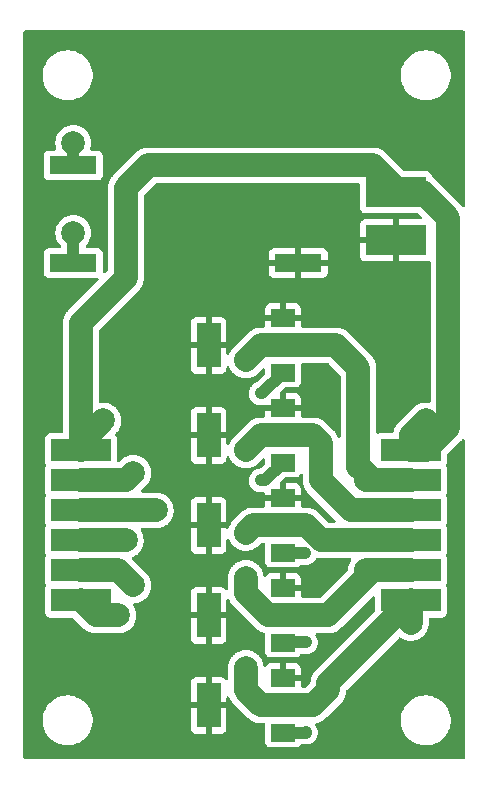
<source format=gbr>
%TF.GenerationSoftware,KiCad,Pcbnew,(6.0.6-0)*%
%TF.CreationDate,2025-03-25T10:56:26+01:00*%
%TF.ProjectId,5outputs,356f7574-7075-4747-932e-6b696361645f,rev?*%
%TF.SameCoordinates,Original*%
%TF.FileFunction,Copper,L1,Top*%
%TF.FilePolarity,Positive*%
%FSLAX46Y46*%
G04 Gerber Fmt 4.6, Leading zero omitted, Abs format (unit mm)*
G04 Created by KiCad (PCBNEW (6.0.6-0)) date 2025-03-25 10:56:26*
%MOMM*%
%LPD*%
G01*
G04 APERTURE LIST*
%TA.AperFunction,SMDPad,CuDef*%
%ADD10R,2.000000X1.500000*%
%TD*%
%TA.AperFunction,SMDPad,CuDef*%
%ADD11R,2.000000X3.800000*%
%TD*%
%TA.AperFunction,SMDPad,CuDef*%
%ADD12R,5.080000X1.905000*%
%TD*%
%TA.AperFunction,SMDPad,CuDef*%
%ADD13R,4.000000X1.500000*%
%TD*%
%TA.AperFunction,SMDPad,CuDef*%
%ADD14R,5.080000X2.540000*%
%TD*%
%TA.AperFunction,ViaPad*%
%ADD15C,2.000000*%
%TD*%
%TA.AperFunction,ViaPad*%
%ADD16C,1.000000*%
%TD*%
%TA.AperFunction,Conductor*%
%ADD17C,1.000000*%
%TD*%
%TA.AperFunction,Conductor*%
%ADD18C,2.000000*%
%TD*%
G04 APERTURE END LIST*
D10*
%TO.P,Q7,1,G*%
%TO.N,OUT5*%
X216256000Y-59704000D03*
%TO.P,Q7,2,D*%
%TO.N,GND_OUT5*%
X216256000Y-57404000D03*
%TO.P,Q7,3,S*%
%TO.N,GNDPWR*%
X216256000Y-55104000D03*
D11*
%TO.P,Q7,4,S*%
X209956000Y-57404000D03*
%TD*%
D12*
%TO.P,J4,1,Pin_1*%
%TO.N,+12V*%
X199136000Y-66294000D03*
%TO.P,J4,2,Pin_2*%
%TO.N,GND_OUT5*%
X199136000Y-68834000D03*
%TO.P,J4,3,Pin_3*%
%TO.N,GND_OUT4*%
X199136000Y-71374000D03*
%TO.P,J4,4,Pin_4*%
%TO.N,GND_OUT3*%
X199136000Y-73914000D03*
%TO.P,J4,5,Pin_5*%
%TO.N,GND_OUT2*%
X199136000Y-76454000D03*
%TO.P,J4,6,Pin_6*%
%TO.N,GND_OUT1*%
X199136000Y-78994000D03*
%TD*%
D10*
%TO.P,Q5,1,G*%
%TO.N,OUT4*%
X216256000Y-67324000D03*
%TO.P,Q5,2,D*%
%TO.N,GND_OUT4*%
X216256000Y-65024000D03*
%TO.P,Q5,3,S*%
%TO.N,GNDPWR*%
X216256000Y-62724000D03*
D11*
%TO.P,Q5,4,S*%
X209956000Y-65024000D03*
%TD*%
D10*
%TO.P,Q3,1,G*%
%TO.N,OUT3*%
X216256000Y-74944000D03*
%TO.P,Q3,2,D*%
%TO.N,GND_OUT3*%
X216256000Y-72644000D03*
%TO.P,Q3,3,S*%
%TO.N,GNDPWR*%
X216256000Y-70344000D03*
D11*
%TO.P,Q3,4,S*%
X209956000Y-72644000D03*
%TD*%
D10*
%TO.P,Q2,1,G*%
%TO.N,OUT2*%
X216256000Y-82564000D03*
%TO.P,Q2,2,D*%
%TO.N,GND_OUT2*%
X216256000Y-80264000D03*
%TO.P,Q2,3,S*%
%TO.N,GNDPWR*%
X216256000Y-77964000D03*
D11*
%TO.P,Q2,4,S*%
X209956000Y-80264000D03*
%TD*%
D13*
%TO.P,J1,1,Pin_1*%
%TO.N,+12V*%
X217551000Y-42164000D03*
%TO.P,J1,2,Pin_2*%
%TO.N,GNDPWR*%
X217551000Y-50419000D03*
%TO.P,J1,3,Pin_3*%
%TO.N,+5V*%
X198501000Y-42164000D03*
%TO.P,J1,4,Pin_4*%
%TO.N,GND*%
X198501000Y-50419000D03*
%TD*%
D14*
%TO.P,J6,1,Pin_1*%
%TO.N,+12V*%
X225806000Y-44450000D03*
%TO.P,J6,2,Pin_2*%
%TO.N,GNDPWR*%
X225806000Y-48514000D03*
%TD*%
D10*
%TO.P,Q1,1,G*%
%TO.N,OUT1*%
X216256000Y-90184000D03*
%TO.P,Q1,2,D*%
%TO.N,GND_OUT1*%
X216256000Y-87884000D03*
%TO.P,Q1,3,S*%
%TO.N,GNDPWR*%
X216256000Y-85584000D03*
D11*
%TO.P,Q1,4,S*%
X209956000Y-87884000D03*
%TD*%
D12*
%TO.P,J2,1,Pin_1*%
%TO.N,+12V*%
X227076000Y-66294000D03*
%TO.P,J2,2,Pin_2*%
%TO.N,GND_OUT5*%
X227076000Y-68834000D03*
%TO.P,J2,3,Pin_3*%
%TO.N,GND_OUT4*%
X227076000Y-71374000D03*
%TO.P,J2,4,Pin_4*%
%TO.N,GND_OUT3*%
X227076000Y-73914000D03*
%TO.P,J2,5,Pin_5*%
%TO.N,GND_OUT2*%
X227076000Y-76454000D03*
%TO.P,J2,6,Pin_6*%
%TO.N,GND_OUT1*%
X227076000Y-78994000D03*
%TD*%
D15*
%TO.N,GND*%
X198501000Y-47879000D03*
D16*
%TO.N,OUT1*%
X218186000Y-90170000D03*
%TO.N,OUT3*%
X218127272Y-74988728D03*
%TO.N,OUT2*%
X218186000Y-82550000D03*
%TO.N,OUT4*%
X214376000Y-68834000D03*
D15*
%TO.N,GND_OUT1*%
X227076000Y-80899000D03*
X202311000Y-80264000D03*
X213106000Y-84709000D03*
%TO.N,GND_OUT2*%
X223266000Y-76454000D03*
X213106000Y-77089000D03*
X203581000Y-77724000D03*
%TO.N,GND_OUT3*%
X223266000Y-73914000D03*
X213106000Y-73279000D03*
X202946000Y-73914000D03*
D16*
%TO.N,OUT5*%
X214376000Y-61468000D03*
D15*
%TO.N,+5V*%
X198501000Y-40259000D03*
%TO.N,+12V*%
X201041000Y-63754000D03*
X228346000Y-63754000D03*
%TO.N,GND_OUT4*%
X205486000Y-71374000D03*
X213106000Y-66294000D03*
X223266000Y-71374000D03*
%TO.N,GND_OUT5*%
X213106000Y-58674000D03*
X223266000Y-68834000D03*
X203581000Y-68199000D03*
%TD*%
D17*
%TO.N,GND*%
X198501000Y-47879000D02*
X198501000Y-50419000D01*
%TO.N,OUT1*%
X218172000Y-90184000D02*
X218186000Y-90170000D01*
X216256000Y-90184000D02*
X218172000Y-90184000D01*
%TO.N,OUT3*%
X218082544Y-74944000D02*
X218127272Y-74988728D01*
X216256000Y-74944000D02*
X218082544Y-74944000D01*
%TO.N,OUT2*%
X216270000Y-82550000D02*
X216256000Y-82564000D01*
X218186000Y-82550000D02*
X216270000Y-82550000D01*
%TO.N,OUT4*%
X214376000Y-68834000D02*
X214746000Y-68834000D01*
X214746000Y-68834000D02*
X216256000Y-67324000D01*
D18*
%TO.N,GND_OUT1*%
X220091000Y-86614000D02*
X218821000Y-87884000D01*
X202311000Y-80264000D02*
X200406000Y-80264000D01*
X213106000Y-86614000D02*
X213106000Y-84709000D01*
X216256000Y-87884000D02*
X214376000Y-87884000D01*
X227076000Y-78994000D02*
X220091000Y-85979000D01*
X214376000Y-87884000D02*
X213741000Y-87249000D01*
X227076000Y-78994000D02*
X227076000Y-80899000D01*
X220091000Y-85979000D02*
X220091000Y-86614000D01*
X200406000Y-80264000D02*
X199136000Y-78994000D01*
X213741000Y-87249000D02*
X213106000Y-86614000D01*
X218821000Y-87884000D02*
X216256000Y-87884000D01*
%TO.N,GND_OUT2*%
X223266000Y-76454000D02*
X227076000Y-76454000D01*
X215011000Y-80264000D02*
X213106000Y-78359000D01*
X203581000Y-77724000D02*
X202311000Y-76454000D01*
X202311000Y-76454000D02*
X199136000Y-76454000D01*
X223901000Y-76454000D02*
X220091000Y-80264000D01*
X213106000Y-78359000D02*
X213106000Y-77089000D01*
X216256000Y-80264000D02*
X215011000Y-80264000D01*
X220091000Y-80264000D02*
X216256000Y-80264000D01*
X223901000Y-76454000D02*
X227076000Y-76454000D01*
%TO.N,GND_OUT3*%
X218186000Y-72644000D02*
X216256000Y-72644000D01*
X227076000Y-73914000D02*
X223266000Y-73914000D01*
X219456000Y-73914000D02*
X218186000Y-72644000D01*
X199136000Y-73914000D02*
X202946000Y-73914000D01*
X213741000Y-72644000D02*
X213106000Y-73279000D01*
X223266000Y-73914000D02*
X219456000Y-73914000D01*
X216256000Y-72644000D02*
X213741000Y-72644000D01*
D17*
%TO.N,OUT5*%
X214492000Y-61468000D02*
X216256000Y-59704000D01*
X214376000Y-61468000D02*
X214492000Y-61468000D01*
%TO.N,+5V*%
X198501000Y-40259000D02*
X198501000Y-42164000D01*
D18*
%TO.N,+12V*%
X217551000Y-42164000D02*
X204851000Y-42164000D01*
X204851000Y-42164000D02*
X202946000Y-44069000D01*
X202946000Y-51689000D02*
X199136000Y-55499000D01*
X227076000Y-65024000D02*
X228346000Y-63754000D01*
X230251000Y-64389000D02*
X228346000Y-66294000D01*
X199136000Y-66294000D02*
X199136000Y-65659000D01*
X202946000Y-44069000D02*
X202946000Y-51689000D01*
X225806000Y-44450000D02*
X225806000Y-44069000D01*
X225806000Y-44069000D02*
X223901000Y-42164000D01*
X228092000Y-44450000D02*
X230251000Y-46609000D01*
X199136000Y-65659000D02*
X201041000Y-63754000D01*
X223901000Y-42164000D02*
X217551000Y-42164000D01*
X230251000Y-46609000D02*
X230251000Y-64389000D01*
X227076000Y-66294000D02*
X227076000Y-65024000D01*
X199136000Y-55499000D02*
X199136000Y-66294000D01*
X225806000Y-44450000D02*
X228092000Y-44450000D01*
X228346000Y-66294000D02*
X227076000Y-66294000D01*
%TO.N,GND_OUT4*%
X214376000Y-65024000D02*
X213106000Y-66294000D01*
X218821000Y-65024000D02*
X216256000Y-65024000D01*
X219456000Y-65659000D02*
X218821000Y-65024000D01*
X227076000Y-71374000D02*
X221996000Y-71374000D01*
X223266000Y-71374000D02*
X227076000Y-71374000D01*
X216256000Y-65024000D02*
X214376000Y-65024000D01*
X221996000Y-71374000D02*
X219456000Y-68834000D01*
X199136000Y-71374000D02*
X205486000Y-71374000D01*
X219456000Y-68834000D02*
X219456000Y-65659000D01*
%TO.N,GND_OUT5*%
X223901000Y-68834000D02*
X222808500Y-67741500D01*
X202946000Y-68834000D02*
X203581000Y-68199000D01*
X214376000Y-57404000D02*
X213106000Y-58674000D01*
X223266000Y-68834000D02*
X227076000Y-68834000D01*
X227076000Y-68834000D02*
X223901000Y-68834000D01*
X199136000Y-68834000D02*
X202946000Y-68834000D01*
X220726000Y-57404000D02*
X216256000Y-57404000D01*
X222631000Y-59309000D02*
X220726000Y-57404000D01*
X216256000Y-57404000D02*
X214376000Y-57404000D01*
X222808500Y-67741500D02*
X222631000Y-67741500D01*
X222631000Y-67741500D02*
X222631000Y-59309000D01*
%TD*%
%TA.AperFunction,Conductor*%
%TO.N,GNDPWR*%
G36*
X231589621Y-30763502D02*
G01*
X231636114Y-30817158D01*
X231647500Y-30869500D01*
X231647500Y-45574447D01*
X231627498Y-45642568D01*
X231573842Y-45689061D01*
X231503568Y-45699165D01*
X231438988Y-45669671D01*
X231418541Y-45647079D01*
X231416007Y-45643487D01*
X231413726Y-45640253D01*
X231394091Y-45618750D01*
X231354375Y-45579034D01*
X231348956Y-45573264D01*
X231305650Y-45524142D01*
X231305647Y-45524139D01*
X231302302Y-45520345D01*
X231270011Y-45493821D01*
X231260892Y-45485551D01*
X229175675Y-43400334D01*
X229173221Y-43397812D01*
X229108138Y-43328988D01*
X229108135Y-43328986D01*
X229104668Y-43325319D01*
X229042239Y-43277589D01*
X229037108Y-43273448D01*
X228981133Y-43225809D01*
X228981132Y-43225808D01*
X228977280Y-43222530D01*
X228972955Y-43219911D01*
X228972950Y-43219907D01*
X228949176Y-43205509D01*
X228937929Y-43197837D01*
X228911826Y-43177880D01*
X228907356Y-43175483D01*
X228906133Y-43174695D01*
X228859708Y-43120980D01*
X228849125Y-43082387D01*
X228848599Y-43077541D01*
X228848598Y-43077537D01*
X228847745Y-43069684D01*
X228796615Y-42933295D01*
X228709261Y-42816739D01*
X228592705Y-42729385D01*
X228456316Y-42678255D01*
X228394134Y-42671500D01*
X226594031Y-42671500D01*
X226525910Y-42651498D01*
X226504936Y-42634595D01*
X224984675Y-41114334D01*
X224982221Y-41111812D01*
X224917138Y-41042988D01*
X224917135Y-41042986D01*
X224913668Y-41039319D01*
X224851239Y-40991589D01*
X224846108Y-40987448D01*
X224790133Y-40939809D01*
X224790132Y-40939808D01*
X224786280Y-40936530D01*
X224781955Y-40933911D01*
X224781950Y-40933907D01*
X224758176Y-40919509D01*
X224746929Y-40911837D01*
X224720826Y-40891880D01*
X224651592Y-40854757D01*
X224645868Y-40851493D01*
X224578642Y-40810779D01*
X224548181Y-40798472D01*
X224535841Y-40792692D01*
X224532350Y-40790820D01*
X224506891Y-40777169D01*
X224502110Y-40775523D01*
X224502106Y-40775521D01*
X224432599Y-40751588D01*
X224426421Y-40749278D01*
X224358266Y-40721742D01*
X224358267Y-40721742D01*
X224353571Y-40719845D01*
X224321539Y-40712568D01*
X224308441Y-40708837D01*
X224277369Y-40698138D01*
X224199900Y-40684757D01*
X224193496Y-40683477D01*
X224116856Y-40666065D01*
X224084047Y-40664001D01*
X224070547Y-40662415D01*
X224038164Y-40656821D01*
X224034207Y-40656641D01*
X224034204Y-40656641D01*
X224010494Y-40655564D01*
X224010475Y-40655564D01*
X224009075Y-40655500D01*
X223952892Y-40655500D01*
X223944980Y-40655251D01*
X223939386Y-40654899D01*
X223874587Y-40650822D01*
X223835545Y-40654650D01*
X223833008Y-40654899D01*
X223820712Y-40655500D01*
X204875016Y-40655500D01*
X204871498Y-40655451D01*
X204776850Y-40652807D01*
X204776847Y-40652807D01*
X204771795Y-40652666D01*
X204693902Y-40663059D01*
X204687361Y-40663758D01*
X204662617Y-40665749D01*
X204614077Y-40669654D01*
X204614073Y-40669655D01*
X204609035Y-40670060D01*
X204577122Y-40677899D01*
X204563742Y-40680426D01*
X204531180Y-40684771D01*
X204526339Y-40686232D01*
X204526337Y-40686233D01*
X204455971Y-40707478D01*
X204449610Y-40709219D01*
X204373294Y-40727963D01*
X204368634Y-40729941D01*
X204343049Y-40740801D01*
X204330239Y-40745438D01*
X204298792Y-40754933D01*
X204294244Y-40757151D01*
X204294237Y-40757154D01*
X204228182Y-40789371D01*
X204222180Y-40792107D01*
X204178192Y-40810779D01*
X204149844Y-40822812D01*
X204135505Y-40831842D01*
X204122044Y-40840319D01*
X204110140Y-40846945D01*
X204080612Y-40861346D01*
X204076475Y-40864265D01*
X204076474Y-40864265D01*
X204016403Y-40906641D01*
X204010914Y-40910301D01*
X203973429Y-40933907D01*
X203944433Y-40952167D01*
X203940644Y-40955508D01*
X203940638Y-40955512D01*
X203919783Y-40973898D01*
X203909088Y-40982344D01*
X203882253Y-41001274D01*
X203860750Y-41020909D01*
X203821034Y-41060625D01*
X203815264Y-41066044D01*
X203766142Y-41109350D01*
X203766139Y-41109353D01*
X203762345Y-41112698D01*
X203759135Y-41116606D01*
X203759134Y-41116607D01*
X203735821Y-41144989D01*
X203727551Y-41154108D01*
X201896334Y-42985325D01*
X201893812Y-42987779D01*
X201863483Y-43016460D01*
X201821319Y-43056332D01*
X201818252Y-43060344D01*
X201773592Y-43118757D01*
X201769448Y-43123892D01*
X201732002Y-43167891D01*
X201718530Y-43183720D01*
X201715911Y-43188045D01*
X201715907Y-43188050D01*
X201701509Y-43211824D01*
X201693837Y-43223071D01*
X201673880Y-43249174D01*
X201671490Y-43253632D01*
X201671489Y-43253633D01*
X201636761Y-43318401D01*
X201633496Y-43324126D01*
X201592779Y-43391358D01*
X201580473Y-43421817D01*
X201574693Y-43434158D01*
X201559169Y-43463109D01*
X201557523Y-43467890D01*
X201557521Y-43467894D01*
X201533588Y-43537401D01*
X201531278Y-43543579D01*
X201501845Y-43616429D01*
X201500723Y-43621368D01*
X201494568Y-43648460D01*
X201490837Y-43661559D01*
X201480138Y-43692631D01*
X201466757Y-43770100D01*
X201465477Y-43776504D01*
X201448065Y-43853144D01*
X201446001Y-43885953D01*
X201444415Y-43899453D01*
X201438821Y-43931836D01*
X201437500Y-43960925D01*
X201437500Y-44017108D01*
X201437251Y-44025019D01*
X201432822Y-44095413D01*
X201433316Y-44100448D01*
X201436899Y-44136992D01*
X201437500Y-44149288D01*
X201437500Y-51011969D01*
X201417498Y-51080090D01*
X201400595Y-51101064D01*
X201224595Y-51277064D01*
X201162283Y-51311090D01*
X201091468Y-51306025D01*
X201034632Y-51263478D01*
X201009821Y-51196958D01*
X201009500Y-51187969D01*
X201009500Y-49620866D01*
X201002745Y-49558684D01*
X200951615Y-49422295D01*
X200864261Y-49305739D01*
X200747705Y-49218385D01*
X200611316Y-49167255D01*
X200549134Y-49160500D01*
X199663080Y-49160500D01*
X199594959Y-49140498D01*
X199548466Y-49086842D01*
X199538362Y-49016568D01*
X199567856Y-48951988D01*
X199569493Y-48950229D01*
X199570969Y-48948969D01*
X199725176Y-48768416D01*
X199727755Y-48764208D01*
X199727759Y-48764202D01*
X199846654Y-48570183D01*
X199849240Y-48565963D01*
X199940105Y-48346594D01*
X199995535Y-48115711D01*
X200014165Y-47879000D01*
X199995535Y-47642289D01*
X199940105Y-47411406D01*
X199849240Y-47192037D01*
X199735203Y-47005946D01*
X199727759Y-46993798D01*
X199727755Y-46993792D01*
X199725176Y-46989584D01*
X199570969Y-46809031D01*
X199390416Y-46654824D01*
X199386208Y-46652245D01*
X199386202Y-46652241D01*
X199192183Y-46533346D01*
X199187963Y-46530760D01*
X199183393Y-46528867D01*
X199183389Y-46528865D01*
X198973167Y-46441789D01*
X198973165Y-46441788D01*
X198968594Y-46439895D01*
X198888391Y-46420640D01*
X198742524Y-46385620D01*
X198742518Y-46385619D01*
X198737711Y-46384465D01*
X198501000Y-46365835D01*
X198264289Y-46384465D01*
X198259482Y-46385619D01*
X198259476Y-46385620D01*
X198113609Y-46420640D01*
X198033406Y-46439895D01*
X198028835Y-46441788D01*
X198028833Y-46441789D01*
X197818611Y-46528865D01*
X197818607Y-46528867D01*
X197814037Y-46530760D01*
X197809817Y-46533346D01*
X197615798Y-46652241D01*
X197615792Y-46652245D01*
X197611584Y-46654824D01*
X197431031Y-46809031D01*
X197276824Y-46989584D01*
X197274245Y-46993792D01*
X197274241Y-46993798D01*
X197266797Y-47005946D01*
X197152760Y-47192037D01*
X197061895Y-47411406D01*
X197006465Y-47642289D01*
X196987835Y-47879000D01*
X197006465Y-48115711D01*
X197061895Y-48346594D01*
X197152760Y-48565963D01*
X197155346Y-48570183D01*
X197274241Y-48764202D01*
X197274245Y-48764208D01*
X197276824Y-48768416D01*
X197428065Y-48945496D01*
X197431031Y-48948969D01*
X197430301Y-48949592D01*
X197462041Y-49007717D01*
X197456976Y-49078532D01*
X197414429Y-49135368D01*
X197347909Y-49160179D01*
X197338920Y-49160500D01*
X196452866Y-49160500D01*
X196390684Y-49167255D01*
X196254295Y-49218385D01*
X196137739Y-49305739D01*
X196050385Y-49422295D01*
X195999255Y-49558684D01*
X195992500Y-49620866D01*
X195992500Y-51217134D01*
X195999255Y-51279316D01*
X196050385Y-51415705D01*
X196137739Y-51532261D01*
X196254295Y-51619615D01*
X196390684Y-51670745D01*
X196452866Y-51677500D01*
X200519969Y-51677500D01*
X200588090Y-51697502D01*
X200634583Y-51751158D01*
X200644687Y-51821432D01*
X200615193Y-51886012D01*
X200609064Y-51892595D01*
X198086334Y-54415325D01*
X198083812Y-54417779D01*
X198011319Y-54486332D01*
X198008252Y-54490344D01*
X197963592Y-54548757D01*
X197959448Y-54553892D01*
X197908530Y-54613720D01*
X197905911Y-54618045D01*
X197905907Y-54618050D01*
X197891509Y-54641824D01*
X197883837Y-54653071D01*
X197863880Y-54679174D01*
X197861490Y-54683632D01*
X197861489Y-54683633D01*
X197826761Y-54748401D01*
X197823496Y-54754126D01*
X197782779Y-54821358D01*
X197780884Y-54826049D01*
X197770473Y-54851817D01*
X197764693Y-54864158D01*
X197749169Y-54893109D01*
X197747523Y-54897890D01*
X197747521Y-54897894D01*
X197723588Y-54967401D01*
X197721278Y-54973579D01*
X197709850Y-55001865D01*
X197691845Y-55046429D01*
X197690723Y-55051368D01*
X197684568Y-55078460D01*
X197680837Y-55091559D01*
X197670138Y-55122631D01*
X197656757Y-55200100D01*
X197655477Y-55206504D01*
X197638065Y-55283144D01*
X197636001Y-55315953D01*
X197634415Y-55329453D01*
X197628821Y-55361836D01*
X197628641Y-55365793D01*
X197628641Y-55365796D01*
X197627706Y-55386396D01*
X197627500Y-55390925D01*
X197627500Y-55447108D01*
X197627251Y-55455019D01*
X197622822Y-55525413D01*
X197623316Y-55530448D01*
X197626899Y-55566992D01*
X197627500Y-55579288D01*
X197627500Y-64707000D01*
X197607498Y-64775121D01*
X197553842Y-64821614D01*
X197501500Y-64833000D01*
X196547866Y-64833000D01*
X196485684Y-64839755D01*
X196349295Y-64890885D01*
X196232739Y-64978239D01*
X196145385Y-65094795D01*
X196094255Y-65231184D01*
X196087500Y-65293366D01*
X196087500Y-67294634D01*
X196094255Y-67356816D01*
X196145385Y-67493205D01*
X196150766Y-67500385D01*
X196152467Y-67503492D01*
X196167636Y-67572849D01*
X196152467Y-67624508D01*
X196150766Y-67627615D01*
X196145385Y-67634795D01*
X196094255Y-67771184D01*
X196087500Y-67833366D01*
X196087500Y-69834634D01*
X196094255Y-69896816D01*
X196145385Y-70033205D01*
X196150766Y-70040385D01*
X196152467Y-70043492D01*
X196167636Y-70112849D01*
X196152467Y-70164508D01*
X196150766Y-70167615D01*
X196145385Y-70174795D01*
X196094255Y-70311184D01*
X196087500Y-70373366D01*
X196087500Y-72374634D01*
X196094255Y-72436816D01*
X196145385Y-72573205D01*
X196150766Y-72580385D01*
X196152467Y-72583492D01*
X196167636Y-72652849D01*
X196152467Y-72704508D01*
X196150766Y-72707615D01*
X196145385Y-72714795D01*
X196094255Y-72851184D01*
X196087500Y-72913366D01*
X196087500Y-74914634D01*
X196094255Y-74976816D01*
X196145385Y-75113205D01*
X196150766Y-75120385D01*
X196152467Y-75123492D01*
X196167636Y-75192849D01*
X196152467Y-75244508D01*
X196150766Y-75247615D01*
X196145385Y-75254795D01*
X196094255Y-75391184D01*
X196087500Y-75453366D01*
X196087500Y-77454634D01*
X196094255Y-77516816D01*
X196145385Y-77653205D01*
X196150766Y-77660385D01*
X196152467Y-77663492D01*
X196167636Y-77732849D01*
X196152467Y-77784508D01*
X196150766Y-77787615D01*
X196145385Y-77794795D01*
X196094255Y-77931184D01*
X196087500Y-77993366D01*
X196087500Y-79994634D01*
X196094255Y-80056816D01*
X196145385Y-80193205D01*
X196232739Y-80309761D01*
X196349295Y-80397115D01*
X196485684Y-80448245D01*
X196547866Y-80455000D01*
X198411468Y-80455000D01*
X198479589Y-80475002D01*
X198500564Y-80491905D01*
X198912588Y-80903930D01*
X199322361Y-81313703D01*
X199324813Y-81316224D01*
X199393332Y-81388681D01*
X199397349Y-81391752D01*
X199397352Y-81391755D01*
X199455761Y-81436412D01*
X199460893Y-81440554D01*
X199516850Y-81488176D01*
X199520720Y-81491470D01*
X199525046Y-81494090D01*
X199525053Y-81494095D01*
X199548824Y-81508491D01*
X199560071Y-81516163D01*
X199586174Y-81536120D01*
X199655416Y-81573247D01*
X199661137Y-81576510D01*
X199704035Y-81602490D01*
X199728357Y-81617220D01*
X199758834Y-81629534D01*
X199771150Y-81635303D01*
X199800109Y-81650831D01*
X199874433Y-81676423D01*
X199880561Y-81678714D01*
X199912906Y-81691782D01*
X199948733Y-81706258D01*
X199948737Y-81706259D01*
X199953429Y-81708155D01*
X199958368Y-81709277D01*
X199958371Y-81709278D01*
X199985460Y-81715432D01*
X199998559Y-81719163D01*
X200029631Y-81729862D01*
X200107100Y-81743243D01*
X200113504Y-81744523D01*
X200190144Y-81761935D01*
X200222953Y-81763999D01*
X200236453Y-81765585D01*
X200268836Y-81771179D01*
X200272793Y-81771359D01*
X200272796Y-81771359D01*
X200296506Y-81772436D01*
X200296525Y-81772436D01*
X200297925Y-81772500D01*
X200354107Y-81772500D01*
X200362018Y-81772749D01*
X200432412Y-81777178D01*
X200473991Y-81773101D01*
X200486287Y-81772500D01*
X202246771Y-81772500D01*
X202256657Y-81772888D01*
X202287736Y-81775334D01*
X202311000Y-81777165D01*
X202334265Y-81775334D01*
X202368710Y-81772623D01*
X202370787Y-81772500D01*
X202372001Y-81772500D01*
X202374509Y-81772298D01*
X202374514Y-81772298D01*
X202449298Y-81766281D01*
X202449517Y-81766263D01*
X202496060Y-81762600D01*
X202547711Y-81758535D01*
X202548790Y-81758276D01*
X202552965Y-81757940D01*
X202673078Y-81728437D01*
X202673312Y-81728381D01*
X202778594Y-81703105D01*
X202781074Y-81702078D01*
X202782543Y-81701659D01*
X202783791Y-81701244D01*
X202788706Y-81700037D01*
X202793362Y-81698061D01*
X202793364Y-81698060D01*
X202841832Y-81677486D01*
X202897464Y-81653872D01*
X202898280Y-81653529D01*
X202997963Y-81612240D01*
X203001837Y-81609866D01*
X203006408Y-81607734D01*
X203007488Y-81607169D01*
X203012156Y-81605188D01*
X203108773Y-81544345D01*
X203109986Y-81543592D01*
X203115132Y-81540439D01*
X203200416Y-81488176D01*
X203204184Y-81484958D01*
X203208010Y-81482178D01*
X203212187Y-81479350D01*
X203213279Y-81478533D01*
X203217567Y-81475833D01*
X203300578Y-81402650D01*
X203302072Y-81401354D01*
X203377213Y-81337177D01*
X203380969Y-81333969D01*
X203384178Y-81330212D01*
X203387683Y-81326707D01*
X203387764Y-81326788D01*
X203395236Y-81319198D01*
X203399655Y-81315302D01*
X203467811Y-81232328D01*
X203469363Y-81230474D01*
X203531962Y-81157179D01*
X203535176Y-81153416D01*
X203538114Y-81148621D01*
X203548179Y-81134486D01*
X203550520Y-81131636D01*
X203550525Y-81131628D01*
X203553734Y-81127722D01*
X203606208Y-81037563D01*
X203607639Y-81035168D01*
X203659240Y-80950963D01*
X203662486Y-80943126D01*
X203669996Y-80927964D01*
X203673296Y-80922294D01*
X203675841Y-80917922D01*
X203712125Y-80823399D01*
X203713341Y-80820352D01*
X203748209Y-80736171D01*
X203750105Y-80731594D01*
X203752752Y-80720568D01*
X203757640Y-80704826D01*
X203761021Y-80696018D01*
X203762833Y-80691298D01*
X203782915Y-80595171D01*
X203783733Y-80591524D01*
X203804381Y-80505518D01*
X203804381Y-80505517D01*
X203805535Y-80500711D01*
X203806649Y-80486560D01*
X203808922Y-80470685D01*
X203811440Y-80458632D01*
X203811441Y-80458626D01*
X203812474Y-80453680D01*
X203816795Y-80358529D01*
X203817052Y-80354375D01*
X203820564Y-80309761D01*
X203824165Y-80264000D01*
X203823777Y-80259065D01*
X203822827Y-80246988D01*
X203822569Y-80231396D01*
X203823257Y-80216241D01*
X203823257Y-80216234D01*
X203823486Y-80211183D01*
X203822905Y-80206163D01*
X203822905Y-80206157D01*
X203812878Y-80119496D01*
X203812431Y-80114902D01*
X203805923Y-80032214D01*
X203805922Y-80032209D01*
X203805535Y-80027289D01*
X203800887Y-80007928D01*
X203798241Y-79992998D01*
X203798112Y-79991885D01*
X208448000Y-79991885D01*
X208452475Y-80007124D01*
X208453865Y-80008329D01*
X208461548Y-80010000D01*
X209683885Y-80010000D01*
X209699124Y-80005525D01*
X209700329Y-80004135D01*
X209702000Y-79996452D01*
X209702000Y-77874116D01*
X209697525Y-77858877D01*
X209696135Y-77857672D01*
X209688452Y-77856001D01*
X208911331Y-77856001D01*
X208904510Y-77856371D01*
X208853648Y-77861895D01*
X208838396Y-77865521D01*
X208717946Y-77910676D01*
X208702351Y-77919214D01*
X208600276Y-77995715D01*
X208587715Y-78008276D01*
X208511214Y-78110351D01*
X208502676Y-78125946D01*
X208457522Y-78246394D01*
X208453895Y-78261649D01*
X208448369Y-78312514D01*
X208448000Y-78319328D01*
X208448000Y-79991885D01*
X203798112Y-79991885D01*
X203796166Y-79975063D01*
X203796165Y-79975060D01*
X203795585Y-79970044D01*
X203771245Y-79884025D01*
X203769967Y-79879134D01*
X203751262Y-79801227D01*
X203750105Y-79796406D01*
X203741390Y-79775366D01*
X203736564Y-79761468D01*
X203730867Y-79741335D01*
X203729490Y-79736468D01*
X203692953Y-79658113D01*
X203690739Y-79653082D01*
X203661134Y-79581609D01*
X203661133Y-79581607D01*
X203659240Y-79577037D01*
X203645857Y-79555198D01*
X203639096Y-79542616D01*
X203629038Y-79521047D01*
X203626901Y-79516464D01*
X203624059Y-79512283D01*
X203624055Y-79512275D01*
X203579930Y-79447347D01*
X203576712Y-79442364D01*
X203564995Y-79423244D01*
X203546455Y-79354715D01*
X203567908Y-79287037D01*
X203622546Y-79241702D01*
X203660129Y-79232009D01*
X203674218Y-79230627D01*
X203714326Y-79226695D01*
X203716694Y-79226485D01*
X203785090Y-79221102D01*
X203812782Y-79218923D01*
X203812783Y-79218923D01*
X203817711Y-79218535D01*
X203823189Y-79217220D01*
X203840280Y-79214344D01*
X203849002Y-79213489D01*
X203855875Y-79211673D01*
X203949820Y-79186852D01*
X203952592Y-79186153D01*
X204000064Y-79174756D01*
X204048594Y-79163105D01*
X204053166Y-79161211D01*
X204053173Y-79161209D01*
X204056427Y-79159861D01*
X204072454Y-79154451D01*
X204083695Y-79151481D01*
X204176165Y-79110310D01*
X204179193Y-79109009D01*
X204263384Y-79074137D01*
X204263388Y-79074135D01*
X204267963Y-79072240D01*
X204277641Y-79066309D01*
X204292219Y-79058640D01*
X204300825Y-79054808D01*
X204300830Y-79054805D01*
X204305455Y-79052746D01*
X204387650Y-78998959D01*
X204390710Y-78997020D01*
X204470416Y-78948176D01*
X204481216Y-78938952D01*
X204494046Y-78929336D01*
X204508578Y-78919826D01*
X204578925Y-78855591D01*
X204582048Y-78852834D01*
X204647208Y-78797182D01*
X204647213Y-78797177D01*
X204650969Y-78793969D01*
X204662053Y-78780992D01*
X204672884Y-78769795D01*
X204687836Y-78756142D01*
X204745169Y-78683804D01*
X204748103Y-78680239D01*
X204801963Y-78617178D01*
X204801964Y-78617177D01*
X204805176Y-78613416D01*
X204815579Y-78596440D01*
X204824266Y-78584010D01*
X204835471Y-78569873D01*
X204835473Y-78569870D01*
X204838618Y-78565902D01*
X204882238Y-78487853D01*
X204884760Y-78483547D01*
X204898675Y-78460841D01*
X204929240Y-78410963D01*
X204931133Y-78406393D01*
X204931137Y-78406385D01*
X204937954Y-78389926D01*
X204944375Y-78376672D01*
X204954578Y-78358417D01*
X204954580Y-78358412D01*
X204957045Y-78354002D01*
X204986612Y-78272766D01*
X204988594Y-78267669D01*
X205020105Y-78191594D01*
X205026083Y-78166695D01*
X205030199Y-78153016D01*
X205038339Y-78130651D01*
X205040070Y-78125895D01*
X205055726Y-78043821D01*
X205056975Y-78038016D01*
X205064115Y-78008276D01*
X205075535Y-77960711D01*
X205077770Y-77932315D01*
X205079611Y-77918606D01*
X205085555Y-77887447D01*
X205087807Y-77806847D01*
X205088146Y-77800480D01*
X205093777Y-77728930D01*
X205094165Y-77724000D01*
X205091707Y-77692761D01*
X205091368Y-77679376D01*
X205092334Y-77644795D01*
X205082051Y-77567729D01*
X205081332Y-77560952D01*
X205075923Y-77492220D01*
X205075535Y-77487289D01*
X205074379Y-77482474D01*
X205067558Y-77454063D01*
X205065183Y-77441311D01*
X205060898Y-77409196D01*
X205060229Y-77404180D01*
X205038588Y-77332501D01*
X205036697Y-77325514D01*
X205021262Y-77261225D01*
X205020105Y-77256406D01*
X205005938Y-77222204D01*
X205001723Y-77210400D01*
X204991528Y-77176631D01*
X204991528Y-77176630D01*
X204990067Y-77171792D01*
X204958518Y-77107106D01*
X204955357Y-77100089D01*
X204931135Y-77041612D01*
X204929240Y-77037037D01*
X204926658Y-77032823D01*
X204926652Y-77032812D01*
X204908407Y-77003040D01*
X204902591Y-76992439D01*
X204885875Y-76958166D01*
X204883654Y-76953612D01*
X204843820Y-76897144D01*
X204839369Y-76890382D01*
X204805176Y-76834584D01*
X204777437Y-76802105D01*
X204770290Y-76792908D01*
X204746010Y-76758490D01*
X204746006Y-76758485D01*
X204743726Y-76755253D01*
X204724091Y-76733750D01*
X204693085Y-76702744D01*
X204686380Y-76695491D01*
X204650969Y-76654031D01*
X204609509Y-76618620D01*
X204602256Y-76611915D01*
X203497332Y-75506991D01*
X203463306Y-75444679D01*
X203468371Y-75373864D01*
X203510918Y-75317028D01*
X203538208Y-75301488D01*
X203632963Y-75262240D01*
X203636837Y-75259866D01*
X203641408Y-75257734D01*
X203642488Y-75257169D01*
X203647156Y-75255188D01*
X203743773Y-75194345D01*
X203744986Y-75193592D01*
X203746199Y-75192849D01*
X203835416Y-75138176D01*
X203839184Y-75134958D01*
X203843010Y-75132178D01*
X203847187Y-75129350D01*
X203848279Y-75128533D01*
X203852567Y-75125833D01*
X203935578Y-75052650D01*
X203937072Y-75051354D01*
X204012213Y-74987177D01*
X204015969Y-74983969D01*
X204019178Y-74980212D01*
X204022683Y-74976707D01*
X204022764Y-74976788D01*
X204030236Y-74969198D01*
X204034655Y-74965302D01*
X204102811Y-74882328D01*
X204104363Y-74880474D01*
X204166962Y-74807179D01*
X204170176Y-74803416D01*
X204173114Y-74798621D01*
X204183179Y-74784486D01*
X204185520Y-74781636D01*
X204185525Y-74781628D01*
X204188734Y-74777722D01*
X204241208Y-74687563D01*
X204242639Y-74685168D01*
X204294240Y-74600963D01*
X204297486Y-74593126D01*
X204299694Y-74588669D01*
X208448001Y-74588669D01*
X208448371Y-74595490D01*
X208453895Y-74646352D01*
X208457521Y-74661604D01*
X208502676Y-74782054D01*
X208511214Y-74797649D01*
X208587715Y-74899724D01*
X208600276Y-74912285D01*
X208702351Y-74988786D01*
X208717946Y-74997324D01*
X208838394Y-75042478D01*
X208853649Y-75046105D01*
X208904514Y-75051631D01*
X208911328Y-75052000D01*
X209683885Y-75052000D01*
X209699124Y-75047525D01*
X209700329Y-75046135D01*
X209702000Y-75038452D01*
X209702000Y-72916115D01*
X209697525Y-72900876D01*
X209696135Y-72899671D01*
X209688452Y-72898000D01*
X208466116Y-72898000D01*
X208450877Y-72902475D01*
X208449672Y-72903865D01*
X208448001Y-72911548D01*
X208448001Y-74588669D01*
X204299694Y-74588669D01*
X204304996Y-74577964D01*
X204308296Y-74572294D01*
X204310841Y-74567922D01*
X204347125Y-74473399D01*
X204348341Y-74470352D01*
X204383209Y-74386171D01*
X204385105Y-74381594D01*
X204387752Y-74370568D01*
X204392640Y-74354826D01*
X204396021Y-74346018D01*
X204397833Y-74341298D01*
X204403238Y-74315426D01*
X204417915Y-74245171D01*
X204418733Y-74241524D01*
X204439381Y-74155518D01*
X204439381Y-74155517D01*
X204440535Y-74150711D01*
X204441649Y-74136560D01*
X204443922Y-74120685D01*
X204446440Y-74108632D01*
X204446441Y-74108626D01*
X204447474Y-74103680D01*
X204448294Y-74085635D01*
X204451794Y-74008545D01*
X204452052Y-74004375D01*
X204452125Y-74003456D01*
X204459165Y-73914000D01*
X204458777Y-73909065D01*
X204457827Y-73896988D01*
X204457569Y-73881396D01*
X204458257Y-73866241D01*
X204458257Y-73866234D01*
X204458486Y-73861183D01*
X204457905Y-73856163D01*
X204457905Y-73856157D01*
X204447878Y-73769496D01*
X204447431Y-73764902D01*
X204440923Y-73682214D01*
X204440922Y-73682209D01*
X204440535Y-73677289D01*
X204435887Y-73657928D01*
X204433241Y-73642998D01*
X204431166Y-73625063D01*
X204431165Y-73625060D01*
X204430585Y-73620044D01*
X204406245Y-73534025D01*
X204404967Y-73529134D01*
X204386262Y-73451227D01*
X204385105Y-73446406D01*
X204376390Y-73425366D01*
X204371564Y-73411468D01*
X204365867Y-73391335D01*
X204364490Y-73386468D01*
X204327953Y-73308113D01*
X204325739Y-73303082D01*
X204296134Y-73231609D01*
X204296133Y-73231607D01*
X204294240Y-73227037D01*
X204280857Y-73205198D01*
X204274096Y-73192616D01*
X204264038Y-73171047D01*
X204261901Y-73166464D01*
X204259059Y-73162283D01*
X204259055Y-73162275D01*
X204214930Y-73097347D01*
X204211710Y-73092361D01*
X204200664Y-73074336D01*
X204182125Y-73005803D01*
X204203581Y-72938126D01*
X204258219Y-72892792D01*
X204308096Y-72882500D01*
X205421771Y-72882500D01*
X205431657Y-72882888D01*
X205486000Y-72887165D01*
X205543711Y-72882623D01*
X205545787Y-72882500D01*
X205547001Y-72882500D01*
X205549509Y-72882298D01*
X205549514Y-72882298D01*
X205624298Y-72876281D01*
X205624517Y-72876263D01*
X205720360Y-72868720D01*
X205720359Y-72868720D01*
X205722711Y-72868535D01*
X205723790Y-72868276D01*
X205727965Y-72867940D01*
X205848078Y-72838437D01*
X205848312Y-72838381D01*
X205953594Y-72813105D01*
X205956074Y-72812078D01*
X205957543Y-72811659D01*
X205958791Y-72811244D01*
X205963706Y-72810037D01*
X205968362Y-72808061D01*
X205968364Y-72808060D01*
X205999989Y-72794635D01*
X206072464Y-72763872D01*
X206073280Y-72763529D01*
X206172963Y-72722240D01*
X206176837Y-72719866D01*
X206181408Y-72717734D01*
X206182488Y-72717169D01*
X206187156Y-72715188D01*
X206283773Y-72654345D01*
X206284986Y-72653592D01*
X206286199Y-72652849D01*
X206375416Y-72598176D01*
X206379184Y-72594958D01*
X206383010Y-72592178D01*
X206387187Y-72589350D01*
X206388279Y-72588533D01*
X206392567Y-72585833D01*
X206475578Y-72512650D01*
X206477072Y-72511354D01*
X206552213Y-72447177D01*
X206555969Y-72443969D01*
X206559178Y-72440212D01*
X206562683Y-72436707D01*
X206562764Y-72436788D01*
X206570236Y-72429198D01*
X206574655Y-72425302D01*
X206618533Y-72371885D01*
X208448000Y-72371885D01*
X208452475Y-72387124D01*
X208453865Y-72388329D01*
X208461548Y-72390000D01*
X209683885Y-72390000D01*
X209699124Y-72385525D01*
X209700329Y-72384135D01*
X209702000Y-72376452D01*
X209702000Y-72371885D01*
X210210000Y-72371885D01*
X210214475Y-72387124D01*
X210215865Y-72388329D01*
X210223548Y-72390000D01*
X211445884Y-72390000D01*
X211461123Y-72385525D01*
X211462328Y-72384135D01*
X211463999Y-72376452D01*
X211463999Y-70699331D01*
X211463629Y-70692510D01*
X211458105Y-70641648D01*
X211454479Y-70626396D01*
X211409324Y-70505946D01*
X211400786Y-70490351D01*
X211324285Y-70388276D01*
X211311724Y-70375715D01*
X211209649Y-70299214D01*
X211194054Y-70290676D01*
X211073606Y-70245522D01*
X211058351Y-70241895D01*
X211007486Y-70236369D01*
X211000672Y-70236000D01*
X210228115Y-70236000D01*
X210212876Y-70240475D01*
X210211671Y-70241865D01*
X210210000Y-70249548D01*
X210210000Y-72371885D01*
X209702000Y-72371885D01*
X209702000Y-70254116D01*
X209697525Y-70238877D01*
X209696135Y-70237672D01*
X209688452Y-70236001D01*
X208911331Y-70236001D01*
X208904510Y-70236371D01*
X208853648Y-70241895D01*
X208838396Y-70245521D01*
X208717946Y-70290676D01*
X208702351Y-70299214D01*
X208600276Y-70375715D01*
X208587715Y-70388276D01*
X208511214Y-70490351D01*
X208502676Y-70505946D01*
X208457522Y-70626394D01*
X208453895Y-70641649D01*
X208448369Y-70692514D01*
X208448000Y-70699328D01*
X208448000Y-72371885D01*
X206618533Y-72371885D01*
X206642811Y-72342328D01*
X206644363Y-72340474D01*
X206706962Y-72267179D01*
X206710176Y-72263416D01*
X206713114Y-72258621D01*
X206723179Y-72244486D01*
X206725520Y-72241636D01*
X206725525Y-72241628D01*
X206728734Y-72237722D01*
X206781208Y-72147563D01*
X206782639Y-72145168D01*
X206834240Y-72060963D01*
X206837486Y-72053126D01*
X206844996Y-72037964D01*
X206848296Y-72032294D01*
X206850841Y-72027922D01*
X206887125Y-71933399D01*
X206888341Y-71930352D01*
X206923209Y-71846171D01*
X206925105Y-71841594D01*
X206927752Y-71830568D01*
X206932640Y-71814826D01*
X206936021Y-71806018D01*
X206937833Y-71801298D01*
X206957915Y-71705171D01*
X206958733Y-71701524D01*
X206979381Y-71615518D01*
X206979381Y-71615517D01*
X206980535Y-71610711D01*
X206981649Y-71596560D01*
X206983922Y-71580685D01*
X206986440Y-71568632D01*
X206986441Y-71568626D01*
X206987474Y-71563680D01*
X206991795Y-71468529D01*
X206992052Y-71464375D01*
X206998021Y-71388542D01*
X206999165Y-71374000D01*
X206998777Y-71369065D01*
X206997827Y-71356988D01*
X206997569Y-71341396D01*
X206998257Y-71326241D01*
X206998257Y-71326234D01*
X206998486Y-71321183D01*
X206997905Y-71316163D01*
X206997905Y-71316157D01*
X206987878Y-71229496D01*
X206987431Y-71224902D01*
X206980923Y-71142214D01*
X206980922Y-71142209D01*
X206980535Y-71137289D01*
X206975887Y-71117928D01*
X206973241Y-71102998D01*
X206971166Y-71085063D01*
X206971165Y-71085060D01*
X206970585Y-71080044D01*
X206946245Y-70994025D01*
X206944967Y-70989134D01*
X206926262Y-70911227D01*
X206925105Y-70906406D01*
X206916390Y-70885366D01*
X206911564Y-70871468D01*
X206905867Y-70851335D01*
X206904490Y-70846468D01*
X206867953Y-70768113D01*
X206865739Y-70763082D01*
X206836134Y-70691609D01*
X206836133Y-70691607D01*
X206834240Y-70687037D01*
X206820857Y-70665198D01*
X206814096Y-70652616D01*
X206804038Y-70631047D01*
X206801901Y-70626464D01*
X206799059Y-70622283D01*
X206799055Y-70622275D01*
X206754930Y-70557347D01*
X206751710Y-70552361D01*
X206710176Y-70484584D01*
X206691681Y-70462929D01*
X206683283Y-70451924D01*
X206668301Y-70429879D01*
X206668300Y-70429878D01*
X206665456Y-70425693D01*
X206661977Y-70422014D01*
X206610054Y-70367107D01*
X206605791Y-70362364D01*
X206559183Y-70307793D01*
X206559176Y-70307786D01*
X206555969Y-70304031D01*
X206532145Y-70283683D01*
X206522444Y-70274461D01*
X206498668Y-70249319D01*
X206493701Y-70245521D01*
X206436908Y-70202100D01*
X206431606Y-70197815D01*
X206404653Y-70174795D01*
X206375416Y-70149824D01*
X206371202Y-70147242D01*
X206371197Y-70147238D01*
X206346280Y-70131969D01*
X206335584Y-70124632D01*
X206309842Y-70104950D01*
X206309838Y-70104947D01*
X206305826Y-70101880D01*
X206301376Y-70099494D01*
X206301373Y-70099492D01*
X206239849Y-70066504D01*
X206233554Y-70062891D01*
X206201898Y-70043492D01*
X206172963Y-70025760D01*
X206138747Y-70011587D01*
X206127453Y-70006237D01*
X206091891Y-69987169D01*
X206023812Y-69963728D01*
X206016667Y-69961021D01*
X205953594Y-69934895D01*
X205914818Y-69925585D01*
X205903233Y-69922208D01*
X205867158Y-69909786D01*
X205867147Y-69909783D01*
X205862369Y-69908138D01*
X205794261Y-69896374D01*
X205786327Y-69894738D01*
X205727524Y-69880620D01*
X205727518Y-69880619D01*
X205722711Y-69879465D01*
X205680116Y-69876113D01*
X205668565Y-69874663D01*
X205623164Y-69866821D01*
X205619203Y-69866641D01*
X205619202Y-69866641D01*
X205595494Y-69865564D01*
X205595475Y-69865564D01*
X205594075Y-69865500D01*
X205550229Y-69865500D01*
X205540343Y-69865112D01*
X205490930Y-69861223D01*
X205486000Y-69860835D01*
X205481070Y-69861223D01*
X205431657Y-69865112D01*
X205421771Y-69865500D01*
X204352031Y-69865500D01*
X204283910Y-69845498D01*
X204237417Y-69791842D01*
X204227313Y-69721568D01*
X204256807Y-69656988D01*
X204262936Y-69650405D01*
X204602256Y-69311085D01*
X204609509Y-69304380D01*
X204650969Y-69268969D01*
X204688557Y-69224959D01*
X204689944Y-69223397D01*
X204690805Y-69222536D01*
X204709027Y-69201126D01*
X204741163Y-69163366D01*
X204805176Y-69088416D01*
X204805757Y-69087467D01*
X204808470Y-69084280D01*
X204811093Y-69079950D01*
X204811101Y-69079938D01*
X204872380Y-68978756D01*
X204872722Y-68978194D01*
X204926651Y-68890189D01*
X204926654Y-68890182D01*
X204929240Y-68885963D01*
X204930269Y-68883479D01*
X204931016Y-68882137D01*
X204931602Y-68880966D01*
X204934221Y-68876642D01*
X204943187Y-68854451D01*
X204978458Y-68767154D01*
X204978874Y-68766138D01*
X205018207Y-68671178D01*
X205018210Y-68671170D01*
X205020105Y-68666594D01*
X205021165Y-68662178D01*
X205022896Y-68657424D01*
X205023258Y-68656268D01*
X205025156Y-68651571D01*
X205030004Y-68630232D01*
X205050433Y-68540311D01*
X205050783Y-68538812D01*
X205064183Y-68482997D01*
X205075535Y-68435711D01*
X205075924Y-68430769D01*
X205076661Y-68426113D01*
X205077617Y-68421152D01*
X205077812Y-68419795D01*
X205078935Y-68414855D01*
X205085879Y-68304489D01*
X205086018Y-68302515D01*
X205093777Y-68203930D01*
X205094165Y-68199000D01*
X205093777Y-68194068D01*
X205093777Y-68189118D01*
X205093892Y-68189118D01*
X205093809Y-68178466D01*
X205093861Y-68177643D01*
X205093861Y-68177630D01*
X205094178Y-68172587D01*
X205083696Y-68065678D01*
X205083483Y-68063270D01*
X205075923Y-67967217D01*
X205075923Y-67967215D01*
X205075535Y-67962289D01*
X205074225Y-67956833D01*
X205071344Y-67939710D01*
X205070984Y-67936033D01*
X205070983Y-67936028D01*
X205070490Y-67930998D01*
X205069199Y-67926112D01*
X205069198Y-67926106D01*
X205053669Y-67867334D01*
X205043826Y-67830077D01*
X205043152Y-67827403D01*
X205020105Y-67731406D01*
X205016861Y-67723574D01*
X205011450Y-67707541D01*
X205009775Y-67701201D01*
X205009775Y-67701200D01*
X205008481Y-67696304D01*
X205006421Y-67691677D01*
X204967299Y-67603806D01*
X204965997Y-67600776D01*
X204931134Y-67516609D01*
X204931133Y-67516607D01*
X204929240Y-67512037D01*
X204923313Y-67502364D01*
X204915643Y-67487787D01*
X204915136Y-67486647D01*
X204909747Y-67474544D01*
X204855939Y-67392318D01*
X204853965Y-67389200D01*
X204807763Y-67313805D01*
X204807761Y-67313802D01*
X204805176Y-67309584D01*
X204795958Y-67298790D01*
X204786336Y-67285952D01*
X204779600Y-67275659D01*
X204776827Y-67271421D01*
X204712579Y-67201060D01*
X204709814Y-67197930D01*
X204654187Y-67132798D01*
X204654182Y-67132793D01*
X204650969Y-67129031D01*
X204638000Y-67117954D01*
X204626793Y-67107113D01*
X204613142Y-67092163D01*
X204540789Y-67034817D01*
X204537223Y-67031883D01*
X204474178Y-66978037D01*
X204474177Y-66978037D01*
X204470416Y-66974824D01*
X204466199Y-66972240D01*
X204466191Y-66972234D01*
X204460373Y-66968669D01*
X208448001Y-66968669D01*
X208448371Y-66975490D01*
X208453895Y-67026352D01*
X208457521Y-67041604D01*
X208502676Y-67162054D01*
X208511214Y-67177649D01*
X208587715Y-67279724D01*
X208600276Y-67292285D01*
X208702351Y-67368786D01*
X208717946Y-67377324D01*
X208838394Y-67422478D01*
X208853649Y-67426105D01*
X208904514Y-67431631D01*
X208911328Y-67432000D01*
X209683885Y-67432000D01*
X209699124Y-67427525D01*
X209700329Y-67426135D01*
X209702000Y-67418452D01*
X209702000Y-65296115D01*
X209697525Y-65280876D01*
X209696135Y-65279671D01*
X209688452Y-65278000D01*
X208466116Y-65278000D01*
X208450877Y-65282475D01*
X208449672Y-65283865D01*
X208448001Y-65291548D01*
X208448001Y-66968669D01*
X204460373Y-66968669D01*
X204453444Y-66964423D01*
X204441011Y-66955734D01*
X204426874Y-66944529D01*
X204426873Y-66944528D01*
X204422902Y-66941381D01*
X204344863Y-66897766D01*
X204340531Y-66895230D01*
X204267963Y-66850760D01*
X204246934Y-66842049D01*
X204233686Y-66835630D01*
X204215422Y-66825423D01*
X204215416Y-66825420D01*
X204211003Y-66822954D01*
X204129719Y-66793368D01*
X204124637Y-66791392D01*
X204048594Y-66759895D01*
X204023703Y-66753919D01*
X204010024Y-66749802D01*
X203987662Y-66741663D01*
X203987651Y-66741660D01*
X203982895Y-66739929D01*
X203977920Y-66738980D01*
X203900816Y-66724272D01*
X203895012Y-66723023D01*
X203822518Y-66705619D01*
X203822517Y-66705619D01*
X203817711Y-66704465D01*
X203789317Y-66702230D01*
X203775617Y-66700389D01*
X203749418Y-66695392D01*
X203749416Y-66695392D01*
X203744447Y-66694444D01*
X203710268Y-66693489D01*
X203663834Y-66692192D01*
X203657467Y-66691853D01*
X203585930Y-66686223D01*
X203581000Y-66685835D01*
X203576070Y-66686223D01*
X203576060Y-66686223D01*
X203549774Y-66688292D01*
X203536377Y-66688632D01*
X203512283Y-66687959D01*
X203506848Y-66687807D01*
X203506847Y-66687807D01*
X203501795Y-66687666D01*
X203424729Y-66697949D01*
X203417954Y-66698668D01*
X203344289Y-66704465D01*
X203339475Y-66705621D01*
X203339474Y-66705621D01*
X203311063Y-66712442D01*
X203298311Y-66714817D01*
X203293463Y-66715464D01*
X203261180Y-66719771D01*
X203256329Y-66721235D01*
X203256327Y-66721236D01*
X203189515Y-66741408D01*
X203182510Y-66743305D01*
X203118220Y-66758739D01*
X203118217Y-66758740D01*
X203113406Y-66759895D01*
X203108835Y-66761789D01*
X203108824Y-66761792D01*
X203079208Y-66774059D01*
X203067409Y-66778272D01*
X203033638Y-66788468D01*
X203033627Y-66788472D01*
X203028792Y-66789932D01*
X203024253Y-66792146D01*
X203024245Y-66792149D01*
X202964086Y-66821491D01*
X202957072Y-66824651D01*
X202894037Y-66850760D01*
X202889814Y-66853348D01*
X202889810Y-66853350D01*
X202860040Y-66871593D01*
X202849447Y-66877405D01*
X202810612Y-66896346D01*
X202754150Y-66936176D01*
X202747382Y-66940631D01*
X202691584Y-66974824D01*
X202687819Y-66978039D01*
X202687817Y-66978041D01*
X202659105Y-67002563D01*
X202649908Y-67009710D01*
X202615490Y-67033990D01*
X202615485Y-67033994D01*
X202612253Y-67036274D01*
X202590750Y-67055909D01*
X202559744Y-67086915D01*
X202552491Y-67093620D01*
X202511031Y-67129031D01*
X202475620Y-67170491D01*
X202468915Y-67177744D01*
X202399595Y-67247064D01*
X202337283Y-67281090D01*
X202266468Y-67276025D01*
X202209632Y-67233478D01*
X202184821Y-67166958D01*
X202184500Y-67157969D01*
X202184500Y-65293366D01*
X202177745Y-65231184D01*
X202126615Y-65094795D01*
X202067649Y-65016117D01*
X202042802Y-64949613D01*
X202057855Y-64880231D01*
X202086643Y-64844745D01*
X202110969Y-64823969D01*
X202148557Y-64779959D01*
X202149944Y-64778397D01*
X202150805Y-64777536D01*
X202172170Y-64752433D01*
X202172636Y-64751885D01*
X208448000Y-64751885D01*
X208452475Y-64767124D01*
X208453865Y-64768329D01*
X208461548Y-64770000D01*
X209683885Y-64770000D01*
X209699124Y-64765525D01*
X209700329Y-64764135D01*
X209702000Y-64756452D01*
X209702000Y-64751885D01*
X210210000Y-64751885D01*
X210214475Y-64767124D01*
X210215865Y-64768329D01*
X210223548Y-64770000D01*
X211445884Y-64770000D01*
X211461123Y-64765525D01*
X211462328Y-64764135D01*
X211463999Y-64756452D01*
X211463999Y-63079331D01*
X211463629Y-63072510D01*
X211458105Y-63021648D01*
X211454479Y-63006396D01*
X211409324Y-62885946D01*
X211400786Y-62870351D01*
X211324285Y-62768276D01*
X211311724Y-62755715D01*
X211209649Y-62679214D01*
X211194054Y-62670676D01*
X211073606Y-62625522D01*
X211058351Y-62621895D01*
X211007486Y-62616369D01*
X211000672Y-62616000D01*
X210228115Y-62616000D01*
X210212876Y-62620475D01*
X210211671Y-62621865D01*
X210210000Y-62629548D01*
X210210000Y-64751885D01*
X209702000Y-64751885D01*
X209702000Y-62634116D01*
X209697525Y-62618877D01*
X209696135Y-62617672D01*
X209688452Y-62616001D01*
X208911331Y-62616001D01*
X208904510Y-62616371D01*
X208853648Y-62621895D01*
X208838396Y-62625521D01*
X208717946Y-62670676D01*
X208702351Y-62679214D01*
X208600276Y-62755715D01*
X208587715Y-62768276D01*
X208511214Y-62870351D01*
X208502676Y-62885946D01*
X208457522Y-63006394D01*
X208453895Y-63021649D01*
X208448369Y-63072514D01*
X208448000Y-63079328D01*
X208448000Y-64751885D01*
X202172636Y-64751885D01*
X202201163Y-64718366D01*
X202265176Y-64643416D01*
X202265757Y-64642467D01*
X202268470Y-64639280D01*
X202271093Y-64634950D01*
X202271101Y-64634938D01*
X202332380Y-64533756D01*
X202332722Y-64533194D01*
X202386651Y-64445189D01*
X202386654Y-64445182D01*
X202389240Y-64440963D01*
X202390269Y-64438480D01*
X202391015Y-64437139D01*
X202391602Y-64435967D01*
X202394221Y-64431642D01*
X202438453Y-64322164D01*
X202438837Y-64321224D01*
X202457436Y-64276323D01*
X202480105Y-64221594D01*
X202481165Y-64217179D01*
X202482896Y-64212422D01*
X202483259Y-64211264D01*
X202485155Y-64206571D01*
X202500570Y-64138720D01*
X202510429Y-64095326D01*
X202510779Y-64093827D01*
X202534380Y-63995524D01*
X202534381Y-63995518D01*
X202535535Y-63990711D01*
X202535923Y-63985780D01*
X202536662Y-63981113D01*
X202537621Y-63976133D01*
X202537816Y-63974783D01*
X202538935Y-63969856D01*
X202545882Y-63859436D01*
X202546018Y-63857516D01*
X202553777Y-63758942D01*
X202553777Y-63758930D01*
X202554165Y-63754000D01*
X202553777Y-63749068D01*
X202553777Y-63744118D01*
X202553892Y-63744118D01*
X202553809Y-63733466D01*
X202553861Y-63732643D01*
X202553861Y-63732630D01*
X202554178Y-63727587D01*
X202543696Y-63620681D01*
X202543484Y-63618287D01*
X202540459Y-63579845D01*
X202535535Y-63517289D01*
X202534220Y-63511811D01*
X202531344Y-63494720D01*
X202530489Y-63485998D01*
X202528437Y-63478230D01*
X202503851Y-63385176D01*
X202503152Y-63382404D01*
X202481260Y-63291215D01*
X202481258Y-63291209D01*
X202480105Y-63286406D01*
X202476862Y-63278577D01*
X202471450Y-63262541D01*
X202468481Y-63251304D01*
X202427305Y-63158821D01*
X202426003Y-63155790D01*
X202391135Y-63071612D01*
X202389240Y-63067037D01*
X202383311Y-63057361D01*
X202375639Y-63042779D01*
X202371806Y-63034170D01*
X202371804Y-63034166D01*
X202369746Y-63029544D01*
X202366975Y-63025309D01*
X202366972Y-63025304D01*
X202315944Y-62947324D01*
X202313945Y-62944167D01*
X202300749Y-62922633D01*
X202265176Y-62864584D01*
X202255958Y-62853790D01*
X202246336Y-62840952D01*
X202239597Y-62830654D01*
X202236827Y-62826421D01*
X202172560Y-62756041D01*
X202169845Y-62752967D01*
X202110969Y-62684031D01*
X202098001Y-62672955D01*
X202086789Y-62662108D01*
X202076563Y-62650909D01*
X202076555Y-62650901D01*
X202073142Y-62647164D01*
X202000789Y-62589817D01*
X201997224Y-62586883D01*
X201934184Y-62533042D01*
X201934183Y-62533041D01*
X201930416Y-62529824D01*
X201926197Y-62527239D01*
X201926188Y-62527232D01*
X201913444Y-62519423D01*
X201901011Y-62510734D01*
X201886874Y-62499529D01*
X201886873Y-62499528D01*
X201882902Y-62496381D01*
X201804874Y-62452773D01*
X201800531Y-62450230D01*
X201732187Y-62408348D01*
X201732182Y-62408346D01*
X201727963Y-62405760D01*
X201723393Y-62403867D01*
X201723385Y-62403863D01*
X201706926Y-62397046D01*
X201693683Y-62390630D01*
X201671003Y-62377955D01*
X201666242Y-62376222D01*
X201589761Y-62348385D01*
X201584637Y-62346393D01*
X201552972Y-62333277D01*
X201508594Y-62314895D01*
X201483695Y-62308917D01*
X201470016Y-62304801D01*
X201461960Y-62301869D01*
X201442895Y-62294930D01*
X201360815Y-62279273D01*
X201355020Y-62278025D01*
X201282526Y-62260620D01*
X201282514Y-62260618D01*
X201277711Y-62259465D01*
X201254591Y-62257645D01*
X201249330Y-62257231D01*
X201235621Y-62255391D01*
X201204447Y-62249444D01*
X201148338Y-62247877D01*
X201123834Y-62247192D01*
X201117467Y-62246853D01*
X201045930Y-62241223D01*
X201041000Y-62240835D01*
X201036070Y-62241223D01*
X201036060Y-62241223D01*
X201009774Y-62243292D01*
X200996377Y-62243632D01*
X200972283Y-62242959D01*
X200966848Y-62242807D01*
X200966847Y-62242807D01*
X200961795Y-62242666D01*
X200884729Y-62252949D01*
X200877954Y-62253668D01*
X200804289Y-62259465D01*
X200799476Y-62260620D01*
X200794587Y-62261395D01*
X200794404Y-62260239D01*
X200729010Y-62256970D01*
X200671274Y-62215652D01*
X200645043Y-62149679D01*
X200644500Y-62137997D01*
X200644500Y-59348669D01*
X208448001Y-59348669D01*
X208448371Y-59355490D01*
X208453895Y-59406352D01*
X208457521Y-59421604D01*
X208502676Y-59542054D01*
X208511214Y-59557649D01*
X208587715Y-59659724D01*
X208600276Y-59672285D01*
X208702351Y-59748786D01*
X208717946Y-59757324D01*
X208838394Y-59802478D01*
X208853649Y-59806105D01*
X208904514Y-59811631D01*
X208911328Y-59812000D01*
X209683885Y-59812000D01*
X209699124Y-59807525D01*
X209700329Y-59806135D01*
X209702000Y-59798452D01*
X209702000Y-57676115D01*
X209697525Y-57660876D01*
X209696135Y-57659671D01*
X209688452Y-57658000D01*
X208466116Y-57658000D01*
X208450877Y-57662475D01*
X208449672Y-57663865D01*
X208448001Y-57671548D01*
X208448001Y-59348669D01*
X200644500Y-59348669D01*
X200644500Y-57131885D01*
X208448000Y-57131885D01*
X208452475Y-57147124D01*
X208453865Y-57148329D01*
X208461548Y-57150000D01*
X209683885Y-57150000D01*
X209699124Y-57145525D01*
X209700329Y-57144135D01*
X209702000Y-57136452D01*
X209702000Y-57131885D01*
X210210000Y-57131885D01*
X210214475Y-57147124D01*
X210215865Y-57148329D01*
X210223548Y-57150000D01*
X211445884Y-57150000D01*
X211461123Y-57145525D01*
X211462328Y-57144135D01*
X211463999Y-57136452D01*
X211463999Y-55459331D01*
X211463629Y-55452510D01*
X211458105Y-55401648D01*
X211454479Y-55386396D01*
X211409324Y-55265946D01*
X211400786Y-55250351D01*
X211324285Y-55148276D01*
X211311724Y-55135715D01*
X211209649Y-55059214D01*
X211194054Y-55050676D01*
X211073606Y-55005522D01*
X211058351Y-55001895D01*
X211007486Y-54996369D01*
X211000672Y-54996000D01*
X210228115Y-54996000D01*
X210212876Y-55000475D01*
X210211671Y-55001865D01*
X210210000Y-55009548D01*
X210210000Y-57131885D01*
X209702000Y-57131885D01*
X209702000Y-55014116D01*
X209697525Y-54998877D01*
X209696135Y-54997672D01*
X209688452Y-54996001D01*
X208911331Y-54996001D01*
X208904510Y-54996371D01*
X208853648Y-55001895D01*
X208838396Y-55005521D01*
X208717946Y-55050676D01*
X208702351Y-55059214D01*
X208600276Y-55135715D01*
X208587715Y-55148276D01*
X208511214Y-55250351D01*
X208502676Y-55265946D01*
X208457522Y-55386394D01*
X208453895Y-55401649D01*
X208448369Y-55452514D01*
X208448000Y-55459328D01*
X208448000Y-57131885D01*
X200644500Y-57131885D01*
X200644500Y-56176031D01*
X200664502Y-56107910D01*
X200681405Y-56086936D01*
X201936456Y-54831885D01*
X214748000Y-54831885D01*
X214752475Y-54847124D01*
X214753865Y-54848329D01*
X214761548Y-54850000D01*
X215983885Y-54850000D01*
X215999124Y-54845525D01*
X216000329Y-54844135D01*
X216002000Y-54836452D01*
X216002000Y-54831885D01*
X216510000Y-54831885D01*
X216514475Y-54847124D01*
X216515865Y-54848329D01*
X216523548Y-54850000D01*
X217745884Y-54850000D01*
X217761123Y-54845525D01*
X217762328Y-54844135D01*
X217763999Y-54836452D01*
X217763999Y-54309331D01*
X217763629Y-54302510D01*
X217758105Y-54251648D01*
X217754479Y-54236396D01*
X217709324Y-54115946D01*
X217700786Y-54100351D01*
X217624285Y-53998276D01*
X217611724Y-53985715D01*
X217509649Y-53909214D01*
X217494054Y-53900676D01*
X217373606Y-53855522D01*
X217358351Y-53851895D01*
X217307486Y-53846369D01*
X217300672Y-53846000D01*
X216528115Y-53846000D01*
X216512876Y-53850475D01*
X216511671Y-53851865D01*
X216510000Y-53859548D01*
X216510000Y-54831885D01*
X216002000Y-54831885D01*
X216002000Y-53864116D01*
X215997525Y-53848877D01*
X215996135Y-53847672D01*
X215988452Y-53846001D01*
X215211331Y-53846001D01*
X215204510Y-53846371D01*
X215153648Y-53851895D01*
X215138396Y-53855521D01*
X215017946Y-53900676D01*
X215002351Y-53909214D01*
X214900276Y-53985715D01*
X214887715Y-53998276D01*
X214811214Y-54100351D01*
X214802676Y-54115946D01*
X214757522Y-54236394D01*
X214753895Y-54251649D01*
X214748369Y-54302514D01*
X214748000Y-54309328D01*
X214748000Y-54831885D01*
X201936456Y-54831885D01*
X203995666Y-52772675D01*
X203998188Y-52770221D01*
X204067012Y-52705138D01*
X204067014Y-52705135D01*
X204070681Y-52701668D01*
X204118411Y-52639239D01*
X204122552Y-52634108D01*
X204170191Y-52578133D01*
X204170192Y-52578132D01*
X204173470Y-52574280D01*
X204176089Y-52569955D01*
X204176093Y-52569950D01*
X204190491Y-52546176D01*
X204198163Y-52534929D01*
X204218120Y-52508826D01*
X204255243Y-52439592D01*
X204258507Y-52433868D01*
X204296601Y-52370968D01*
X204299221Y-52366642D01*
X204301116Y-52361953D01*
X204301119Y-52361946D01*
X204311533Y-52336172D01*
X204317312Y-52323836D01*
X204330440Y-52299351D01*
X204330442Y-52299347D01*
X204332831Y-52294891D01*
X204358405Y-52220619D01*
X204360715Y-52214439D01*
X204388263Y-52146257D01*
X204388264Y-52146254D01*
X204390156Y-52141571D01*
X204397436Y-52109529D01*
X204401169Y-52096425D01*
X204410216Y-52070149D01*
X204411862Y-52065369D01*
X204412722Y-52060389D01*
X204412725Y-52060378D01*
X204425238Y-51987935D01*
X204426530Y-51981467D01*
X204442815Y-51909788D01*
X204442816Y-51909779D01*
X204443935Y-51904855D01*
X204445999Y-51872049D01*
X204447586Y-51858545D01*
X204453179Y-51826164D01*
X204454500Y-51797075D01*
X204454500Y-51740892D01*
X204454749Y-51732980D01*
X204458295Y-51676629D01*
X204459178Y-51662587D01*
X204455101Y-51621006D01*
X204454500Y-51608711D01*
X204454500Y-51213669D01*
X215043001Y-51213669D01*
X215043371Y-51220490D01*
X215048895Y-51271352D01*
X215052521Y-51286604D01*
X215097676Y-51407054D01*
X215106214Y-51422649D01*
X215182715Y-51524724D01*
X215195276Y-51537285D01*
X215297351Y-51613786D01*
X215312946Y-51622324D01*
X215433394Y-51667478D01*
X215448649Y-51671105D01*
X215499514Y-51676631D01*
X215506328Y-51677000D01*
X217278885Y-51677000D01*
X217294124Y-51672525D01*
X217295329Y-51671135D01*
X217297000Y-51663452D01*
X217297000Y-51658884D01*
X217805000Y-51658884D01*
X217809475Y-51674123D01*
X217810865Y-51675328D01*
X217818548Y-51676999D01*
X219595669Y-51676999D01*
X219602490Y-51676629D01*
X219653352Y-51671105D01*
X219668604Y-51667479D01*
X219789054Y-51622324D01*
X219804649Y-51613786D01*
X219906724Y-51537285D01*
X219919285Y-51524724D01*
X219995786Y-51422649D01*
X220004324Y-51407054D01*
X220049478Y-51286606D01*
X220053105Y-51271351D01*
X220058631Y-51220486D01*
X220059000Y-51213672D01*
X220059000Y-50691115D01*
X220054525Y-50675876D01*
X220053135Y-50674671D01*
X220045452Y-50673000D01*
X217823115Y-50673000D01*
X217807876Y-50677475D01*
X217806671Y-50678865D01*
X217805000Y-50686548D01*
X217805000Y-51658884D01*
X217297000Y-51658884D01*
X217297000Y-50691115D01*
X217292525Y-50675876D01*
X217291135Y-50674671D01*
X217283452Y-50673000D01*
X215061116Y-50673000D01*
X215045877Y-50677475D01*
X215044672Y-50678865D01*
X215043001Y-50686548D01*
X215043001Y-51213669D01*
X204454500Y-51213669D01*
X204454500Y-50146885D01*
X215043000Y-50146885D01*
X215047475Y-50162124D01*
X215048865Y-50163329D01*
X215056548Y-50165000D01*
X217278885Y-50165000D01*
X217294124Y-50160525D01*
X217295329Y-50159135D01*
X217297000Y-50151452D01*
X217297000Y-50146885D01*
X217805000Y-50146885D01*
X217809475Y-50162124D01*
X217810865Y-50163329D01*
X217818548Y-50165000D01*
X220040884Y-50165000D01*
X220056123Y-50160525D01*
X220057328Y-50159135D01*
X220058999Y-50151452D01*
X220058999Y-49828669D01*
X222758001Y-49828669D01*
X222758371Y-49835490D01*
X222763895Y-49886352D01*
X222767521Y-49901604D01*
X222812676Y-50022054D01*
X222821214Y-50037649D01*
X222897715Y-50139724D01*
X222910276Y-50152285D01*
X223012351Y-50228786D01*
X223027946Y-50237324D01*
X223148394Y-50282478D01*
X223163649Y-50286105D01*
X223214514Y-50291631D01*
X223221328Y-50292000D01*
X225533885Y-50292000D01*
X225549124Y-50287525D01*
X225550329Y-50286135D01*
X225552000Y-50278452D01*
X225552000Y-48786115D01*
X225547525Y-48770876D01*
X225546135Y-48769671D01*
X225538452Y-48768000D01*
X222776116Y-48768000D01*
X222760877Y-48772475D01*
X222759672Y-48773865D01*
X222758001Y-48781548D01*
X222758001Y-49828669D01*
X220058999Y-49828669D01*
X220058999Y-49624331D01*
X220058629Y-49617510D01*
X220053105Y-49566648D01*
X220049479Y-49551396D01*
X220004324Y-49430946D01*
X219995786Y-49415351D01*
X219919285Y-49313276D01*
X219906724Y-49300715D01*
X219804649Y-49224214D01*
X219789054Y-49215676D01*
X219668606Y-49170522D01*
X219653351Y-49166895D01*
X219602486Y-49161369D01*
X219595672Y-49161000D01*
X217823115Y-49161000D01*
X217807876Y-49165475D01*
X217806671Y-49166865D01*
X217805000Y-49174548D01*
X217805000Y-50146885D01*
X217297000Y-50146885D01*
X217297000Y-49179116D01*
X217292525Y-49163877D01*
X217291135Y-49162672D01*
X217283452Y-49161001D01*
X215506331Y-49161001D01*
X215499510Y-49161371D01*
X215448648Y-49166895D01*
X215433396Y-49170521D01*
X215312946Y-49215676D01*
X215297351Y-49224214D01*
X215195276Y-49300715D01*
X215182715Y-49313276D01*
X215106214Y-49415351D01*
X215097676Y-49430946D01*
X215052522Y-49551394D01*
X215048895Y-49566649D01*
X215043369Y-49617514D01*
X215043000Y-49624328D01*
X215043000Y-50146885D01*
X204454500Y-50146885D01*
X204454500Y-48241885D01*
X222758000Y-48241885D01*
X222762475Y-48257124D01*
X222763865Y-48258329D01*
X222771548Y-48260000D01*
X225533885Y-48260000D01*
X225549124Y-48255525D01*
X225550329Y-48254135D01*
X225552000Y-48246452D01*
X225552000Y-46754116D01*
X225547525Y-46738877D01*
X225546135Y-46737672D01*
X225538452Y-46736001D01*
X223221331Y-46736001D01*
X223214510Y-46736371D01*
X223163648Y-46741895D01*
X223148396Y-46745521D01*
X223027946Y-46790676D01*
X223012351Y-46799214D01*
X222910276Y-46875715D01*
X222897715Y-46888276D01*
X222821214Y-46990351D01*
X222812676Y-47005946D01*
X222767522Y-47126394D01*
X222763895Y-47141649D01*
X222758369Y-47192514D01*
X222758000Y-47199328D01*
X222758000Y-48241885D01*
X204454500Y-48241885D01*
X204454500Y-44746031D01*
X204474502Y-44677910D01*
X204491405Y-44656936D01*
X205438936Y-43709405D01*
X205501248Y-43675379D01*
X205528031Y-43672500D01*
X222631500Y-43672500D01*
X222699621Y-43692502D01*
X222746114Y-43746158D01*
X222757500Y-43798500D01*
X222757500Y-45768134D01*
X222764255Y-45830316D01*
X222815385Y-45966705D01*
X222902739Y-46083261D01*
X223019295Y-46170615D01*
X223155684Y-46221745D01*
X223217866Y-46228500D01*
X227684969Y-46228500D01*
X227753090Y-46248502D01*
X227774064Y-46265405D01*
X228029564Y-46520905D01*
X228063590Y-46583217D01*
X228058525Y-46654032D01*
X228015978Y-46710868D01*
X227949458Y-46735679D01*
X227940469Y-46736000D01*
X226078115Y-46736000D01*
X226062876Y-46740475D01*
X226061671Y-46741865D01*
X226060000Y-46749548D01*
X226060000Y-50273884D01*
X226064475Y-50289123D01*
X226065865Y-50290328D01*
X226073548Y-50291999D01*
X228390669Y-50291999D01*
X228397490Y-50291629D01*
X228448352Y-50286105D01*
X228463606Y-50282478D01*
X228572271Y-50241742D01*
X228643078Y-50236559D01*
X228705447Y-50270480D01*
X228739576Y-50332735D01*
X228742500Y-50359724D01*
X228742500Y-62137997D01*
X228722498Y-62206118D01*
X228668842Y-62252611D01*
X228598568Y-62262715D01*
X228588171Y-62260723D01*
X228587524Y-62260621D01*
X228582711Y-62259465D01*
X228554315Y-62257230D01*
X228540606Y-62255389D01*
X228509447Y-62249445D01*
X228453616Y-62247885D01*
X228428847Y-62247193D01*
X228422480Y-62246854D01*
X228350930Y-62241223D01*
X228346000Y-62240835D01*
X228314761Y-62243293D01*
X228301376Y-62243632D01*
X228277376Y-62242961D01*
X228271848Y-62242807D01*
X228271847Y-62242807D01*
X228266795Y-62242666D01*
X228189729Y-62252949D01*
X228182954Y-62253668D01*
X228109289Y-62259465D01*
X228104475Y-62260621D01*
X228104474Y-62260621D01*
X228076063Y-62267442D01*
X228063311Y-62269817D01*
X228055187Y-62270901D01*
X228026180Y-62274771D01*
X227954501Y-62296412D01*
X227947514Y-62298303D01*
X227890189Y-62312066D01*
X227878406Y-62314895D01*
X227873824Y-62316793D01*
X227844204Y-62329062D01*
X227832402Y-62333276D01*
X227793792Y-62344933D01*
X227729640Y-62376222D01*
X227729107Y-62376482D01*
X227722089Y-62379643D01*
X227679500Y-62397284D01*
X227659037Y-62405760D01*
X227654823Y-62408342D01*
X227654812Y-62408348D01*
X227625040Y-62426593D01*
X227614439Y-62432409D01*
X227575612Y-62451346D01*
X227533116Y-62481324D01*
X227519150Y-62491176D01*
X227512382Y-62495631D01*
X227456584Y-62529824D01*
X227452819Y-62533039D01*
X227452817Y-62533041D01*
X227424105Y-62557563D01*
X227414908Y-62564710D01*
X227380490Y-62588990D01*
X227380485Y-62588994D01*
X227377253Y-62591274D01*
X227355750Y-62610909D01*
X227324744Y-62641915D01*
X227317491Y-62648620D01*
X227276031Y-62684031D01*
X227240620Y-62725491D01*
X227233915Y-62732744D01*
X226026334Y-63940325D01*
X226023812Y-63942779D01*
X225958027Y-64004989D01*
X225951319Y-64011332D01*
X225948252Y-64015344D01*
X225903592Y-64073757D01*
X225899448Y-64078892D01*
X225848530Y-64138720D01*
X225845911Y-64143045D01*
X225845907Y-64143050D01*
X225831509Y-64166824D01*
X225823837Y-64178071D01*
X225803880Y-64204174D01*
X225801490Y-64208632D01*
X225801489Y-64208633D01*
X225766761Y-64273401D01*
X225763496Y-64279126D01*
X225722779Y-64346358D01*
X225720884Y-64351049D01*
X225710473Y-64376817D01*
X225704693Y-64389158D01*
X225689169Y-64418109D01*
X225687523Y-64422890D01*
X225687521Y-64422894D01*
X225663588Y-64492401D01*
X225661278Y-64498579D01*
X225631845Y-64571429D01*
X225630723Y-64576368D01*
X225624568Y-64603460D01*
X225620837Y-64616559D01*
X225610138Y-64647631D01*
X225596757Y-64725100D01*
X225595472Y-64731526D01*
X225594700Y-64734923D01*
X225560099Y-64796917D01*
X225497474Y-64830363D01*
X225471833Y-64833000D01*
X224487866Y-64833000D01*
X224425684Y-64839755D01*
X224418288Y-64842527D01*
X224418282Y-64842529D01*
X224309729Y-64883224D01*
X224238922Y-64888407D01*
X224176553Y-64854486D01*
X224142424Y-64792230D01*
X224139500Y-64765242D01*
X224139500Y-59333016D01*
X224139549Y-59329498D01*
X224142193Y-59234850D01*
X224142193Y-59234847D01*
X224142334Y-59229795D01*
X224131941Y-59151902D01*
X224131241Y-59145353D01*
X224125346Y-59072077D01*
X224125345Y-59072073D01*
X224124940Y-59067035D01*
X224117101Y-59035122D01*
X224114573Y-59021738D01*
X224110898Y-58994194D01*
X224110229Y-58989180D01*
X224090742Y-58924637D01*
X224087522Y-58913971D01*
X224085781Y-58907608D01*
X224068244Y-58836209D01*
X224067037Y-58831294D01*
X224054199Y-58801048D01*
X224049561Y-58788237D01*
X224041530Y-58761638D01*
X224040067Y-58756792D01*
X224037849Y-58752244D01*
X224037846Y-58752237D01*
X224005629Y-58686182D01*
X224002893Y-58680180D01*
X223974162Y-58612495D01*
X223972188Y-58607844D01*
X223954681Y-58580044D01*
X223948052Y-58568134D01*
X223933654Y-58538612D01*
X223888357Y-58474400D01*
X223884699Y-58468914D01*
X223845529Y-58406714D01*
X223845528Y-58406713D01*
X223842833Y-58402433D01*
X223839492Y-58398644D01*
X223839488Y-58398638D01*
X223821102Y-58377783D01*
X223812656Y-58367088D01*
X223796009Y-58343490D01*
X223793726Y-58340253D01*
X223774091Y-58318750D01*
X223734375Y-58279034D01*
X223728956Y-58273264D01*
X223685650Y-58224142D01*
X223685647Y-58224139D01*
X223682302Y-58220345D01*
X223672904Y-58212625D01*
X223650011Y-58193821D01*
X223640892Y-58185551D01*
X221809675Y-56354334D01*
X221807221Y-56351812D01*
X221742138Y-56282988D01*
X221742135Y-56282986D01*
X221738668Y-56279319D01*
X221676239Y-56231589D01*
X221671108Y-56227448D01*
X221615133Y-56179809D01*
X221615132Y-56179808D01*
X221611280Y-56176530D01*
X221606955Y-56173911D01*
X221606950Y-56173907D01*
X221583176Y-56159509D01*
X221571929Y-56151837D01*
X221545826Y-56131880D01*
X221476592Y-56094757D01*
X221470868Y-56091493D01*
X221403642Y-56050779D01*
X221373181Y-56038472D01*
X221360841Y-56032692D01*
X221357350Y-56030820D01*
X221331891Y-56017169D01*
X221327110Y-56015523D01*
X221327106Y-56015521D01*
X221257599Y-55991588D01*
X221251421Y-55989278D01*
X221183266Y-55961742D01*
X221183267Y-55961742D01*
X221178571Y-55959845D01*
X221146539Y-55952568D01*
X221133441Y-55948837D01*
X221102369Y-55938138D01*
X221024900Y-55924757D01*
X221018496Y-55923477D01*
X220941856Y-55906065D01*
X220909047Y-55904001D01*
X220895547Y-55902415D01*
X220863164Y-55896821D01*
X220859207Y-55896641D01*
X220859204Y-55896641D01*
X220835494Y-55895564D01*
X220835475Y-55895564D01*
X220834075Y-55895500D01*
X220777892Y-55895500D01*
X220769980Y-55895251D01*
X220764386Y-55894899D01*
X220699587Y-55890822D01*
X220660545Y-55894650D01*
X220658008Y-55894899D01*
X220645712Y-55895500D01*
X217890000Y-55895500D01*
X217821879Y-55875498D01*
X217775386Y-55821842D01*
X217764000Y-55769500D01*
X217764000Y-55376115D01*
X217759525Y-55360876D01*
X217758135Y-55359671D01*
X217750452Y-55358000D01*
X214766116Y-55358000D01*
X214750877Y-55362475D01*
X214749672Y-55363865D01*
X214748001Y-55371548D01*
X214748001Y-55769500D01*
X214727999Y-55837621D01*
X214674343Y-55884114D01*
X214622001Y-55895500D01*
X214400002Y-55895500D01*
X214396483Y-55895451D01*
X214301850Y-55892807D01*
X214301847Y-55892807D01*
X214296795Y-55892666D01*
X214218902Y-55903059D01*
X214212361Y-55903758D01*
X214187617Y-55905749D01*
X214139077Y-55909654D01*
X214139073Y-55909655D01*
X214134035Y-55910060D01*
X214102122Y-55917899D01*
X214088742Y-55920426D01*
X214056180Y-55924771D01*
X214051339Y-55926232D01*
X214051337Y-55926233D01*
X213980971Y-55947478D01*
X213974610Y-55949219D01*
X213898294Y-55967963D01*
X213893634Y-55969941D01*
X213868049Y-55980801D01*
X213855239Y-55985438D01*
X213823792Y-55994933D01*
X213819244Y-55997151D01*
X213819237Y-55997154D01*
X213753182Y-56029371D01*
X213747180Y-56032107D01*
X213703192Y-56050779D01*
X213674844Y-56062812D01*
X213650532Y-56078123D01*
X213647044Y-56080319D01*
X213635140Y-56086945D01*
X213605612Y-56101346D01*
X213601475Y-56104265D01*
X213601474Y-56104265D01*
X213541403Y-56146641D01*
X213535914Y-56150301D01*
X213498429Y-56173907D01*
X213469433Y-56192167D01*
X213465644Y-56195508D01*
X213465638Y-56195512D01*
X213444783Y-56213898D01*
X213434088Y-56222344D01*
X213407253Y-56241274D01*
X213385750Y-56260909D01*
X213346034Y-56300625D01*
X213340264Y-56306044D01*
X213291142Y-56349350D01*
X213291139Y-56349353D01*
X213287345Y-56352698D01*
X213284135Y-56356606D01*
X213284134Y-56356607D01*
X213260821Y-56384989D01*
X213252551Y-56394108D01*
X212084744Y-57561915D01*
X212077491Y-57568620D01*
X212036031Y-57604031D01*
X212032818Y-57607793D01*
X211998450Y-57648033D01*
X211997056Y-57649603D01*
X211996195Y-57650464D01*
X211945837Y-57709634D01*
X211881824Y-57784584D01*
X211881243Y-57785533D01*
X211878530Y-57788720D01*
X211875907Y-57793050D01*
X211875899Y-57793062D01*
X211814620Y-57894244D01*
X211814278Y-57894806D01*
X211760349Y-57982811D01*
X211760346Y-57982818D01*
X211757760Y-57987037D01*
X211756731Y-57989520D01*
X211755985Y-57990861D01*
X211755398Y-57992033D01*
X211752779Y-57996358D01*
X211750884Y-58001049D01*
X211708579Y-58105758D01*
X211708161Y-58106781D01*
X211706407Y-58111015D01*
X211661856Y-58166294D01*
X211594492Y-58188712D01*
X211525701Y-58171151D01*
X211477325Y-58119187D01*
X211464000Y-58062792D01*
X211464000Y-57676115D01*
X211459525Y-57660876D01*
X211458135Y-57659671D01*
X211450452Y-57658000D01*
X210228115Y-57658000D01*
X210212876Y-57662475D01*
X210211671Y-57663865D01*
X210210000Y-57671548D01*
X210210000Y-59793884D01*
X210214475Y-59809123D01*
X210215865Y-59810328D01*
X210223548Y-59811999D01*
X211000669Y-59811999D01*
X211007490Y-59811629D01*
X211058352Y-59806105D01*
X211073604Y-59802479D01*
X211194054Y-59757324D01*
X211209649Y-59748786D01*
X211311724Y-59672285D01*
X211324285Y-59659724D01*
X211400786Y-59557649D01*
X211409324Y-59542054D01*
X211454478Y-59421606D01*
X211458105Y-59406351D01*
X211463631Y-59355486D01*
X211464000Y-59348672D01*
X211464000Y-59287663D01*
X211484002Y-59219542D01*
X211537658Y-59173049D01*
X211607932Y-59162945D01*
X211672512Y-59192439D01*
X211705107Y-59236414D01*
X211719695Y-59269179D01*
X211720997Y-59272210D01*
X211757760Y-59360963D01*
X211760348Y-59365186D01*
X211763689Y-59370639D01*
X211771361Y-59385221D01*
X211777254Y-59398456D01*
X211831047Y-59480660D01*
X211832986Y-59483721D01*
X211881824Y-59563416D01*
X211885038Y-59567179D01*
X211885041Y-59567183D01*
X211891046Y-59574213D01*
X211900669Y-59587053D01*
X211907400Y-59597339D01*
X211910174Y-59601578D01*
X211963268Y-59659724D01*
X211974401Y-59671916D01*
X211977166Y-59675048D01*
X212032818Y-59740208D01*
X212032822Y-59740212D01*
X212036031Y-59743969D01*
X212049008Y-59755053D01*
X212060205Y-59765884D01*
X212073858Y-59780836D01*
X212077821Y-59783977D01*
X212146194Y-59838168D01*
X212149759Y-59841101D01*
X212216584Y-59898176D01*
X212220806Y-59900763D01*
X212233560Y-59908579D01*
X212245990Y-59917266D01*
X212264098Y-59931618D01*
X212342147Y-59975238D01*
X212346444Y-59977755D01*
X212419037Y-60022240D01*
X212423607Y-60024133D01*
X212423615Y-60024137D01*
X212440074Y-60030954D01*
X212453328Y-60037375D01*
X212471583Y-60047578D01*
X212471588Y-60047580D01*
X212475998Y-60050045D01*
X212480754Y-60051776D01*
X212557228Y-60079610D01*
X212562331Y-60081594D01*
X212638406Y-60113105D01*
X212643221Y-60114261D01*
X212663305Y-60119083D01*
X212676984Y-60123199D01*
X212704105Y-60133070D01*
X212786185Y-60148727D01*
X212791980Y-60149975D01*
X212864474Y-60167380D01*
X212864486Y-60167382D01*
X212869289Y-60168535D01*
X212892409Y-60170355D01*
X212897670Y-60170769D01*
X212911379Y-60172609D01*
X212942553Y-60178556D01*
X212998662Y-60180123D01*
X213023166Y-60180808D01*
X213029533Y-60181147D01*
X213101070Y-60186777D01*
X213106000Y-60187165D01*
X213110930Y-60186777D01*
X213110940Y-60186777D01*
X213137226Y-60184708D01*
X213150623Y-60184368D01*
X213174717Y-60185041D01*
X213180152Y-60185193D01*
X213180153Y-60185193D01*
X213185205Y-60185334D01*
X213262271Y-60175051D01*
X213269046Y-60174332D01*
X213342711Y-60168535D01*
X213347526Y-60167379D01*
X213375937Y-60160558D01*
X213388689Y-60158183D01*
X213396813Y-60157099D01*
X213425820Y-60153229D01*
X213497499Y-60131588D01*
X213504486Y-60129697D01*
X213568775Y-60114262D01*
X213573594Y-60113105D01*
X213607796Y-60098938D01*
X213619600Y-60094723D01*
X213653369Y-60084528D01*
X213653370Y-60084528D01*
X213658208Y-60083067D01*
X213722894Y-60051518D01*
X213729911Y-60048357D01*
X213788388Y-60024135D01*
X213792963Y-60022240D01*
X213797177Y-60019658D01*
X213797188Y-60019652D01*
X213826960Y-60001407D01*
X213837561Y-59995591D01*
X213871834Y-59978875D01*
X213876388Y-59976654D01*
X213932856Y-59936820D01*
X213939618Y-59932369D01*
X213995416Y-59898176D01*
X213999183Y-59894959D01*
X214027895Y-59870437D01*
X214037092Y-59863290D01*
X214071510Y-59839010D01*
X214071515Y-59839006D01*
X214074747Y-59836726D01*
X214096250Y-59817091D01*
X214127256Y-59786085D01*
X214134509Y-59779380D01*
X214175969Y-59743969D01*
X214211380Y-59702509D01*
X214218085Y-59695256D01*
X214532405Y-59380936D01*
X214594717Y-59346910D01*
X214665532Y-59351975D01*
X214722368Y-59394522D01*
X214747179Y-59461042D01*
X214747500Y-59470031D01*
X214747500Y-59734076D01*
X214727498Y-59802197D01*
X214710595Y-59823171D01*
X214028482Y-60505284D01*
X213995609Y-60527038D01*
X213996337Y-60528432D01*
X213995751Y-60528738D01*
X213992350Y-60530323D01*
X213989831Y-60531084D01*
X213905899Y-60575711D01*
X213905319Y-60576016D01*
X213821110Y-60620040D01*
X213818342Y-60622265D01*
X213815204Y-60623934D01*
X213810426Y-60627831D01*
X213741628Y-60683941D01*
X213740944Y-60684494D01*
X213671782Y-60740102D01*
X213671776Y-60740108D01*
X213666975Y-60743968D01*
X213664692Y-60746689D01*
X213661938Y-60748935D01*
X213658011Y-60753682D01*
X213658009Y-60753684D01*
X213601441Y-60822064D01*
X213600935Y-60822671D01*
X213539846Y-60895474D01*
X213538134Y-60898589D01*
X213535870Y-60901325D01*
X213501236Y-60965380D01*
X213490700Y-60984865D01*
X213490298Y-60985603D01*
X213444567Y-61068787D01*
X213443494Y-61072170D01*
X213441802Y-61075299D01*
X213439978Y-61081192D01*
X213413725Y-61166002D01*
X213413468Y-61166822D01*
X213384765Y-61257306D01*
X213384369Y-61260837D01*
X213383318Y-61264232D01*
X213382674Y-61270363D01*
X213373397Y-61358625D01*
X213373302Y-61359500D01*
X213367902Y-61407641D01*
X213362719Y-61453851D01*
X213363016Y-61457392D01*
X213362645Y-61460925D01*
X213371254Y-61555518D01*
X213371310Y-61556159D01*
X213379268Y-61650934D01*
X213380248Y-61654353D01*
X213380570Y-61657888D01*
X213398954Y-61720351D01*
X213407364Y-61748928D01*
X213407577Y-61749660D01*
X213433783Y-61841050D01*
X213435406Y-61844208D01*
X213436410Y-61847619D01*
X213469864Y-61911610D01*
X213480410Y-61931783D01*
X213480814Y-61932563D01*
X213521369Y-62011473D01*
X213524187Y-62016956D01*
X213526393Y-62019739D01*
X213528040Y-62022890D01*
X213587466Y-62096800D01*
X213588015Y-62097488D01*
X213620122Y-62137997D01*
X213647035Y-62171953D01*
X213649743Y-62174258D01*
X213651968Y-62177025D01*
X213724781Y-62238123D01*
X213725247Y-62238516D01*
X213797650Y-62300136D01*
X213800751Y-62301869D01*
X213803474Y-62304154D01*
X213808869Y-62307120D01*
X213808872Y-62307122D01*
X213886718Y-62349919D01*
X213887485Y-62350344D01*
X213970294Y-62396624D01*
X213973677Y-62397723D01*
X213976787Y-62399433D01*
X213982668Y-62401298D01*
X213982669Y-62401299D01*
X214067233Y-62428124D01*
X214068071Y-62428393D01*
X214140372Y-62451885D01*
X214158392Y-62457740D01*
X214161919Y-62458161D01*
X214165306Y-62459235D01*
X214171427Y-62459922D01*
X214171429Y-62459922D01*
X214259594Y-62469811D01*
X214260468Y-62469912D01*
X214354777Y-62481158D01*
X214360912Y-62480686D01*
X214360914Y-62480686D01*
X214410489Y-62476871D01*
X214420156Y-62476500D01*
X214430157Y-62476500D01*
X214443764Y-62477237D01*
X214475262Y-62480659D01*
X214475267Y-62480659D01*
X214481388Y-62481324D01*
X214507638Y-62479027D01*
X214531388Y-62476950D01*
X214536214Y-62476621D01*
X214538686Y-62476500D01*
X214541769Y-62476500D01*
X214553738Y-62475326D01*
X214584506Y-62472310D01*
X214585819Y-62472188D01*
X214630084Y-62468315D01*
X214678413Y-62464087D01*
X214682170Y-62462996D01*
X214688086Y-62462153D01*
X214688833Y-62462080D01*
X214688843Y-62462079D01*
X214688949Y-62463157D01*
X214731942Y-62463560D01*
X214761547Y-62470000D01*
X215983885Y-62470000D01*
X215999124Y-62465525D01*
X216000329Y-62464135D01*
X216002000Y-62456452D01*
X216002000Y-62451885D01*
X216510000Y-62451885D01*
X216514475Y-62467124D01*
X216515865Y-62468329D01*
X216523548Y-62470000D01*
X217745884Y-62470000D01*
X217761123Y-62465525D01*
X217762328Y-62464135D01*
X217763999Y-62456452D01*
X217763999Y-61929331D01*
X217763629Y-61922510D01*
X217758105Y-61871648D01*
X217754479Y-61856396D01*
X217709324Y-61735946D01*
X217700786Y-61720351D01*
X217624285Y-61618276D01*
X217611724Y-61605715D01*
X217509649Y-61529214D01*
X217494054Y-61520676D01*
X217373606Y-61475522D01*
X217358351Y-61471895D01*
X217307486Y-61466369D01*
X217300672Y-61466000D01*
X216528115Y-61466000D01*
X216512876Y-61470475D01*
X216511671Y-61471865D01*
X216510000Y-61479548D01*
X216510000Y-62451885D01*
X216002000Y-62451885D01*
X216002000Y-61484118D01*
X216000391Y-61478638D01*
X216000391Y-61407641D01*
X216032191Y-61354044D01*
X216386829Y-60999405D01*
X216449142Y-60965380D01*
X216475925Y-60962500D01*
X217304134Y-60962500D01*
X217366316Y-60955745D01*
X217502705Y-60904615D01*
X217619261Y-60817261D01*
X217706615Y-60700705D01*
X217757745Y-60564316D01*
X217764500Y-60502134D01*
X217764500Y-59038500D01*
X217784502Y-58970379D01*
X217838158Y-58923886D01*
X217890500Y-58912500D01*
X220048969Y-58912500D01*
X220117090Y-58932502D01*
X220138064Y-58949405D01*
X221085595Y-59896936D01*
X221119621Y-59959248D01*
X221122500Y-59986031D01*
X221122500Y-65104921D01*
X221102498Y-65173042D01*
X221048842Y-65219535D01*
X220978568Y-65229639D01*
X220913988Y-65200145D01*
X220880520Y-65154161D01*
X220879206Y-65151066D01*
X220874564Y-65138243D01*
X220866533Y-65111642D01*
X220866530Y-65111635D01*
X220865068Y-65106792D01*
X220830608Y-65036138D01*
X220827903Y-65030204D01*
X220797188Y-64957844D01*
X220794493Y-64953564D01*
X220794487Y-64953553D01*
X220779684Y-64930047D01*
X220773056Y-64918140D01*
X220767177Y-64906087D01*
X220758654Y-64888612D01*
X220713357Y-64824400D01*
X220709699Y-64818914D01*
X220670529Y-64756714D01*
X220670528Y-64756713D01*
X220667833Y-64752433D01*
X220664492Y-64748644D01*
X220664488Y-64748638D01*
X220646102Y-64727783D01*
X220637656Y-64717088D01*
X220621009Y-64693490D01*
X220618726Y-64690253D01*
X220599091Y-64668750D01*
X220559375Y-64629034D01*
X220553956Y-64623264D01*
X220510650Y-64574142D01*
X220510647Y-64574139D01*
X220507302Y-64570345D01*
X220475011Y-64543821D01*
X220465892Y-64535551D01*
X219904675Y-63974334D01*
X219902221Y-63971812D01*
X219837138Y-63902988D01*
X219837135Y-63902986D01*
X219833668Y-63899319D01*
X219771239Y-63851589D01*
X219766108Y-63847448D01*
X219710133Y-63799809D01*
X219710132Y-63799808D01*
X219706280Y-63796530D01*
X219701955Y-63793911D01*
X219701950Y-63793907D01*
X219678176Y-63779509D01*
X219666929Y-63771837D01*
X219640826Y-63751880D01*
X219571592Y-63714757D01*
X219565868Y-63711493D01*
X219498642Y-63670779D01*
X219468181Y-63658472D01*
X219455841Y-63652692D01*
X219452350Y-63650820D01*
X219426891Y-63637169D01*
X219422110Y-63635523D01*
X219422106Y-63635521D01*
X219352599Y-63611588D01*
X219346421Y-63609278D01*
X219278266Y-63581742D01*
X219278267Y-63581742D01*
X219273571Y-63579845D01*
X219241539Y-63572568D01*
X219228441Y-63568837D01*
X219197369Y-63558138D01*
X219119900Y-63544757D01*
X219113496Y-63543477D01*
X219036856Y-63526065D01*
X219004047Y-63524001D01*
X218990547Y-63522415D01*
X218958164Y-63516821D01*
X218954207Y-63516641D01*
X218954204Y-63516641D01*
X218930494Y-63515564D01*
X218930475Y-63515564D01*
X218929075Y-63515500D01*
X218872892Y-63515500D01*
X218864980Y-63515251D01*
X218859386Y-63514899D01*
X218794587Y-63510822D01*
X218755545Y-63514650D01*
X218753008Y-63514899D01*
X218740712Y-63515500D01*
X217890000Y-63515500D01*
X217821879Y-63495498D01*
X217775386Y-63441842D01*
X217764000Y-63389500D01*
X217764000Y-62996115D01*
X217759525Y-62980876D01*
X217758135Y-62979671D01*
X217750452Y-62978000D01*
X214766116Y-62978000D01*
X214750877Y-62982475D01*
X214749672Y-62983865D01*
X214748001Y-62991548D01*
X214748001Y-63389500D01*
X214727999Y-63457621D01*
X214674343Y-63504114D01*
X214622001Y-63515500D01*
X214400002Y-63515500D01*
X214396483Y-63515451D01*
X214301850Y-63512807D01*
X214301847Y-63512807D01*
X214296795Y-63512666D01*
X214218902Y-63523059D01*
X214212361Y-63523758D01*
X214187617Y-63525749D01*
X214139077Y-63529654D01*
X214139073Y-63529655D01*
X214134035Y-63530060D01*
X214102122Y-63537899D01*
X214088742Y-63540426D01*
X214056180Y-63544771D01*
X214051339Y-63546232D01*
X214051337Y-63546233D01*
X213980971Y-63567478D01*
X213974610Y-63569219D01*
X213898294Y-63587963D01*
X213893634Y-63589941D01*
X213868049Y-63600801D01*
X213855239Y-63605438D01*
X213823792Y-63614933D01*
X213819244Y-63617151D01*
X213819237Y-63617154D01*
X213753182Y-63649371D01*
X213747180Y-63652107D01*
X213703192Y-63670779D01*
X213674844Y-63682812D01*
X213650532Y-63698123D01*
X213647044Y-63700319D01*
X213635140Y-63706945D01*
X213605612Y-63721346D01*
X213559323Y-63754000D01*
X213541403Y-63766641D01*
X213535914Y-63770301D01*
X213498429Y-63793907D01*
X213469433Y-63812167D01*
X213465644Y-63815508D01*
X213465638Y-63815512D01*
X213444783Y-63833898D01*
X213434088Y-63842344D01*
X213407253Y-63861274D01*
X213385750Y-63880909D01*
X213346034Y-63920625D01*
X213340264Y-63926044D01*
X213291142Y-63969350D01*
X213291139Y-63969353D01*
X213287345Y-63972698D01*
X213284135Y-63976606D01*
X213284134Y-63976607D01*
X213260821Y-64004989D01*
X213252551Y-64014108D01*
X212084744Y-65181915D01*
X212077491Y-65188620D01*
X212036031Y-65224031D01*
X212032818Y-65227793D01*
X211998450Y-65268033D01*
X211997056Y-65269603D01*
X211996195Y-65270464D01*
X211994556Y-65272390D01*
X211994554Y-65272392D01*
X211945837Y-65329634D01*
X211881824Y-65404584D01*
X211881243Y-65405533D01*
X211878530Y-65408720D01*
X211875907Y-65413050D01*
X211875899Y-65413062D01*
X211814620Y-65514244D01*
X211814278Y-65514806D01*
X211760349Y-65602811D01*
X211760346Y-65602818D01*
X211757760Y-65607037D01*
X211756731Y-65609520D01*
X211755985Y-65610861D01*
X211755398Y-65612033D01*
X211752779Y-65616358D01*
X211726561Y-65681252D01*
X211708579Y-65725758D01*
X211708161Y-65726781D01*
X211706407Y-65731015D01*
X211661856Y-65786294D01*
X211594492Y-65808712D01*
X211525701Y-65791151D01*
X211477325Y-65739187D01*
X211464000Y-65682792D01*
X211464000Y-65296115D01*
X211459525Y-65280876D01*
X211458135Y-65279671D01*
X211450452Y-65278000D01*
X210228115Y-65278000D01*
X210212876Y-65282475D01*
X210211671Y-65283865D01*
X210210000Y-65291548D01*
X210210000Y-67413884D01*
X210214475Y-67429123D01*
X210215865Y-67430328D01*
X210223548Y-67431999D01*
X211000669Y-67431999D01*
X211007490Y-67431629D01*
X211058352Y-67426105D01*
X211073604Y-67422479D01*
X211194054Y-67377324D01*
X211209649Y-67368786D01*
X211311724Y-67292285D01*
X211324285Y-67279724D01*
X211400786Y-67177649D01*
X211409324Y-67162054D01*
X211454478Y-67041606D01*
X211458105Y-67026351D01*
X211463631Y-66975486D01*
X211464000Y-66968672D01*
X211464000Y-66907663D01*
X211484002Y-66839542D01*
X211537658Y-66793049D01*
X211607932Y-66782945D01*
X211672512Y-66812439D01*
X211705107Y-66856414D01*
X211719695Y-66889179D01*
X211720997Y-66892210D01*
X211742668Y-66944529D01*
X211757760Y-66980963D01*
X211760348Y-66985186D01*
X211763689Y-66990639D01*
X211771361Y-67005221D01*
X211777254Y-67018456D01*
X211831047Y-67100660D01*
X211832986Y-67103721D01*
X211881824Y-67183416D01*
X211885038Y-67187179D01*
X211885041Y-67187183D01*
X211891046Y-67194213D01*
X211900669Y-67207053D01*
X211907400Y-67217339D01*
X211910174Y-67221578D01*
X211974401Y-67291916D01*
X211977166Y-67295048D01*
X212032818Y-67360208D01*
X212032822Y-67360212D01*
X212036031Y-67363969D01*
X212049008Y-67375053D01*
X212060205Y-67385884D01*
X212073858Y-67400836D01*
X212077821Y-67403977D01*
X212146194Y-67458168D01*
X212149759Y-67461101D01*
X212216584Y-67518176D01*
X212220806Y-67520763D01*
X212233560Y-67528579D01*
X212245990Y-67537266D01*
X212264098Y-67551618D01*
X212342147Y-67595238D01*
X212346444Y-67597755D01*
X212419037Y-67642240D01*
X212423607Y-67644133D01*
X212423615Y-67644137D01*
X212440074Y-67650954D01*
X212453328Y-67657375D01*
X212471583Y-67667578D01*
X212471588Y-67667580D01*
X212475998Y-67670045D01*
X212548145Y-67696304D01*
X212557228Y-67699610D01*
X212562331Y-67701594D01*
X212638406Y-67733105D01*
X212643221Y-67734261D01*
X212663305Y-67739083D01*
X212676984Y-67743199D01*
X212704105Y-67753070D01*
X212786185Y-67768727D01*
X212791980Y-67769975D01*
X212864474Y-67787380D01*
X212864486Y-67787382D01*
X212869289Y-67788535D01*
X212892409Y-67790355D01*
X212897670Y-67790769D01*
X212911379Y-67792609D01*
X212942553Y-67798556D01*
X212998662Y-67800123D01*
X213023166Y-67800808D01*
X213029533Y-67801147D01*
X213101070Y-67806777D01*
X213106000Y-67807165D01*
X213110930Y-67806777D01*
X213110940Y-67806777D01*
X213137226Y-67804708D01*
X213150623Y-67804368D01*
X213174717Y-67805041D01*
X213180152Y-67805193D01*
X213180153Y-67805193D01*
X213185205Y-67805334D01*
X213262271Y-67795051D01*
X213269046Y-67794332D01*
X213342711Y-67788535D01*
X213347526Y-67787379D01*
X213375937Y-67780558D01*
X213388689Y-67778183D01*
X213396813Y-67777099D01*
X213425820Y-67773229D01*
X213497499Y-67751588D01*
X213504486Y-67749697D01*
X213568775Y-67734262D01*
X213573594Y-67733105D01*
X213607796Y-67718938D01*
X213619600Y-67714723D01*
X213653369Y-67704528D01*
X213653370Y-67704528D01*
X213658208Y-67703067D01*
X213722894Y-67671518D01*
X213729911Y-67668357D01*
X213788388Y-67644135D01*
X213792963Y-67642240D01*
X213797177Y-67639658D01*
X213797188Y-67639652D01*
X213826960Y-67621407D01*
X213837561Y-67615591D01*
X213871834Y-67598875D01*
X213876388Y-67596654D01*
X213932856Y-67556820D01*
X213939618Y-67552369D01*
X213995416Y-67518176D01*
X214024654Y-67493205D01*
X214027895Y-67490437D01*
X214037092Y-67483290D01*
X214071510Y-67459010D01*
X214071515Y-67459006D01*
X214074747Y-67456726D01*
X214096250Y-67437091D01*
X214127256Y-67406085D01*
X214134509Y-67399380D01*
X214175969Y-67363969D01*
X214211380Y-67322509D01*
X214218085Y-67315256D01*
X214532405Y-67000936D01*
X214594717Y-66966910D01*
X214665532Y-66971975D01*
X214722368Y-67014522D01*
X214747179Y-67081042D01*
X214747500Y-67090031D01*
X214747500Y-67354076D01*
X214727498Y-67422197D01*
X214710595Y-67443171D01*
X214360389Y-67793377D01*
X214298077Y-67827403D01*
X214283576Y-67829682D01*
X214281391Y-67829896D01*
X214280529Y-67829977D01*
X214278947Y-67830121D01*
X214186112Y-67838570D01*
X214182703Y-67839573D01*
X214179167Y-67839920D01*
X214088279Y-67867361D01*
X214087610Y-67867561D01*
X213996381Y-67894410D01*
X213993228Y-67896058D01*
X213989831Y-67897084D01*
X213905899Y-67941711D01*
X213905319Y-67942016D01*
X213821110Y-67986040D01*
X213818342Y-67988265D01*
X213815204Y-67989934D01*
X213810426Y-67993831D01*
X213741628Y-68049941D01*
X213740944Y-68050494D01*
X213671782Y-68106102D01*
X213671776Y-68106108D01*
X213666975Y-68109968D01*
X213664692Y-68112689D01*
X213661938Y-68114935D01*
X213658011Y-68119682D01*
X213658009Y-68119684D01*
X213634627Y-68147949D01*
X213602026Y-68187357D01*
X213601441Y-68188064D01*
X213600935Y-68188671D01*
X213539846Y-68261474D01*
X213538134Y-68264589D01*
X213535870Y-68267325D01*
X213507008Y-68320705D01*
X213490700Y-68350865D01*
X213490279Y-68351637D01*
X213449336Y-68426113D01*
X213444567Y-68434787D01*
X213443494Y-68438170D01*
X213441802Y-68441299D01*
X213439978Y-68447192D01*
X213413725Y-68532002D01*
X213413462Y-68532842D01*
X213397827Y-68582131D01*
X213384765Y-68623306D01*
X213384369Y-68626837D01*
X213383318Y-68630232D01*
X213379868Y-68663058D01*
X213373397Y-68724625D01*
X213373302Y-68725500D01*
X213363826Y-68809984D01*
X213362719Y-68819851D01*
X213363016Y-68823392D01*
X213362645Y-68826925D01*
X213371254Y-68921518D01*
X213371310Y-68922159D01*
X213379268Y-69016934D01*
X213380248Y-69020353D01*
X213380570Y-69023888D01*
X213407237Y-69114496D01*
X213407364Y-69114928D01*
X213407577Y-69115660D01*
X213433783Y-69207050D01*
X213435406Y-69210208D01*
X213436410Y-69213619D01*
X213463380Y-69265207D01*
X213480410Y-69297783D01*
X213480814Y-69298563D01*
X213521369Y-69377473D01*
X213524187Y-69382956D01*
X213526393Y-69385739D01*
X213528040Y-69388890D01*
X213582656Y-69456818D01*
X213587466Y-69462800D01*
X213588015Y-69463488D01*
X213627388Y-69513164D01*
X213647035Y-69537953D01*
X213649743Y-69540258D01*
X213651968Y-69543025D01*
X213724781Y-69604123D01*
X213725247Y-69604516D01*
X213797650Y-69666136D01*
X213800751Y-69667869D01*
X213803474Y-69670154D01*
X213808869Y-69673120D01*
X213808872Y-69673122D01*
X213886718Y-69715919D01*
X213887485Y-69716344D01*
X213906491Y-69726966D01*
X213970294Y-69762624D01*
X213973677Y-69763723D01*
X213976787Y-69765433D01*
X213982668Y-69767298D01*
X213982669Y-69767299D01*
X214067233Y-69794124D01*
X214068071Y-69794393D01*
X214158392Y-69823740D01*
X214161919Y-69824161D01*
X214165306Y-69825235D01*
X214171427Y-69825922D01*
X214171429Y-69825922D01*
X214259594Y-69835811D01*
X214260468Y-69835912D01*
X214354777Y-69847158D01*
X214360912Y-69846686D01*
X214360914Y-69846686D01*
X214410489Y-69842871D01*
X214420156Y-69842500D01*
X214622000Y-69842500D01*
X214690121Y-69862502D01*
X214736614Y-69916158D01*
X214748000Y-69968500D01*
X214748000Y-70071885D01*
X214752475Y-70087124D01*
X214753865Y-70088329D01*
X214761548Y-70090000D01*
X215983885Y-70090000D01*
X215999124Y-70085525D01*
X216000329Y-70084135D01*
X216002000Y-70076452D01*
X216002000Y-70071885D01*
X216510000Y-70071885D01*
X216514475Y-70087124D01*
X216515865Y-70088329D01*
X216523548Y-70090000D01*
X217745884Y-70090000D01*
X217761123Y-70085525D01*
X217762328Y-70084135D01*
X217763999Y-70076452D01*
X217763999Y-69549331D01*
X217763629Y-69542510D01*
X217758105Y-69491648D01*
X217754479Y-69476396D01*
X217709324Y-69355946D01*
X217700786Y-69340351D01*
X217624285Y-69238276D01*
X217611724Y-69225715D01*
X217509649Y-69149214D01*
X217494054Y-69140676D01*
X217373606Y-69095522D01*
X217358351Y-69091895D01*
X217307486Y-69086369D01*
X217300672Y-69086000D01*
X216528115Y-69086000D01*
X216512876Y-69090475D01*
X216511671Y-69091865D01*
X216510000Y-69099548D01*
X216510000Y-70071885D01*
X216002000Y-70071885D01*
X216002000Y-69104115D01*
X216000391Y-69098635D01*
X216000391Y-69027639D01*
X216032192Y-68974043D01*
X216386830Y-68619405D01*
X216449142Y-68585379D01*
X216475925Y-68582500D01*
X217304134Y-68582500D01*
X217366316Y-68575745D01*
X217502705Y-68524615D01*
X217619261Y-68437261D01*
X217706615Y-68320705D01*
X217709764Y-68312304D01*
X217710981Y-68310082D01*
X217761240Y-68259936D01*
X217830631Y-68244923D01*
X217897123Y-68269809D01*
X217939605Y-68326693D01*
X217947500Y-68370592D01*
X217947500Y-68809984D01*
X217947451Y-68813502D01*
X217944666Y-68913205D01*
X217953413Y-68978756D01*
X217955058Y-68991086D01*
X217955758Y-68997639D01*
X217962060Y-69075965D01*
X217969897Y-69107870D01*
X217972426Y-69121258D01*
X217976771Y-69153820D01*
X217978232Y-69158661D01*
X217978233Y-69158663D01*
X217999478Y-69229029D01*
X218001219Y-69235390D01*
X218019963Y-69311706D01*
X218021941Y-69316366D01*
X218032801Y-69341951D01*
X218037438Y-69354761D01*
X218046933Y-69386208D01*
X218049151Y-69390756D01*
X218049154Y-69390763D01*
X218081371Y-69456818D01*
X218084107Y-69462820D01*
X218114812Y-69535156D01*
X218119768Y-69543025D01*
X218132319Y-69562956D01*
X218138945Y-69574860D01*
X218153346Y-69604388D01*
X218197797Y-69667400D01*
X218198641Y-69668597D01*
X218202301Y-69674086D01*
X218235602Y-69726966D01*
X218244167Y-69740567D01*
X218247508Y-69744356D01*
X218247512Y-69744362D01*
X218265898Y-69765217D01*
X218274344Y-69775912D01*
X218293274Y-69802747D01*
X218295944Y-69805671D01*
X218310705Y-69821836D01*
X218312909Y-69824250D01*
X218352625Y-69863966D01*
X218358044Y-69869736D01*
X218401350Y-69918858D01*
X218401353Y-69918861D01*
X218404698Y-69922655D01*
X218408606Y-69925865D01*
X218408607Y-69925866D01*
X218436989Y-69949179D01*
X218446108Y-69957449D01*
X220679064Y-72190405D01*
X220713090Y-72252717D01*
X220708025Y-72323532D01*
X220665478Y-72380368D01*
X220598958Y-72405179D01*
X220589969Y-72405500D01*
X220133031Y-72405500D01*
X220064910Y-72385498D01*
X220043936Y-72368595D01*
X219269675Y-71594334D01*
X219267221Y-71591812D01*
X219202138Y-71522988D01*
X219202135Y-71522986D01*
X219198668Y-71519319D01*
X219136239Y-71471589D01*
X219131108Y-71467448D01*
X219075133Y-71419809D01*
X219075132Y-71419808D01*
X219071280Y-71416530D01*
X219066955Y-71413911D01*
X219066950Y-71413907D01*
X219043176Y-71399509D01*
X219031929Y-71391837D01*
X219005826Y-71371880D01*
X218936592Y-71334757D01*
X218930868Y-71331493D01*
X218918418Y-71323953D01*
X218863642Y-71290779D01*
X218833181Y-71278472D01*
X218820841Y-71272692D01*
X218796350Y-71259560D01*
X218796351Y-71259560D01*
X218791891Y-71257169D01*
X218787110Y-71255523D01*
X218787106Y-71255521D01*
X218717599Y-71231588D01*
X218711421Y-71229278D01*
X218643266Y-71201742D01*
X218643267Y-71201742D01*
X218638571Y-71199845D01*
X218606539Y-71192568D01*
X218593441Y-71188837D01*
X218562369Y-71178138D01*
X218484900Y-71164757D01*
X218478496Y-71163477D01*
X218401856Y-71146065D01*
X218369047Y-71144001D01*
X218355547Y-71142415D01*
X218323164Y-71136821D01*
X218319207Y-71136641D01*
X218319204Y-71136641D01*
X218295494Y-71135564D01*
X218295475Y-71135564D01*
X218294075Y-71135500D01*
X218237892Y-71135500D01*
X218229980Y-71135251D01*
X218224386Y-71134899D01*
X218159587Y-71130822D01*
X218120545Y-71134650D01*
X218118008Y-71134899D01*
X218105712Y-71135500D01*
X217890000Y-71135500D01*
X217821879Y-71115498D01*
X217775386Y-71061842D01*
X217764000Y-71009500D01*
X217764000Y-70616115D01*
X217759525Y-70600876D01*
X217758135Y-70599671D01*
X217750452Y-70598000D01*
X214766116Y-70598000D01*
X214750877Y-70602475D01*
X214749672Y-70603865D01*
X214748001Y-70611548D01*
X214748001Y-71009500D01*
X214727999Y-71077621D01*
X214674343Y-71124114D01*
X214622001Y-71135500D01*
X213765016Y-71135500D01*
X213761498Y-71135451D01*
X213666850Y-71132807D01*
X213666847Y-71132807D01*
X213661795Y-71132666D01*
X213583902Y-71143059D01*
X213577361Y-71143758D01*
X213552617Y-71145749D01*
X213504077Y-71149654D01*
X213504073Y-71149655D01*
X213499035Y-71150060D01*
X213467122Y-71157899D01*
X213453742Y-71160426D01*
X213421180Y-71164771D01*
X213345968Y-71187478D01*
X213339613Y-71189217D01*
X213325971Y-71192568D01*
X213263294Y-71207963D01*
X213258641Y-71209938D01*
X213258638Y-71209939D01*
X213246399Y-71215134D01*
X213233054Y-71220799D01*
X213220243Y-71225436D01*
X213193642Y-71233467D01*
X213193635Y-71233470D01*
X213188792Y-71234932D01*
X213118138Y-71269392D01*
X213112204Y-71272097D01*
X213039844Y-71302812D01*
X213035564Y-71305507D01*
X213035553Y-71305513D01*
X213012047Y-71320316D01*
X213000140Y-71326944D01*
X212990814Y-71331493D01*
X212970612Y-71341346D01*
X212922977Y-71374949D01*
X212906403Y-71386641D01*
X212900914Y-71390301D01*
X212863429Y-71413907D01*
X212834433Y-71432167D01*
X212830644Y-71435508D01*
X212830638Y-71435512D01*
X212809783Y-71453898D01*
X212799088Y-71462344D01*
X212772253Y-71481274D01*
X212750750Y-71500909D01*
X212711034Y-71540625D01*
X212705264Y-71546044D01*
X212656142Y-71589350D01*
X212656139Y-71589353D01*
X212652345Y-71592698D01*
X212649135Y-71596606D01*
X212649134Y-71596607D01*
X212625821Y-71624989D01*
X212617551Y-71634108D01*
X212084744Y-72166915D01*
X212077491Y-72173620D01*
X212036031Y-72209031D01*
X212032818Y-72212793D01*
X211998450Y-72253033D01*
X211997056Y-72254603D01*
X211996195Y-72255464D01*
X211994556Y-72257390D01*
X211994554Y-72257392D01*
X211993015Y-72259200D01*
X211945837Y-72314634D01*
X211881824Y-72389584D01*
X211881243Y-72390533D01*
X211878530Y-72393720D01*
X211875907Y-72398050D01*
X211875899Y-72398062D01*
X211814620Y-72499244D01*
X211814278Y-72499806D01*
X211760349Y-72587811D01*
X211760346Y-72587818D01*
X211757760Y-72592037D01*
X211756731Y-72594520D01*
X211755985Y-72595861D01*
X211755398Y-72597033D01*
X211752779Y-72601358D01*
X211731976Y-72652849D01*
X211708579Y-72710758D01*
X211708190Y-72711710D01*
X211666895Y-72811406D01*
X211665835Y-72815821D01*
X211664104Y-72820578D01*
X211663741Y-72821736D01*
X211661845Y-72826429D01*
X211660725Y-72831360D01*
X211659209Y-72836196D01*
X211657867Y-72835775D01*
X211626404Y-72892166D01*
X211563783Y-72925621D01*
X211493017Y-72919910D01*
X211459898Y-72900055D01*
X211450452Y-72898000D01*
X210228115Y-72898000D01*
X210212876Y-72902475D01*
X210211671Y-72903865D01*
X210210000Y-72911548D01*
X210210000Y-75033884D01*
X210214475Y-75049123D01*
X210215865Y-75050328D01*
X210223548Y-75051999D01*
X211000669Y-75051999D01*
X211007490Y-75051629D01*
X211058352Y-75046105D01*
X211073604Y-75042479D01*
X211194054Y-74997324D01*
X211209649Y-74988786D01*
X211311724Y-74912285D01*
X211324285Y-74899724D01*
X211400786Y-74797649D01*
X211409324Y-74782054D01*
X211454478Y-74661606D01*
X211458105Y-74646351D01*
X211463631Y-74595486D01*
X211464000Y-74588672D01*
X211464000Y-73892663D01*
X211484002Y-73824542D01*
X211537658Y-73778049D01*
X211607932Y-73767945D01*
X211672512Y-73797439D01*
X211705107Y-73841414D01*
X211719695Y-73874179D01*
X211720997Y-73877210D01*
X211734192Y-73909065D01*
X211757760Y-73965963D01*
X211760348Y-73970186D01*
X211763689Y-73975639D01*
X211771361Y-73990221D01*
X211777254Y-74003456D01*
X211831047Y-74085660D01*
X211832986Y-74088721D01*
X211881824Y-74168416D01*
X211885038Y-74172179D01*
X211885041Y-74172183D01*
X211891046Y-74179213D01*
X211900669Y-74192053D01*
X211907400Y-74202339D01*
X211910174Y-74206578D01*
X211928053Y-74226158D01*
X211974401Y-74276916D01*
X211977166Y-74280048D01*
X212032818Y-74345208D01*
X212032822Y-74345212D01*
X212036031Y-74348969D01*
X212049008Y-74360053D01*
X212060205Y-74370884D01*
X212073858Y-74385836D01*
X212077821Y-74388977D01*
X212146194Y-74443168D01*
X212149759Y-74446101D01*
X212216584Y-74503176D01*
X212220806Y-74505763D01*
X212233560Y-74513579D01*
X212245990Y-74522266D01*
X212264098Y-74536618D01*
X212342147Y-74580238D01*
X212346444Y-74582755D01*
X212419037Y-74627240D01*
X212423607Y-74629133D01*
X212423615Y-74629137D01*
X212440074Y-74635954D01*
X212453328Y-74642375D01*
X212471583Y-74652578D01*
X212471588Y-74652580D01*
X212475998Y-74655045D01*
X212480754Y-74656776D01*
X212557228Y-74684610D01*
X212562331Y-74686594D01*
X212638406Y-74718105D01*
X212643221Y-74719261D01*
X212663305Y-74724083D01*
X212676984Y-74728199D01*
X212704105Y-74738070D01*
X212786185Y-74753727D01*
X212791980Y-74754975D01*
X212864474Y-74772380D01*
X212864486Y-74772382D01*
X212869289Y-74773535D01*
X212892409Y-74775355D01*
X212897670Y-74775769D01*
X212911379Y-74777609D01*
X212942553Y-74783556D01*
X212998662Y-74785123D01*
X213023166Y-74785808D01*
X213029533Y-74786147D01*
X213101070Y-74791777D01*
X213106000Y-74792165D01*
X213110930Y-74791777D01*
X213110940Y-74791777D01*
X213137226Y-74789708D01*
X213150623Y-74789368D01*
X213174717Y-74790041D01*
X213180152Y-74790193D01*
X213180153Y-74790193D01*
X213185205Y-74790334D01*
X213262271Y-74780051D01*
X213269046Y-74779332D01*
X213342711Y-74773535D01*
X213347526Y-74772379D01*
X213375937Y-74765558D01*
X213388689Y-74763183D01*
X213396813Y-74762099D01*
X213425820Y-74758229D01*
X213497499Y-74736588D01*
X213504486Y-74734697D01*
X213568775Y-74719262D01*
X213573594Y-74718105D01*
X213607796Y-74703938D01*
X213619600Y-74699723D01*
X213653369Y-74689528D01*
X213653370Y-74689528D01*
X213658208Y-74688067D01*
X213722894Y-74656518D01*
X213729911Y-74653357D01*
X213788388Y-74629135D01*
X213792963Y-74627240D01*
X213797177Y-74624658D01*
X213797188Y-74624652D01*
X213826960Y-74606407D01*
X213837561Y-74600591D01*
X213871834Y-74583875D01*
X213876388Y-74581654D01*
X213932856Y-74541820D01*
X213939618Y-74537369D01*
X213995416Y-74503176D01*
X213999183Y-74499959D01*
X214027895Y-74475437D01*
X214037092Y-74468290D01*
X214071510Y-74444010D01*
X214071515Y-74444006D01*
X214074747Y-74441726D01*
X214096250Y-74422091D01*
X214127256Y-74391085D01*
X214134509Y-74384380D01*
X214175969Y-74348969D01*
X214211380Y-74307509D01*
X214218085Y-74300256D01*
X214328936Y-74189405D01*
X214391248Y-74155379D01*
X214418031Y-74152500D01*
X214621500Y-74152500D01*
X214689621Y-74172502D01*
X214736114Y-74226158D01*
X214747500Y-74278500D01*
X214747500Y-75742134D01*
X214754255Y-75804316D01*
X214805385Y-75940705D01*
X214892739Y-76057261D01*
X215009295Y-76144615D01*
X215145684Y-76195745D01*
X215207866Y-76202500D01*
X217304134Y-76202500D01*
X217366316Y-76195745D01*
X217502705Y-76144615D01*
X217619261Y-76057261D01*
X217659976Y-76002935D01*
X217716835Y-75960420D01*
X217760802Y-75952500D01*
X217809786Y-75952500D01*
X217848722Y-75958667D01*
X217903803Y-75976564D01*
X217903806Y-75976565D01*
X217909664Y-75978468D01*
X217915784Y-75979198D01*
X217916691Y-75979397D01*
X217917203Y-75979531D01*
X217917330Y-75979557D01*
X217919524Y-75980019D01*
X217919648Y-75980046D01*
X217920163Y-75980129D01*
X217921079Y-75980314D01*
X217926970Y-75982115D01*
X217933099Y-75982738D01*
X217933101Y-75982738D01*
X218015485Y-75991107D01*
X218017669Y-75991348D01*
X218090378Y-76000017D01*
X218106049Y-76001886D01*
X218112185Y-76001414D01*
X218113140Y-76001434D01*
X218113660Y-76001466D01*
X218113767Y-76001466D01*
X218115980Y-76001493D01*
X218116128Y-76001496D01*
X218116673Y-76001476D01*
X218117601Y-76001479D01*
X218123734Y-76002102D01*
X218212335Y-75993727D01*
X218214497Y-75993541D01*
X218243000Y-75991348D01*
X218297099Y-75987185D01*
X218297100Y-75987185D01*
X218303244Y-75986712D01*
X218309183Y-75985054D01*
X218310108Y-75984891D01*
X218310658Y-75984817D01*
X218310775Y-75984794D01*
X218312910Y-75984398D01*
X218313043Y-75984374D01*
X218313574Y-75984249D01*
X218314498Y-75984069D01*
X218320634Y-75983489D01*
X218333911Y-75979531D01*
X218405957Y-75958054D01*
X218408068Y-75957445D01*
X218487797Y-75935184D01*
X218487798Y-75935184D01*
X218493735Y-75933526D01*
X218499236Y-75930747D01*
X218500111Y-75930408D01*
X218500622Y-75930233D01*
X218500749Y-75930181D01*
X218502800Y-75929365D01*
X218502913Y-75929321D01*
X218503390Y-75929104D01*
X218504266Y-75928747D01*
X218510168Y-75926987D01*
X218588879Y-75885487D01*
X218590826Y-75884482D01*
X218664777Y-75847127D01*
X218664779Y-75847126D01*
X218670268Y-75844353D01*
X218675117Y-75840565D01*
X218675927Y-75840051D01*
X218676384Y-75839786D01*
X218676492Y-75839715D01*
X218678301Y-75838545D01*
X218678433Y-75838461D01*
X218678879Y-75838141D01*
X218679674Y-75837617D01*
X218685118Y-75834746D01*
X218722094Y-75804803D01*
X218754252Y-75778762D01*
X218755974Y-75777392D01*
X218821263Y-75726383D01*
X218821264Y-75726382D01*
X218826119Y-75722589D01*
X218830146Y-75717924D01*
X218830824Y-75717278D01*
X218831228Y-75716923D01*
X218831307Y-75716845D01*
X218832889Y-75715311D01*
X218832995Y-75715210D01*
X218833364Y-75714816D01*
X218834031Y-75714158D01*
X218838819Y-75710281D01*
X218895766Y-75641930D01*
X218897180Y-75640263D01*
X218955350Y-75572873D01*
X218958390Y-75567521D01*
X218958948Y-75566731D01*
X218959260Y-75566324D01*
X218959324Y-75566230D01*
X218960544Y-75564469D01*
X218960656Y-75564310D01*
X218960953Y-75563833D01*
X218961475Y-75563064D01*
X218965418Y-75558332D01*
X218968364Y-75552930D01*
X218968368Y-75552923D01*
X219008028Y-75480181D01*
X219009052Y-75478341D01*
X219022565Y-75454554D01*
X219073603Y-75405206D01*
X219143222Y-75391284D01*
X219153540Y-75392628D01*
X219157049Y-75393234D01*
X219163505Y-75394523D01*
X219240144Y-75411935D01*
X219272953Y-75413999D01*
X219286453Y-75415585D01*
X219318836Y-75421179D01*
X219322793Y-75421359D01*
X219322796Y-75421359D01*
X219346506Y-75422436D01*
X219346525Y-75422436D01*
X219347925Y-75422500D01*
X219404107Y-75422500D01*
X219412018Y-75422749D01*
X219482412Y-75427178D01*
X219523991Y-75423101D01*
X219536287Y-75422500D01*
X221901794Y-75422500D01*
X221969915Y-75442502D01*
X222016408Y-75496158D01*
X222026512Y-75566432D01*
X222010692Y-75611881D01*
X221970791Y-75680437D01*
X221969360Y-75682834D01*
X221917760Y-75767037D01*
X221915868Y-75771606D01*
X221915867Y-75771607D01*
X221914514Y-75774874D01*
X221907006Y-75790033D01*
X221901159Y-75800078D01*
X221868573Y-75884967D01*
X221864881Y-75894586D01*
X221863659Y-75897648D01*
X221826895Y-75986406D01*
X221825740Y-75991219D01*
X221825739Y-75991221D01*
X221824248Y-75997432D01*
X221819360Y-76013174D01*
X221814167Y-76026702D01*
X221813133Y-76031652D01*
X221794085Y-76122829D01*
X221793267Y-76126476D01*
X221774703Y-76203803D01*
X221771465Y-76217289D01*
X221771077Y-76222222D01*
X221770351Y-76231440D01*
X221768078Y-76247315D01*
X221764526Y-76264320D01*
X221761165Y-76338344D01*
X221760206Y-76359455D01*
X221759949Y-76363608D01*
X221757590Y-76393592D01*
X221755216Y-76423751D01*
X221729931Y-76490092D01*
X221718699Y-76502960D01*
X219503064Y-78718595D01*
X219440752Y-78752621D01*
X219413969Y-78755500D01*
X217890000Y-78755500D01*
X217821879Y-78735498D01*
X217775386Y-78681842D01*
X217764000Y-78629500D01*
X217764000Y-78236115D01*
X217759525Y-78220876D01*
X217758135Y-78219671D01*
X217750452Y-78218000D01*
X216128000Y-78218000D01*
X216059879Y-78197998D01*
X216013386Y-78144342D01*
X216002000Y-78092000D01*
X216002000Y-77691885D01*
X216510000Y-77691885D01*
X216514475Y-77707124D01*
X216515865Y-77708329D01*
X216523548Y-77710000D01*
X217745884Y-77710000D01*
X217761123Y-77705525D01*
X217762328Y-77704135D01*
X217763999Y-77696452D01*
X217763999Y-77169331D01*
X217763629Y-77162510D01*
X217758105Y-77111648D01*
X217754479Y-77096396D01*
X217709324Y-76975946D01*
X217700786Y-76960351D01*
X217624285Y-76858276D01*
X217611724Y-76845715D01*
X217509649Y-76769214D01*
X217494054Y-76760676D01*
X217373606Y-76715522D01*
X217358351Y-76711895D01*
X217307486Y-76706369D01*
X217300672Y-76706000D01*
X216528115Y-76706000D01*
X216512876Y-76710475D01*
X216511671Y-76711865D01*
X216510000Y-76719548D01*
X216510000Y-77691885D01*
X216002000Y-77691885D01*
X216002000Y-76724116D01*
X215997525Y-76708877D01*
X215996135Y-76707672D01*
X215988452Y-76706001D01*
X215211331Y-76706001D01*
X215204510Y-76706371D01*
X215153648Y-76711895D01*
X215138396Y-76715521D01*
X215017946Y-76760676D01*
X215002351Y-76769214D01*
X214900276Y-76845715D01*
X214887719Y-76858272D01*
X214828495Y-76937295D01*
X214771635Y-76979810D01*
X214700817Y-76984836D01*
X214638523Y-76950776D01*
X214604533Y-76888445D01*
X214602056Y-76871615D01*
X214600720Y-76854642D01*
X214600535Y-76852289D01*
X214600276Y-76851210D01*
X214599940Y-76847035D01*
X214570411Y-76726815D01*
X214545105Y-76621406D01*
X214544078Y-76618926D01*
X214543659Y-76617457D01*
X214543244Y-76616209D01*
X214542037Y-76611294D01*
X214495872Y-76502536D01*
X214495529Y-76501720D01*
X214454240Y-76402037D01*
X214451866Y-76398163D01*
X214449734Y-76393592D01*
X214449169Y-76392512D01*
X214447188Y-76387844D01*
X214386345Y-76291227D01*
X214385592Y-76290014D01*
X214349698Y-76231440D01*
X214330176Y-76199584D01*
X214326958Y-76195816D01*
X214324178Y-76191990D01*
X214321350Y-76187813D01*
X214320533Y-76186721D01*
X214317833Y-76182433D01*
X214244650Y-76099422D01*
X214243354Y-76097928D01*
X214179177Y-76022787D01*
X214179175Y-76022785D01*
X214175969Y-76019031D01*
X214172212Y-76015822D01*
X214168707Y-76012317D01*
X214168788Y-76012236D01*
X214161198Y-76004764D01*
X214157302Y-76000345D01*
X214146195Y-75991221D01*
X214074328Y-75932189D01*
X214072474Y-75930637D01*
X213999179Y-75868038D01*
X213995416Y-75864824D01*
X213990621Y-75861886D01*
X213976486Y-75851821D01*
X213973636Y-75849480D01*
X213973628Y-75849475D01*
X213969722Y-75846266D01*
X213884147Y-75796460D01*
X213879563Y-75793792D01*
X213877168Y-75792361D01*
X213792963Y-75740760D01*
X213788391Y-75738866D01*
X213785126Y-75737514D01*
X213769964Y-75730004D01*
X213759922Y-75724159D01*
X213665399Y-75687875D01*
X213662352Y-75686659D01*
X213578171Y-75651791D01*
X213573594Y-75649895D01*
X213562568Y-75647248D01*
X213546826Y-75642360D01*
X213538018Y-75638979D01*
X213538020Y-75638979D01*
X213533298Y-75637167D01*
X213499149Y-75630033D01*
X213437171Y-75617085D01*
X213433524Y-75616267D01*
X213347518Y-75595619D01*
X213347517Y-75595619D01*
X213342711Y-75594465D01*
X213328560Y-75593351D01*
X213312685Y-75591078D01*
X213300632Y-75588560D01*
X213300626Y-75588559D01*
X213295680Y-75587526D01*
X213290630Y-75587297D01*
X213290625Y-75587296D01*
X213234807Y-75584762D01*
X213200529Y-75583205D01*
X213196392Y-75582949D01*
X213106000Y-75575835D01*
X213101069Y-75576223D01*
X213101065Y-75576223D01*
X213088988Y-75577173D01*
X213073396Y-75577431D01*
X213058241Y-75576743D01*
X213058234Y-75576743D01*
X213053183Y-75576514D01*
X213048163Y-75577095D01*
X213048157Y-75577095D01*
X212961496Y-75587122D01*
X212956902Y-75587569D01*
X212874214Y-75594077D01*
X212874209Y-75594078D01*
X212869289Y-75594465D01*
X212853139Y-75598342D01*
X212849928Y-75599113D01*
X212834998Y-75601759D01*
X212817063Y-75603834D01*
X212817060Y-75603835D01*
X212812044Y-75604415D01*
X212785659Y-75611881D01*
X212726025Y-75628755D01*
X212721134Y-75630033D01*
X212695727Y-75636133D01*
X212638406Y-75649895D01*
X212617366Y-75658610D01*
X212603468Y-75663436D01*
X212578468Y-75670510D01*
X212573887Y-75672646D01*
X212573882Y-75672648D01*
X212500113Y-75707047D01*
X212495082Y-75709261D01*
X212423609Y-75738866D01*
X212423607Y-75738867D01*
X212419037Y-75740760D01*
X212397200Y-75754142D01*
X212384616Y-75760904D01*
X212358464Y-75773099D01*
X212354283Y-75775941D01*
X212354275Y-75775945D01*
X212289347Y-75820070D01*
X212284368Y-75823285D01*
X212216584Y-75864824D01*
X212212821Y-75868038D01*
X212194930Y-75883318D01*
X212183924Y-75891717D01*
X212157693Y-75909544D01*
X212154015Y-75913023D01*
X212154014Y-75913023D01*
X212099107Y-75964946D01*
X212094364Y-75969209D01*
X212039793Y-76015817D01*
X212039786Y-76015824D01*
X212036031Y-76019031D01*
X212029480Y-76026702D01*
X212015688Y-76042850D01*
X212006461Y-76052556D01*
X211981319Y-76076332D01*
X211978241Y-76080358D01*
X211978240Y-76080359D01*
X211934100Y-76138092D01*
X211929815Y-76143394D01*
X211881824Y-76199584D01*
X211879242Y-76203798D01*
X211879238Y-76203803D01*
X211863969Y-76228720D01*
X211856633Y-76239414D01*
X211833880Y-76269174D01*
X211831494Y-76273624D01*
X211831492Y-76273627D01*
X211798504Y-76335151D01*
X211794891Y-76341446D01*
X211757760Y-76402037D01*
X211743587Y-76436253D01*
X211738237Y-76447547D01*
X211719169Y-76483109D01*
X211695728Y-76551188D01*
X211693021Y-76558333D01*
X211666895Y-76621406D01*
X211657585Y-76660182D01*
X211654208Y-76671767D01*
X211641786Y-76707842D01*
X211641783Y-76707853D01*
X211640138Y-76712631D01*
X211628374Y-76780739D01*
X211626738Y-76788673D01*
X211612620Y-76847476D01*
X211612619Y-76847482D01*
X211611465Y-76852289D01*
X211608469Y-76890354D01*
X211608113Y-76894881D01*
X211606663Y-76906435D01*
X211598821Y-76951836D01*
X211598641Y-76955797D01*
X211598641Y-76955798D01*
X211598534Y-76958166D01*
X211597500Y-76980925D01*
X211597500Y-77024771D01*
X211597112Y-77034657D01*
X211592835Y-77089000D01*
X211593223Y-77093930D01*
X211597112Y-77143343D01*
X211597500Y-77153229D01*
X211597500Y-77994608D01*
X211577498Y-78062729D01*
X211523842Y-78109222D01*
X211453568Y-78119326D01*
X211388988Y-78089832D01*
X211370674Y-78070173D01*
X211324285Y-78008276D01*
X211311724Y-77995715D01*
X211209649Y-77919214D01*
X211194054Y-77910676D01*
X211073606Y-77865522D01*
X211058351Y-77861895D01*
X211007486Y-77856369D01*
X211000672Y-77856000D01*
X210228115Y-77856000D01*
X210212876Y-77860475D01*
X210211671Y-77861865D01*
X210210000Y-77869548D01*
X210210000Y-79991885D01*
X210214475Y-80007124D01*
X210215865Y-80008329D01*
X210223548Y-80010000D01*
X211445884Y-80010000D01*
X211461123Y-80005525D01*
X211462328Y-80004135D01*
X211463999Y-79996452D01*
X211463999Y-78979389D01*
X211484001Y-78911268D01*
X211537657Y-78864775D01*
X211607931Y-78854671D01*
X211672511Y-78884165D01*
X211703247Y-78924154D01*
X211731371Y-78981817D01*
X211734107Y-78987820D01*
X211764812Y-79060156D01*
X211770792Y-79069652D01*
X211782319Y-79087956D01*
X211788945Y-79099860D01*
X211803346Y-79129388D01*
X211806265Y-79133525D01*
X211806265Y-79133526D01*
X211848641Y-79193597D01*
X211852301Y-79199086D01*
X211873034Y-79232009D01*
X211894167Y-79265567D01*
X211897508Y-79269356D01*
X211897512Y-79269362D01*
X211915898Y-79290217D01*
X211924344Y-79300912D01*
X211943274Y-79327747D01*
X211962909Y-79349250D01*
X212002625Y-79388966D01*
X212008044Y-79394736D01*
X212051350Y-79443858D01*
X212051353Y-79443861D01*
X212054698Y-79447655D01*
X212058606Y-79450865D01*
X212058607Y-79450866D01*
X212086989Y-79474179D01*
X212096108Y-79482449D01*
X213927325Y-81313666D01*
X213929779Y-81316188D01*
X213994856Y-81385005D01*
X213998332Y-81388681D01*
X214056557Y-81433197D01*
X214060757Y-81436408D01*
X214065892Y-81440552D01*
X214121863Y-81488187D01*
X214125720Y-81491470D01*
X214130045Y-81494089D01*
X214130050Y-81494093D01*
X214153824Y-81508491D01*
X214165071Y-81516163D01*
X214191174Y-81536120D01*
X214195628Y-81538508D01*
X214195633Y-81538511D01*
X214209531Y-81545963D01*
X214252255Y-81568871D01*
X214260401Y-81573239D01*
X214266126Y-81576504D01*
X214333358Y-81617221D01*
X214363817Y-81629527D01*
X214376158Y-81635307D01*
X214405109Y-81650831D01*
X214409890Y-81652477D01*
X214409894Y-81652479D01*
X214479401Y-81676412D01*
X214485579Y-81678722D01*
X214499962Y-81684533D01*
X214558429Y-81708155D01*
X214590460Y-81715432D01*
X214603559Y-81719163D01*
X214634631Y-81729862D01*
X214642945Y-81731298D01*
X214644135Y-81731883D01*
X214644518Y-81731981D01*
X214644498Y-81732061D01*
X214706666Y-81762600D01*
X214743349Y-81823385D01*
X214747500Y-81855459D01*
X214747500Y-83362134D01*
X214754255Y-83424316D01*
X214805385Y-83560705D01*
X214892739Y-83677261D01*
X215009295Y-83764615D01*
X215145684Y-83815745D01*
X215207866Y-83822500D01*
X217304134Y-83822500D01*
X217366316Y-83815745D01*
X217502705Y-83764615D01*
X217619261Y-83677261D01*
X217670470Y-83608933D01*
X217727329Y-83566420D01*
X217771295Y-83558500D01*
X218118226Y-83558500D01*
X218133145Y-83559386D01*
X218164777Y-83563158D01*
X218170912Y-83562686D01*
X218170914Y-83562686D01*
X218220489Y-83558871D01*
X218230156Y-83558500D01*
X218235769Y-83558500D01*
X218272591Y-83554890D01*
X218275212Y-83554660D01*
X218281818Y-83554152D01*
X218355831Y-83548457D01*
X218355835Y-83548456D01*
X218361972Y-83547984D01*
X218367903Y-83546328D01*
X218372345Y-83545545D01*
X218376708Y-83544681D01*
X218382833Y-83544080D01*
X218466131Y-83518931D01*
X218468665Y-83518195D01*
X218546525Y-83496456D01*
X218546526Y-83496456D01*
X218552463Y-83494798D01*
X218557967Y-83492018D01*
X218562164Y-83490390D01*
X218566273Y-83488696D01*
X218572169Y-83486916D01*
X218648994Y-83446068D01*
X218651336Y-83444854D01*
X218723502Y-83408400D01*
X218728996Y-83405625D01*
X218733849Y-83401833D01*
X218737608Y-83399448D01*
X218741351Y-83396961D01*
X218746796Y-83394066D01*
X218814248Y-83339053D01*
X218816289Y-83337424D01*
X218879987Y-83287659D01*
X218879993Y-83287653D01*
X218884847Y-83283861D01*
X218888873Y-83279197D01*
X218892094Y-83276129D01*
X218895283Y-83272963D01*
X218900062Y-83269065D01*
X218955541Y-83202003D01*
X218957175Y-83200069D01*
X219014078Y-83134145D01*
X219017121Y-83128788D01*
X219019708Y-83125121D01*
X219022204Y-83121421D01*
X219026130Y-83116675D01*
X219067537Y-83040095D01*
X219068808Y-83037803D01*
X219108725Y-82967537D01*
X219111769Y-82962179D01*
X219113713Y-82956335D01*
X219115547Y-82952216D01*
X219117272Y-82948113D01*
X219120198Y-82942701D01*
X219145932Y-82859568D01*
X219146735Y-82857067D01*
X219172249Y-82780369D01*
X219174197Y-82774513D01*
X219174970Y-82768392D01*
X219175969Y-82763995D01*
X219176860Y-82759652D01*
X219178682Y-82753768D01*
X219187780Y-82667205D01*
X219188082Y-82664597D01*
X219188859Y-82658452D01*
X219198985Y-82578295D01*
X219199270Y-82557884D01*
X219199355Y-82557075D01*
X219199291Y-82556372D01*
X219199380Y-82550000D01*
X219190105Y-82455403D01*
X219190023Y-82454528D01*
X219188085Y-82433236D01*
X219181430Y-82360112D01*
X219180427Y-82356703D01*
X219180080Y-82353167D01*
X219152639Y-82262279D01*
X219152414Y-82261525D01*
X219152347Y-82261296D01*
X219125590Y-82170381D01*
X219123942Y-82167228D01*
X219122916Y-82163831D01*
X219078289Y-82079899D01*
X219077922Y-82079201D01*
X219075284Y-82074154D01*
X219033960Y-81995110D01*
X219031735Y-81992342D01*
X219030066Y-81989204D01*
X219021040Y-81978137D01*
X218993485Y-81912705D01*
X219005680Y-81842764D01*
X219053752Y-81790518D01*
X219118682Y-81772500D01*
X220066984Y-81772500D01*
X220070502Y-81772549D01*
X220165150Y-81775193D01*
X220165153Y-81775193D01*
X220170205Y-81775334D01*
X220248098Y-81764941D01*
X220254639Y-81764242D01*
X220283332Y-81761933D01*
X220327923Y-81758346D01*
X220327927Y-81758345D01*
X220332965Y-81757940D01*
X220364878Y-81750101D01*
X220378258Y-81747574D01*
X220410820Y-81743229D01*
X220415661Y-81741768D01*
X220415663Y-81741767D01*
X220486029Y-81720522D01*
X220492392Y-81718781D01*
X220506027Y-81715432D01*
X220568706Y-81700037D01*
X220598952Y-81687199D01*
X220611763Y-81682561D01*
X220624478Y-81678722D01*
X220643208Y-81673067D01*
X220647756Y-81670849D01*
X220647763Y-81670846D01*
X220713818Y-81638629D01*
X220719820Y-81635893D01*
X220783418Y-81608897D01*
X220792156Y-81605188D01*
X220819956Y-81587681D01*
X220831860Y-81581055D01*
X220861388Y-81566654D01*
X220925600Y-81521357D01*
X220931086Y-81517699D01*
X220993286Y-81478529D01*
X220993287Y-81478528D01*
X220997567Y-81475833D01*
X221001356Y-81472492D01*
X221001362Y-81472488D01*
X221022217Y-81454102D01*
X221032912Y-81445656D01*
X221043189Y-81438406D01*
X221059747Y-81426726D01*
X221081250Y-81407091D01*
X221120966Y-81367375D01*
X221126736Y-81361956D01*
X221175858Y-81318650D01*
X221175861Y-81318647D01*
X221179655Y-81315302D01*
X221206179Y-81283011D01*
X221214449Y-81273892D01*
X223812405Y-78675936D01*
X223874717Y-78641910D01*
X223945532Y-78646975D01*
X224002368Y-78689522D01*
X224027179Y-78756042D01*
X224027500Y-78765031D01*
X224027500Y-79856969D01*
X224007498Y-79925090D01*
X223990595Y-79946064D01*
X219041334Y-84895325D01*
X219038812Y-84897779D01*
X218966319Y-84966332D01*
X218963252Y-84970344D01*
X218918592Y-85028757D01*
X218914448Y-85033892D01*
X218863530Y-85093720D01*
X218860911Y-85098045D01*
X218860907Y-85098050D01*
X218846509Y-85121824D01*
X218838837Y-85133071D01*
X218818880Y-85159174D01*
X218816490Y-85163632D01*
X218816489Y-85163633D01*
X218781761Y-85228401D01*
X218778496Y-85234126D01*
X218737779Y-85301358D01*
X218735884Y-85306049D01*
X218725473Y-85331817D01*
X218719693Y-85344158D01*
X218704169Y-85373109D01*
X218702523Y-85377890D01*
X218702521Y-85377894D01*
X218678588Y-85447401D01*
X218676278Y-85453579D01*
X218664850Y-85481865D01*
X218646845Y-85526429D01*
X218645723Y-85531368D01*
X218639568Y-85558460D01*
X218635837Y-85571559D01*
X218625138Y-85602631D01*
X218611757Y-85680100D01*
X218610477Y-85686504D01*
X218593065Y-85763144D01*
X218591001Y-85795953D01*
X218589415Y-85809453D01*
X218583821Y-85841836D01*
X218583641Y-85845793D01*
X218583641Y-85845796D01*
X218582706Y-85866394D01*
X218582500Y-85870925D01*
X218582500Y-85927107D01*
X218582251Y-85935017D01*
X218581589Y-85945541D01*
X218557350Y-86012272D01*
X218544933Y-86026726D01*
X218233064Y-86338595D01*
X218170752Y-86372621D01*
X218143969Y-86375500D01*
X217890000Y-86375500D01*
X217821879Y-86355498D01*
X217775386Y-86301842D01*
X217764000Y-86249500D01*
X217764000Y-85856115D01*
X217759525Y-85840876D01*
X217758135Y-85839671D01*
X217750452Y-85838000D01*
X216128000Y-85838000D01*
X216059879Y-85817998D01*
X216013386Y-85764342D01*
X216002000Y-85712000D01*
X216002000Y-85311885D01*
X216510000Y-85311885D01*
X216514475Y-85327124D01*
X216515865Y-85328329D01*
X216523548Y-85330000D01*
X217745884Y-85330000D01*
X217761123Y-85325525D01*
X217762328Y-85324135D01*
X217763999Y-85316452D01*
X217763999Y-84789331D01*
X217763629Y-84782510D01*
X217758105Y-84731648D01*
X217754479Y-84716396D01*
X217709324Y-84595946D01*
X217700786Y-84580351D01*
X217624285Y-84478276D01*
X217611724Y-84465715D01*
X217509649Y-84389214D01*
X217494054Y-84380676D01*
X217373606Y-84335522D01*
X217358351Y-84331895D01*
X217307486Y-84326369D01*
X217300672Y-84326000D01*
X216528115Y-84326000D01*
X216512876Y-84330475D01*
X216511671Y-84331865D01*
X216510000Y-84339548D01*
X216510000Y-85311885D01*
X216002000Y-85311885D01*
X216002000Y-84344116D01*
X215997525Y-84328877D01*
X215996135Y-84327672D01*
X215988452Y-84326001D01*
X215211331Y-84326001D01*
X215204510Y-84326371D01*
X215153648Y-84331895D01*
X215138396Y-84335521D01*
X215017946Y-84380676D01*
X215002351Y-84389214D01*
X214900276Y-84465715D01*
X214887719Y-84478272D01*
X214828495Y-84557295D01*
X214771635Y-84599810D01*
X214700817Y-84604836D01*
X214638523Y-84570776D01*
X214604533Y-84508445D01*
X214602056Y-84491615D01*
X214600720Y-84474642D01*
X214600535Y-84472289D01*
X214600276Y-84471210D01*
X214599940Y-84467035D01*
X214570411Y-84346815D01*
X214545105Y-84241406D01*
X214544078Y-84238926D01*
X214543659Y-84237457D01*
X214543244Y-84236209D01*
X214542037Y-84231294D01*
X214495872Y-84122536D01*
X214495529Y-84121720D01*
X214454240Y-84022037D01*
X214451866Y-84018163D01*
X214449734Y-84013592D01*
X214449169Y-84012512D01*
X214447188Y-84007844D01*
X214386345Y-83911227D01*
X214385592Y-83910014D01*
X214332765Y-83823809D01*
X214332761Y-83823803D01*
X214330176Y-83819584D01*
X214326958Y-83815816D01*
X214324178Y-83811990D01*
X214321350Y-83807813D01*
X214320533Y-83806721D01*
X214317833Y-83802433D01*
X214244650Y-83719422D01*
X214243354Y-83717928D01*
X214179177Y-83642787D01*
X214179175Y-83642785D01*
X214175969Y-83639031D01*
X214172212Y-83635822D01*
X214168707Y-83632317D01*
X214168788Y-83632236D01*
X214161198Y-83624764D01*
X214157302Y-83620345D01*
X214084696Y-83560705D01*
X214074328Y-83552189D01*
X214072474Y-83550637D01*
X214001933Y-83490390D01*
X213995416Y-83484824D01*
X213990621Y-83481886D01*
X213976486Y-83471821D01*
X213973636Y-83469480D01*
X213973628Y-83469475D01*
X213969722Y-83466266D01*
X213879563Y-83413792D01*
X213877168Y-83412361D01*
X213792963Y-83360760D01*
X213788391Y-83358866D01*
X213785126Y-83357514D01*
X213769964Y-83350004D01*
X213759922Y-83344159D01*
X213665399Y-83307875D01*
X213662352Y-83306659D01*
X213578171Y-83271791D01*
X213573594Y-83269895D01*
X213562568Y-83267248D01*
X213546826Y-83262360D01*
X213538018Y-83258979D01*
X213538020Y-83258979D01*
X213533298Y-83257167D01*
X213499149Y-83250033D01*
X213437171Y-83237085D01*
X213433524Y-83236267D01*
X213347518Y-83215619D01*
X213347517Y-83215619D01*
X213342711Y-83214465D01*
X213328560Y-83213351D01*
X213312685Y-83211078D01*
X213300632Y-83208560D01*
X213300626Y-83208559D01*
X213295680Y-83207526D01*
X213290630Y-83207297D01*
X213290625Y-83207296D01*
X213234807Y-83204762D01*
X213200529Y-83203205D01*
X213196392Y-83202949D01*
X213106000Y-83195835D01*
X213101069Y-83196223D01*
X213101065Y-83196223D01*
X213088988Y-83197173D01*
X213073396Y-83197431D01*
X213058241Y-83196743D01*
X213058234Y-83196743D01*
X213053183Y-83196514D01*
X213048163Y-83197095D01*
X213048157Y-83197095D01*
X212961496Y-83207122D01*
X212956902Y-83207569D01*
X212874214Y-83214077D01*
X212874209Y-83214078D01*
X212869289Y-83214465D01*
X212853139Y-83218342D01*
X212849928Y-83219113D01*
X212834998Y-83221759D01*
X212817063Y-83223834D01*
X212817060Y-83223835D01*
X212812044Y-83224415D01*
X212770159Y-83236267D01*
X212726025Y-83248755D01*
X212721134Y-83250033D01*
X212695727Y-83256133D01*
X212638406Y-83269895D01*
X212617366Y-83278610D01*
X212603468Y-83283436D01*
X212578468Y-83290510D01*
X212573887Y-83292646D01*
X212573882Y-83292648D01*
X212500113Y-83327047D01*
X212495082Y-83329261D01*
X212423609Y-83358866D01*
X212423607Y-83358867D01*
X212419037Y-83360760D01*
X212397200Y-83374142D01*
X212384616Y-83380904D01*
X212358464Y-83393099D01*
X212354283Y-83395941D01*
X212354275Y-83395945D01*
X212289347Y-83440070D01*
X212284368Y-83443285D01*
X212216584Y-83484824D01*
X212194930Y-83503318D01*
X212183924Y-83511717D01*
X212157693Y-83529544D01*
X212154015Y-83533023D01*
X212154014Y-83533023D01*
X212099107Y-83584946D01*
X212094364Y-83589209D01*
X212039793Y-83635817D01*
X212039786Y-83635824D01*
X212036031Y-83639031D01*
X212032825Y-83642785D01*
X212015688Y-83662850D01*
X212006461Y-83672556D01*
X211981319Y-83696332D01*
X211978241Y-83700358D01*
X211978240Y-83700359D01*
X211934100Y-83758092D01*
X211929815Y-83763394D01*
X211881824Y-83819584D01*
X211879242Y-83823798D01*
X211879238Y-83823803D01*
X211863969Y-83848720D01*
X211856633Y-83859414D01*
X211833880Y-83889174D01*
X211831494Y-83893624D01*
X211831492Y-83893627D01*
X211798504Y-83955151D01*
X211794891Y-83961446D01*
X211757760Y-84022037D01*
X211743587Y-84056253D01*
X211738237Y-84067547D01*
X211719169Y-84103109D01*
X211695728Y-84171188D01*
X211693021Y-84178333D01*
X211666895Y-84241406D01*
X211657585Y-84280182D01*
X211654208Y-84291767D01*
X211641786Y-84327842D01*
X211641783Y-84327853D01*
X211640138Y-84332631D01*
X211628374Y-84400739D01*
X211626738Y-84408673D01*
X211612620Y-84467476D01*
X211612619Y-84467482D01*
X211611465Y-84472289D01*
X211608113Y-84514881D01*
X211606663Y-84526435D01*
X211598821Y-84571836D01*
X211597500Y-84600925D01*
X211597500Y-84644771D01*
X211597112Y-84654657D01*
X211592835Y-84709000D01*
X211593223Y-84713930D01*
X211597112Y-84763343D01*
X211597500Y-84773229D01*
X211597500Y-85614608D01*
X211577498Y-85682729D01*
X211523842Y-85729222D01*
X211453568Y-85739326D01*
X211388988Y-85709832D01*
X211370674Y-85690173D01*
X211324285Y-85628276D01*
X211311724Y-85615715D01*
X211209649Y-85539214D01*
X211194054Y-85530676D01*
X211073606Y-85485522D01*
X211058351Y-85481895D01*
X211007486Y-85476369D01*
X211000672Y-85476000D01*
X210228115Y-85476000D01*
X210212876Y-85480475D01*
X210211671Y-85481865D01*
X210210000Y-85489548D01*
X210210000Y-87611885D01*
X210214475Y-87627124D01*
X210215865Y-87628329D01*
X210223548Y-87630000D01*
X211445884Y-87630000D01*
X211461123Y-87625525D01*
X211462328Y-87624135D01*
X211463999Y-87616452D01*
X211463999Y-87234389D01*
X211484001Y-87166268D01*
X211537657Y-87119775D01*
X211607931Y-87109671D01*
X211672511Y-87139165D01*
X211703247Y-87179154D01*
X211731371Y-87236817D01*
X211734107Y-87242820D01*
X211752844Y-87286962D01*
X211764812Y-87315156D01*
X211767504Y-87319430D01*
X211782319Y-87342956D01*
X211788945Y-87354860D01*
X211803346Y-87384388D01*
X211806265Y-87388525D01*
X211806265Y-87388526D01*
X211848641Y-87448597D01*
X211852301Y-87454086D01*
X211891471Y-87516286D01*
X211894167Y-87520567D01*
X211897508Y-87524356D01*
X211897512Y-87524362D01*
X211915898Y-87545217D01*
X211924344Y-87555912D01*
X211943274Y-87582747D01*
X211962909Y-87604250D01*
X212002625Y-87643966D01*
X212008044Y-87649736D01*
X212051350Y-87698858D01*
X212051353Y-87698861D01*
X212054698Y-87702655D01*
X212058606Y-87705865D01*
X212058607Y-87705866D01*
X212086989Y-87729179D01*
X212096108Y-87737449D01*
X213292325Y-88933666D01*
X213294779Y-88936188D01*
X213350361Y-88994964D01*
X213363332Y-89008681D01*
X213409601Y-89044056D01*
X213425757Y-89056408D01*
X213430892Y-89060552D01*
X213490720Y-89111470D01*
X213495045Y-89114089D01*
X213495050Y-89114093D01*
X213518824Y-89128491D01*
X213530071Y-89136163D01*
X213556174Y-89156120D01*
X213617255Y-89188871D01*
X213625401Y-89193239D01*
X213631126Y-89196504D01*
X213698358Y-89237221D01*
X213703047Y-89239116D01*
X213703054Y-89239119D01*
X213728828Y-89249533D01*
X213741164Y-89255312D01*
X213765649Y-89268440D01*
X213765653Y-89268442D01*
X213770109Y-89270831D01*
X213774891Y-89272478D01*
X213774892Y-89272478D01*
X213844381Y-89296405D01*
X213850551Y-89298711D01*
X213871559Y-89307199D01*
X213918743Y-89326263D01*
X213918746Y-89326264D01*
X213923429Y-89328156D01*
X213950191Y-89334236D01*
X213955471Y-89335436D01*
X213968575Y-89339169D01*
X213999631Y-89349862D01*
X214004611Y-89350722D01*
X214004622Y-89350725D01*
X214077065Y-89363238D01*
X214083533Y-89364530D01*
X214155212Y-89380815D01*
X214155221Y-89380816D01*
X214160145Y-89381935D01*
X214192951Y-89383999D01*
X214206455Y-89385586D01*
X214228683Y-89389425D01*
X214234933Y-89390505D01*
X214234936Y-89390505D01*
X214238836Y-89391179D01*
X214242793Y-89391359D01*
X214242796Y-89391359D01*
X214266506Y-89392436D01*
X214266525Y-89392436D01*
X214267925Y-89392500D01*
X214324108Y-89392500D01*
X214332019Y-89392749D01*
X214402413Y-89397178D01*
X214443993Y-89393101D01*
X214456289Y-89392500D01*
X214621500Y-89392500D01*
X214689621Y-89412502D01*
X214736114Y-89466158D01*
X214747500Y-89518500D01*
X214747500Y-90982134D01*
X214754255Y-91044316D01*
X214805385Y-91180705D01*
X214892739Y-91297261D01*
X215009295Y-91384615D01*
X215145684Y-91435745D01*
X215207866Y-91442500D01*
X217304134Y-91442500D01*
X217366316Y-91435745D01*
X217502705Y-91384615D01*
X217619261Y-91297261D01*
X217659976Y-91242935D01*
X217716835Y-91200420D01*
X217760802Y-91192500D01*
X218110157Y-91192500D01*
X218123764Y-91193237D01*
X218155262Y-91196659D01*
X218155267Y-91196659D01*
X218161388Y-91197324D01*
X218187638Y-91195027D01*
X218211388Y-91192950D01*
X218216214Y-91192621D01*
X218218686Y-91192500D01*
X218221769Y-91192500D01*
X218233738Y-91191326D01*
X218264506Y-91188310D01*
X218265819Y-91188188D01*
X218310084Y-91184315D01*
X218358413Y-91180087D01*
X218363532Y-91178600D01*
X218368833Y-91178080D01*
X218457834Y-91151209D01*
X218458967Y-91150874D01*
X218542414Y-91126630D01*
X218542418Y-91126628D01*
X218548336Y-91124909D01*
X218553068Y-91122456D01*
X218558169Y-91120916D01*
X218606840Y-91095038D01*
X218640260Y-91077269D01*
X218641426Y-91076657D01*
X218718453Y-91036729D01*
X218723926Y-91033892D01*
X218728089Y-91030569D01*
X218732796Y-91028066D01*
X218804918Y-90969245D01*
X218805774Y-90968554D01*
X218844973Y-90937262D01*
X218847477Y-90934758D01*
X218848195Y-90934116D01*
X218852528Y-90930415D01*
X218886062Y-90903065D01*
X218897393Y-90889368D01*
X218899053Y-90887403D01*
X218922686Y-90860024D01*
X218928958Y-90853276D01*
X218934309Y-90847925D01*
X218956559Y-90820838D01*
X218958477Y-90818559D01*
X219014078Y-90754145D01*
X219017124Y-90748783D01*
X219020674Y-90743751D01*
X219020930Y-90743932D01*
X219021024Y-90743794D01*
X219020764Y-90743620D01*
X219024189Y-90738504D01*
X219028103Y-90733739D01*
X219068272Y-90658825D01*
X219069760Y-90656129D01*
X219108721Y-90587545D01*
X219108722Y-90587543D01*
X219111769Y-90582179D01*
X219113716Y-90576324D01*
X219116219Y-90570703D01*
X219116505Y-90570830D01*
X219116569Y-90570681D01*
X219116280Y-90570561D01*
X219118649Y-90564870D01*
X219121562Y-90559437D01*
X219146419Y-90478133D01*
X219147347Y-90475226D01*
X219172251Y-90400362D01*
X219174197Y-90394513D01*
X219174970Y-90388398D01*
X219176335Y-90382390D01*
X219176638Y-90382459D01*
X219176674Y-90382292D01*
X219176368Y-90382230D01*
X219177584Y-90376200D01*
X219179387Y-90370302D01*
X219187511Y-90290328D01*
X219187978Y-90285732D01*
X219188326Y-90282675D01*
X219198545Y-90201776D01*
X219198985Y-90198295D01*
X219199324Y-90174033D01*
X219199374Y-90173538D01*
X219199336Y-90173138D01*
X219199380Y-90170000D01*
X219193450Y-90109524D01*
X219189920Y-90073517D01*
X219189878Y-90073080D01*
X219181318Y-89982526D01*
X219181317Y-89982522D01*
X219180761Y-89976638D01*
X219180253Y-89974935D01*
X219180080Y-89973167D01*
X219178375Y-89967521D01*
X219178374Y-89967514D01*
X219152154Y-89880669D01*
X219152027Y-89880249D01*
X219125937Y-89792732D01*
X219125936Y-89792730D01*
X219124259Y-89787104D01*
X219123429Y-89785529D01*
X219122916Y-89783831D01*
X219077323Y-89698083D01*
X219032018Y-89612154D01*
X219030901Y-89610775D01*
X219030066Y-89609204D01*
X219026334Y-89604628D01*
X219026330Y-89604622D01*
X219004393Y-89577725D01*
X218976838Y-89512294D01*
X218989033Y-89442352D01*
X219037105Y-89390107D01*
X219071978Y-89375727D01*
X219094869Y-89370104D01*
X219108258Y-89367574D01*
X219140820Y-89363229D01*
X219145661Y-89361768D01*
X219145663Y-89361767D01*
X219216029Y-89340522D01*
X219222392Y-89338781D01*
X219236011Y-89335436D01*
X219298706Y-89320037D01*
X219328952Y-89307199D01*
X219341763Y-89302561D01*
X219373208Y-89293067D01*
X219377756Y-89290849D01*
X219377763Y-89290846D01*
X219386257Y-89286703D01*
X226236743Y-89286703D01*
X226237302Y-89290947D01*
X226237302Y-89290951D01*
X226251222Y-89396684D01*
X226274268Y-89571734D01*
X226350129Y-89849036D01*
X226351813Y-89852984D01*
X226445693Y-90073080D01*
X226462923Y-90113476D01*
X226531935Y-90228786D01*
X226569547Y-90291631D01*
X226610561Y-90360161D01*
X226790313Y-90584528D01*
X226998851Y-90782423D01*
X227232317Y-90950186D01*
X227236112Y-90952195D01*
X227236113Y-90952196D01*
X227257869Y-90963715D01*
X227486392Y-91084712D01*
X227600938Y-91126630D01*
X227743109Y-91178657D01*
X227756373Y-91183511D01*
X228037264Y-91244755D01*
X228065841Y-91247004D01*
X228260282Y-91262307D01*
X228260291Y-91262307D01*
X228262739Y-91262500D01*
X228418271Y-91262500D01*
X228420407Y-91262354D01*
X228420418Y-91262354D01*
X228628548Y-91248165D01*
X228628554Y-91248164D01*
X228632825Y-91247873D01*
X228637020Y-91247004D01*
X228637022Y-91247004D01*
X228876918Y-91197324D01*
X228914342Y-91189574D01*
X229185343Y-91093607D01*
X229440812Y-90961750D01*
X229444313Y-90959289D01*
X229444317Y-90959287D01*
X229599664Y-90850107D01*
X229676023Y-90796441D01*
X229825581Y-90657463D01*
X229883479Y-90603661D01*
X229883481Y-90603658D01*
X229886622Y-90600740D01*
X230068713Y-90378268D01*
X230218927Y-90133142D01*
X230260846Y-90037649D01*
X230332757Y-89873830D01*
X230334483Y-89869898D01*
X230358470Y-89785693D01*
X230412068Y-89597534D01*
X230413244Y-89593406D01*
X230446001Y-89363238D01*
X230453146Y-89313036D01*
X230453146Y-89313034D01*
X230453751Y-89308784D01*
X230453811Y-89297481D01*
X230455235Y-89025583D01*
X230455235Y-89025576D01*
X230455257Y-89021297D01*
X230417732Y-88736266D01*
X230341871Y-88458964D01*
X230229077Y-88194524D01*
X230081439Y-87947839D01*
X229901687Y-87723472D01*
X229728482Y-87559107D01*
X229696258Y-87528527D01*
X229696255Y-87528525D01*
X229693149Y-87525577D01*
X229502423Y-87388526D01*
X229463172Y-87360321D01*
X229463171Y-87360320D01*
X229459683Y-87357814D01*
X229437843Y-87346250D01*
X229370332Y-87310505D01*
X229205608Y-87223288D01*
X228984787Y-87142479D01*
X228939658Y-87125964D01*
X228939656Y-87125963D01*
X228935627Y-87124489D01*
X228654736Y-87063245D01*
X228623685Y-87060801D01*
X228431718Y-87045693D01*
X228431709Y-87045693D01*
X228429261Y-87045500D01*
X228273729Y-87045500D01*
X228271593Y-87045646D01*
X228271582Y-87045646D01*
X228063452Y-87059835D01*
X228063446Y-87059836D01*
X228059175Y-87060127D01*
X228054980Y-87060996D01*
X228054978Y-87060996D01*
X227918416Y-87089277D01*
X227777658Y-87118426D01*
X227506657Y-87214393D01*
X227251188Y-87346250D01*
X227247687Y-87348711D01*
X227247683Y-87348713D01*
X227203393Y-87379841D01*
X227015977Y-87511559D01*
X227000892Y-87525577D01*
X226810334Y-87702655D01*
X226805378Y-87707260D01*
X226623287Y-87929732D01*
X226473073Y-88174858D01*
X226357517Y-88438102D01*
X226278756Y-88714594D01*
X226238249Y-88999216D01*
X226238227Y-89003505D01*
X226238226Y-89003512D01*
X226236765Y-89282417D01*
X226236743Y-89286703D01*
X219386257Y-89286703D01*
X219443818Y-89258629D01*
X219449820Y-89255893D01*
X219499980Y-89234601D01*
X219522156Y-89225188D01*
X219549956Y-89207681D01*
X219561860Y-89201055D01*
X219591388Y-89186654D01*
X219655600Y-89141357D01*
X219661086Y-89137699D01*
X219723286Y-89098529D01*
X219723287Y-89098528D01*
X219727567Y-89095833D01*
X219731356Y-89092492D01*
X219731362Y-89092488D01*
X219752217Y-89074102D01*
X219762912Y-89065656D01*
X219776022Y-89056408D01*
X219789747Y-89046726D01*
X219811250Y-89027091D01*
X219850966Y-88987375D01*
X219856736Y-88981956D01*
X219905858Y-88938650D01*
X219905861Y-88938647D01*
X219909655Y-88935302D01*
X219912871Y-88931387D01*
X219936178Y-88903013D01*
X219944448Y-88893893D01*
X221140684Y-87697658D01*
X221143206Y-87695204D01*
X221191287Y-87649736D01*
X221215681Y-87626668D01*
X221249262Y-87582747D01*
X221263412Y-87564239D01*
X221267554Y-87559107D01*
X221315187Y-87503138D01*
X221315189Y-87503135D01*
X221318470Y-87499280D01*
X221321090Y-87494954D01*
X221321095Y-87494947D01*
X221335491Y-87471176D01*
X221343163Y-87459929D01*
X221363120Y-87433826D01*
X221400247Y-87364584D01*
X221403510Y-87358863D01*
X221441602Y-87295966D01*
X221441603Y-87295965D01*
X221444220Y-87291643D01*
X221456534Y-87261166D01*
X221462303Y-87248850D01*
X221477831Y-87219891D01*
X221503423Y-87145567D01*
X221505718Y-87139429D01*
X221511159Y-87125964D01*
X221535155Y-87066571D01*
X221536686Y-87059835D01*
X221542432Y-87034540D01*
X221546163Y-87021441D01*
X221556862Y-86990369D01*
X221570243Y-86912900D01*
X221571526Y-86906482D01*
X221587815Y-86834786D01*
X221587815Y-86834785D01*
X221588935Y-86829856D01*
X221590999Y-86797047D01*
X221592585Y-86783547D01*
X221598179Y-86751164D01*
X221599500Y-86722075D01*
X221599500Y-86665894D01*
X221599747Y-86658011D01*
X221600411Y-86647455D01*
X221624649Y-86580729D01*
X221637067Y-86566274D01*
X226049183Y-82154158D01*
X226111495Y-82120132D01*
X226182310Y-82125197D01*
X226209417Y-82139384D01*
X226212278Y-82141734D01*
X226251755Y-82164710D01*
X226302437Y-82194208D01*
X226304832Y-82195639D01*
X226389037Y-82247240D01*
X226393606Y-82249132D01*
X226393607Y-82249133D01*
X226396874Y-82250486D01*
X226412033Y-82257994D01*
X226422078Y-82263841D01*
X226516601Y-82300125D01*
X226519648Y-82301341D01*
X226608406Y-82338105D01*
X226613220Y-82339261D01*
X226613221Y-82339261D01*
X226619432Y-82340752D01*
X226635174Y-82345640D01*
X226648702Y-82350833D01*
X226674574Y-82356238D01*
X226744829Y-82370915D01*
X226748476Y-82371733D01*
X226834482Y-82392381D01*
X226839289Y-82393535D01*
X226852801Y-82394599D01*
X226853440Y-82394649D01*
X226869315Y-82396922D01*
X226881368Y-82399440D01*
X226881374Y-82399441D01*
X226886320Y-82400474D01*
X226891370Y-82400703D01*
X226891375Y-82400704D01*
X226947193Y-82403238D01*
X226981471Y-82404795D01*
X226985608Y-82405051D01*
X227076000Y-82412165D01*
X227080931Y-82411777D01*
X227080935Y-82411777D01*
X227093012Y-82410827D01*
X227108604Y-82410569D01*
X227123759Y-82411257D01*
X227123766Y-82411257D01*
X227128817Y-82411486D01*
X227133837Y-82410905D01*
X227133843Y-82410905D01*
X227220504Y-82400878D01*
X227225098Y-82400431D01*
X227307786Y-82393923D01*
X227307791Y-82393922D01*
X227312711Y-82393535D01*
X227332071Y-82388887D01*
X227347002Y-82386241D01*
X227364937Y-82384166D01*
X227364940Y-82384165D01*
X227369956Y-82383585D01*
X227439276Y-82363970D01*
X227455975Y-82359245D01*
X227460866Y-82357967D01*
X227496086Y-82349511D01*
X227543594Y-82338105D01*
X227564634Y-82329390D01*
X227578532Y-82324564D01*
X227581468Y-82323733D01*
X227603532Y-82317490D01*
X227608113Y-82315354D01*
X227608118Y-82315352D01*
X227681887Y-82280953D01*
X227686918Y-82278739D01*
X227758391Y-82249134D01*
X227758393Y-82249133D01*
X227762963Y-82247240D01*
X227784802Y-82233857D01*
X227797384Y-82227096D01*
X227818953Y-82217038D01*
X227818952Y-82217038D01*
X227823536Y-82214901D01*
X227827717Y-82212059D01*
X227827725Y-82212055D01*
X227892653Y-82167930D01*
X227897639Y-82164710D01*
X227965416Y-82123176D01*
X227987071Y-82104681D01*
X227998076Y-82096283D01*
X228020121Y-82081301D01*
X228020122Y-82081300D01*
X228024307Y-82078456D01*
X228082893Y-82023054D01*
X228087636Y-82018791D01*
X228142207Y-81972183D01*
X228142214Y-81972176D01*
X228145969Y-81968969D01*
X228166317Y-81945145D01*
X228175539Y-81935444D01*
X228200681Y-81911668D01*
X228247900Y-81849908D01*
X228252185Y-81844606D01*
X228296965Y-81792175D01*
X228300176Y-81788416D01*
X228302758Y-81784202D01*
X228302762Y-81784197D01*
X228318031Y-81759280D01*
X228325368Y-81748584D01*
X228345050Y-81722842D01*
X228345053Y-81722838D01*
X228348120Y-81718826D01*
X228356550Y-81703105D01*
X228383496Y-81652849D01*
X228387109Y-81646554D01*
X228390371Y-81641232D01*
X228424240Y-81585963D01*
X228438413Y-81551747D01*
X228443763Y-81540453D01*
X228462831Y-81504891D01*
X228486272Y-81436812D01*
X228488979Y-81429667D01*
X228515105Y-81366594D01*
X228524415Y-81327818D01*
X228527792Y-81316233D01*
X228540214Y-81280158D01*
X228540217Y-81280147D01*
X228541862Y-81275369D01*
X228553626Y-81207261D01*
X228555262Y-81199327D01*
X228569380Y-81140524D01*
X228569381Y-81140518D01*
X228570535Y-81135711D01*
X228573887Y-81093116D01*
X228575338Y-81081557D01*
X228582504Y-81040071D01*
X228583179Y-81036164D01*
X228584500Y-81007075D01*
X228584500Y-80963229D01*
X228584888Y-80953343D01*
X228588777Y-80903930D01*
X228589165Y-80899000D01*
X228584888Y-80844657D01*
X228584500Y-80834771D01*
X228584500Y-80581000D01*
X228604502Y-80512879D01*
X228658158Y-80466386D01*
X228710500Y-80455000D01*
X229664134Y-80455000D01*
X229726316Y-80448245D01*
X229862705Y-80397115D01*
X229979261Y-80309761D01*
X230066615Y-80193205D01*
X230117745Y-80056816D01*
X230124500Y-79994634D01*
X230124500Y-77993366D01*
X230117745Y-77931184D01*
X230066615Y-77794795D01*
X230061234Y-77787615D01*
X230059533Y-77784508D01*
X230044364Y-77715151D01*
X230059533Y-77663492D01*
X230061234Y-77660385D01*
X230066615Y-77653205D01*
X230117745Y-77516816D01*
X230124500Y-77454634D01*
X230124500Y-75453366D01*
X230117745Y-75391184D01*
X230066615Y-75254795D01*
X230061234Y-75247615D01*
X230059533Y-75244508D01*
X230044364Y-75175151D01*
X230059533Y-75123492D01*
X230061234Y-75120385D01*
X230066615Y-75113205D01*
X230117745Y-74976816D01*
X230124500Y-74914634D01*
X230124500Y-72913366D01*
X230117745Y-72851184D01*
X230066615Y-72714795D01*
X230061234Y-72707615D01*
X230059533Y-72704508D01*
X230044364Y-72635151D01*
X230059533Y-72583492D01*
X230061234Y-72580385D01*
X230066615Y-72573205D01*
X230117745Y-72436816D01*
X230124500Y-72374634D01*
X230124500Y-70373366D01*
X230117745Y-70311184D01*
X230066615Y-70174795D01*
X230061234Y-70167615D01*
X230059533Y-70164508D01*
X230044364Y-70095151D01*
X230059533Y-70043492D01*
X230061234Y-70040385D01*
X230066615Y-70033205D01*
X230117745Y-69896816D01*
X230124500Y-69834634D01*
X230124500Y-67833366D01*
X230117745Y-67771184D01*
X230066615Y-67634795D01*
X230061234Y-67627615D01*
X230059533Y-67624508D01*
X230044364Y-67555151D01*
X230059533Y-67503492D01*
X230061234Y-67500385D01*
X230066615Y-67493205D01*
X230117745Y-67356816D01*
X230124500Y-67294634D01*
X230124500Y-66701031D01*
X230144502Y-66632910D01*
X230161405Y-66611936D01*
X231300666Y-65472675D01*
X231303188Y-65470221D01*
X231372012Y-65405138D01*
X231372014Y-65405135D01*
X231375681Y-65401668D01*
X231378747Y-65397658D01*
X231378755Y-65397649D01*
X231421404Y-65341866D01*
X231478668Y-65299898D01*
X231549532Y-65295553D01*
X231611496Y-65330209D01*
X231644886Y-65392863D01*
X231647500Y-65418395D01*
X231647500Y-92329500D01*
X231627498Y-92397621D01*
X231573842Y-92444114D01*
X231521500Y-92455500D01*
X194403500Y-92455500D01*
X194335379Y-92435498D01*
X194288886Y-92381842D01*
X194277500Y-92329500D01*
X194277500Y-89286703D01*
X195911743Y-89286703D01*
X195912302Y-89290947D01*
X195912302Y-89290951D01*
X195926222Y-89396684D01*
X195949268Y-89571734D01*
X196025129Y-89849036D01*
X196026813Y-89852984D01*
X196120693Y-90073080D01*
X196137923Y-90113476D01*
X196206935Y-90228786D01*
X196244547Y-90291631D01*
X196285561Y-90360161D01*
X196465313Y-90584528D01*
X196673851Y-90782423D01*
X196907317Y-90950186D01*
X196911112Y-90952195D01*
X196911113Y-90952196D01*
X196932869Y-90963715D01*
X197161392Y-91084712D01*
X197275938Y-91126630D01*
X197418109Y-91178657D01*
X197431373Y-91183511D01*
X197712264Y-91244755D01*
X197740841Y-91247004D01*
X197935282Y-91262307D01*
X197935291Y-91262307D01*
X197937739Y-91262500D01*
X198093271Y-91262500D01*
X198095407Y-91262354D01*
X198095418Y-91262354D01*
X198303548Y-91248165D01*
X198303554Y-91248164D01*
X198307825Y-91247873D01*
X198312020Y-91247004D01*
X198312022Y-91247004D01*
X198551918Y-91197324D01*
X198589342Y-91189574D01*
X198860343Y-91093607D01*
X199115812Y-90961750D01*
X199119313Y-90959289D01*
X199119317Y-90959287D01*
X199274664Y-90850107D01*
X199351023Y-90796441D01*
X199500581Y-90657463D01*
X199558479Y-90603661D01*
X199558481Y-90603658D01*
X199561622Y-90600740D01*
X199743713Y-90378268D01*
X199893927Y-90133142D01*
X199935846Y-90037649D01*
X200007757Y-89873830D01*
X200009483Y-89869898D01*
X200021228Y-89828669D01*
X208448001Y-89828669D01*
X208448371Y-89835490D01*
X208453895Y-89886352D01*
X208457521Y-89901604D01*
X208502676Y-90022054D01*
X208511214Y-90037649D01*
X208587715Y-90139724D01*
X208600276Y-90152285D01*
X208702351Y-90228786D01*
X208717946Y-90237324D01*
X208838394Y-90282478D01*
X208853649Y-90286105D01*
X208904514Y-90291631D01*
X208911328Y-90292000D01*
X209683885Y-90292000D01*
X209699124Y-90287525D01*
X209700329Y-90286135D01*
X209702000Y-90278452D01*
X209702000Y-90273884D01*
X210210000Y-90273884D01*
X210214475Y-90289123D01*
X210215865Y-90290328D01*
X210223548Y-90291999D01*
X211000669Y-90291999D01*
X211007490Y-90291629D01*
X211058352Y-90286105D01*
X211073604Y-90282479D01*
X211194054Y-90237324D01*
X211209649Y-90228786D01*
X211311724Y-90152285D01*
X211324285Y-90139724D01*
X211400786Y-90037649D01*
X211409324Y-90022054D01*
X211454478Y-89901606D01*
X211458105Y-89886351D01*
X211463631Y-89835486D01*
X211464000Y-89828672D01*
X211464000Y-88156115D01*
X211459525Y-88140876D01*
X211458135Y-88139671D01*
X211450452Y-88138000D01*
X210228115Y-88138000D01*
X210212876Y-88142475D01*
X210211671Y-88143865D01*
X210210000Y-88151548D01*
X210210000Y-90273884D01*
X209702000Y-90273884D01*
X209702000Y-88156115D01*
X209697525Y-88140876D01*
X209696135Y-88139671D01*
X209688452Y-88138000D01*
X208466116Y-88138000D01*
X208450877Y-88142475D01*
X208449672Y-88143865D01*
X208448001Y-88151548D01*
X208448001Y-89828669D01*
X200021228Y-89828669D01*
X200033470Y-89785693D01*
X200087068Y-89597534D01*
X200088244Y-89593406D01*
X200121001Y-89363238D01*
X200128146Y-89313036D01*
X200128146Y-89313034D01*
X200128751Y-89308784D01*
X200128811Y-89297481D01*
X200130235Y-89025583D01*
X200130235Y-89025576D01*
X200130257Y-89021297D01*
X200092732Y-88736266D01*
X200016871Y-88458964D01*
X199904077Y-88194524D01*
X199756439Y-87947839D01*
X199576687Y-87723472D01*
X199459099Y-87611885D01*
X208448000Y-87611885D01*
X208452475Y-87627124D01*
X208453865Y-87628329D01*
X208461548Y-87630000D01*
X209683885Y-87630000D01*
X209699124Y-87625525D01*
X209700329Y-87624135D01*
X209702000Y-87616452D01*
X209702000Y-85494116D01*
X209697525Y-85478877D01*
X209696135Y-85477672D01*
X209688452Y-85476001D01*
X208911331Y-85476001D01*
X208904510Y-85476371D01*
X208853648Y-85481895D01*
X208838396Y-85485521D01*
X208717946Y-85530676D01*
X208702351Y-85539214D01*
X208600276Y-85615715D01*
X208587715Y-85628276D01*
X208511214Y-85730351D01*
X208502676Y-85745946D01*
X208457522Y-85866394D01*
X208453895Y-85881649D01*
X208448369Y-85932514D01*
X208448000Y-85939328D01*
X208448000Y-87611885D01*
X199459099Y-87611885D01*
X199403482Y-87559107D01*
X199371258Y-87528527D01*
X199371255Y-87528525D01*
X199368149Y-87525577D01*
X199177423Y-87388526D01*
X199138172Y-87360321D01*
X199138171Y-87360320D01*
X199134683Y-87357814D01*
X199112843Y-87346250D01*
X199045332Y-87310505D01*
X198880608Y-87223288D01*
X198659787Y-87142479D01*
X198614658Y-87125964D01*
X198614656Y-87125963D01*
X198610627Y-87124489D01*
X198329736Y-87063245D01*
X198298685Y-87060801D01*
X198106718Y-87045693D01*
X198106709Y-87045693D01*
X198104261Y-87045500D01*
X197948729Y-87045500D01*
X197946593Y-87045646D01*
X197946582Y-87045646D01*
X197738452Y-87059835D01*
X197738446Y-87059836D01*
X197734175Y-87060127D01*
X197729980Y-87060996D01*
X197729978Y-87060996D01*
X197593416Y-87089277D01*
X197452658Y-87118426D01*
X197181657Y-87214393D01*
X196926188Y-87346250D01*
X196922687Y-87348711D01*
X196922683Y-87348713D01*
X196878393Y-87379841D01*
X196690977Y-87511559D01*
X196675892Y-87525577D01*
X196485334Y-87702655D01*
X196480378Y-87707260D01*
X196298287Y-87929732D01*
X196148073Y-88174858D01*
X196032517Y-88438102D01*
X195953756Y-88714594D01*
X195913249Y-88999216D01*
X195913227Y-89003505D01*
X195913226Y-89003512D01*
X195911765Y-89282417D01*
X195911743Y-89286703D01*
X194277500Y-89286703D01*
X194277500Y-82208669D01*
X208448001Y-82208669D01*
X208448371Y-82215490D01*
X208453895Y-82266352D01*
X208457521Y-82281604D01*
X208502676Y-82402054D01*
X208511214Y-82417649D01*
X208587715Y-82519724D01*
X208600276Y-82532285D01*
X208702351Y-82608786D01*
X208717946Y-82617324D01*
X208838394Y-82662478D01*
X208853649Y-82666105D01*
X208904514Y-82671631D01*
X208911328Y-82672000D01*
X209683885Y-82672000D01*
X209699124Y-82667525D01*
X209700329Y-82666135D01*
X209702000Y-82658452D01*
X209702000Y-82653884D01*
X210210000Y-82653884D01*
X210214475Y-82669123D01*
X210215865Y-82670328D01*
X210223548Y-82671999D01*
X211000669Y-82671999D01*
X211007490Y-82671629D01*
X211058352Y-82666105D01*
X211073604Y-82662479D01*
X211194054Y-82617324D01*
X211209649Y-82608786D01*
X211311724Y-82532285D01*
X211324285Y-82519724D01*
X211400786Y-82417649D01*
X211409324Y-82402054D01*
X211454478Y-82281606D01*
X211458105Y-82266351D01*
X211463631Y-82215486D01*
X211464000Y-82208672D01*
X211464000Y-80536115D01*
X211459525Y-80520876D01*
X211458135Y-80519671D01*
X211450452Y-80518000D01*
X210228115Y-80518000D01*
X210212876Y-80522475D01*
X210211671Y-80523865D01*
X210210000Y-80531548D01*
X210210000Y-82653884D01*
X209702000Y-82653884D01*
X209702000Y-80536115D01*
X209697525Y-80520876D01*
X209696135Y-80519671D01*
X209688452Y-80518000D01*
X208466116Y-80518000D01*
X208450877Y-80522475D01*
X208449672Y-80523865D01*
X208448001Y-80531548D01*
X208448001Y-82208669D01*
X194277500Y-82208669D01*
X194277500Y-42962134D01*
X195992500Y-42962134D01*
X195999255Y-43024316D01*
X196050385Y-43160705D01*
X196137739Y-43277261D01*
X196254295Y-43364615D01*
X196390684Y-43415745D01*
X196452866Y-43422500D01*
X200549134Y-43422500D01*
X200611316Y-43415745D01*
X200747705Y-43364615D01*
X200864261Y-43277261D01*
X200951615Y-43160705D01*
X201002745Y-43024316D01*
X201009500Y-42962134D01*
X201009500Y-41365866D01*
X201002745Y-41303684D01*
X200951615Y-41167295D01*
X200864261Y-41050739D01*
X200747705Y-40963385D01*
X200611316Y-40912255D01*
X200549134Y-40905500D01*
X200054572Y-40905500D01*
X199986451Y-40885498D01*
X199939958Y-40831842D01*
X199929854Y-40761568D01*
X199936885Y-40735941D01*
X199936681Y-40735875D01*
X199938112Y-40731470D01*
X199938165Y-40731278D01*
X199938210Y-40731169D01*
X199940105Y-40726594D01*
X199995535Y-40495711D01*
X200014165Y-40259000D01*
X199995535Y-40022289D01*
X199940105Y-39791406D01*
X199849240Y-39572037D01*
X199846654Y-39567817D01*
X199727759Y-39373798D01*
X199727755Y-39373792D01*
X199725176Y-39369584D01*
X199570969Y-39189031D01*
X199390416Y-39034824D01*
X199386208Y-39032245D01*
X199386202Y-39032241D01*
X199192183Y-38913346D01*
X199187963Y-38910760D01*
X199183393Y-38908867D01*
X199183389Y-38908865D01*
X198973167Y-38821789D01*
X198973165Y-38821788D01*
X198968594Y-38819895D01*
X198888391Y-38800640D01*
X198742524Y-38765620D01*
X198742518Y-38765619D01*
X198737711Y-38764465D01*
X198501000Y-38745835D01*
X198264289Y-38764465D01*
X198259482Y-38765619D01*
X198259476Y-38765620D01*
X198113609Y-38800640D01*
X198033406Y-38819895D01*
X198028835Y-38821788D01*
X198028833Y-38821789D01*
X197818611Y-38908865D01*
X197818607Y-38908867D01*
X197814037Y-38910760D01*
X197809817Y-38913346D01*
X197615798Y-39032241D01*
X197615792Y-39032245D01*
X197611584Y-39034824D01*
X197431031Y-39189031D01*
X197276824Y-39369584D01*
X197274245Y-39373792D01*
X197274241Y-39373798D01*
X197155346Y-39567817D01*
X197152760Y-39572037D01*
X197061895Y-39791406D01*
X197006465Y-40022289D01*
X196987835Y-40259000D01*
X197006465Y-40495711D01*
X197061895Y-40726594D01*
X197063790Y-40731169D01*
X197063835Y-40731278D01*
X197063840Y-40731323D01*
X197065319Y-40735875D01*
X197064363Y-40736186D01*
X197071427Y-40801868D01*
X197039649Y-40865356D01*
X196978592Y-40901585D01*
X196947428Y-40905500D01*
X196452866Y-40905500D01*
X196390684Y-40912255D01*
X196254295Y-40963385D01*
X196137739Y-41050739D01*
X196050385Y-41167295D01*
X195999255Y-41303684D01*
X195992500Y-41365866D01*
X195992500Y-42962134D01*
X194277500Y-42962134D01*
X194277500Y-34676703D01*
X195911743Y-34676703D01*
X195949268Y-34961734D01*
X196025129Y-35239036D01*
X196137923Y-35503476D01*
X196285561Y-35750161D01*
X196465313Y-35974528D01*
X196673851Y-36172423D01*
X196907317Y-36340186D01*
X196911112Y-36342195D01*
X196911113Y-36342196D01*
X196932869Y-36353715D01*
X197161392Y-36474712D01*
X197431373Y-36573511D01*
X197712264Y-36634755D01*
X197740841Y-36637004D01*
X197935282Y-36652307D01*
X197935291Y-36652307D01*
X197937739Y-36652500D01*
X198093271Y-36652500D01*
X198095407Y-36652354D01*
X198095418Y-36652354D01*
X198303548Y-36638165D01*
X198303554Y-36638164D01*
X198307825Y-36637873D01*
X198312020Y-36637004D01*
X198312022Y-36637004D01*
X198448583Y-36608724D01*
X198589342Y-36579574D01*
X198860343Y-36483607D01*
X199115812Y-36351750D01*
X199119313Y-36349289D01*
X199119317Y-36349287D01*
X199233418Y-36269095D01*
X199351023Y-36186441D01*
X199561622Y-35990740D01*
X199743713Y-35768268D01*
X199893927Y-35523142D01*
X200009483Y-35259898D01*
X200088244Y-34983406D01*
X200128751Y-34698784D01*
X200128845Y-34680951D01*
X200128867Y-34676703D01*
X226236743Y-34676703D01*
X226274268Y-34961734D01*
X226350129Y-35239036D01*
X226462923Y-35503476D01*
X226610561Y-35750161D01*
X226790313Y-35974528D01*
X226998851Y-36172423D01*
X227232317Y-36340186D01*
X227236112Y-36342195D01*
X227236113Y-36342196D01*
X227257869Y-36353715D01*
X227486392Y-36474712D01*
X227756373Y-36573511D01*
X228037264Y-36634755D01*
X228065841Y-36637004D01*
X228260282Y-36652307D01*
X228260291Y-36652307D01*
X228262739Y-36652500D01*
X228418271Y-36652500D01*
X228420407Y-36652354D01*
X228420418Y-36652354D01*
X228628548Y-36638165D01*
X228628554Y-36638164D01*
X228632825Y-36637873D01*
X228637020Y-36637004D01*
X228637022Y-36637004D01*
X228773583Y-36608724D01*
X228914342Y-36579574D01*
X229185343Y-36483607D01*
X229440812Y-36351750D01*
X229444313Y-36349289D01*
X229444317Y-36349287D01*
X229558417Y-36269096D01*
X229676023Y-36186441D01*
X229886622Y-35990740D01*
X230068713Y-35768268D01*
X230218927Y-35523142D01*
X230334483Y-35259898D01*
X230413244Y-34983406D01*
X230453751Y-34698784D01*
X230453845Y-34680951D01*
X230455235Y-34415583D01*
X230455235Y-34415576D01*
X230455257Y-34411297D01*
X230417732Y-34126266D01*
X230341871Y-33848964D01*
X230229077Y-33584524D01*
X230081439Y-33337839D01*
X229901687Y-33113472D01*
X229693149Y-32915577D01*
X229459683Y-32747814D01*
X229437843Y-32736250D01*
X229414654Y-32723972D01*
X229205608Y-32613288D01*
X228935627Y-32514489D01*
X228654736Y-32453245D01*
X228623685Y-32450801D01*
X228431718Y-32435693D01*
X228431709Y-32435693D01*
X228429261Y-32435500D01*
X228273729Y-32435500D01*
X228271593Y-32435646D01*
X228271582Y-32435646D01*
X228063452Y-32449835D01*
X228063446Y-32449836D01*
X228059175Y-32450127D01*
X228054980Y-32450996D01*
X228054978Y-32450996D01*
X227918417Y-32479276D01*
X227777658Y-32508426D01*
X227506657Y-32604393D01*
X227251188Y-32736250D01*
X227247687Y-32738711D01*
X227247683Y-32738713D01*
X227237594Y-32745804D01*
X227015977Y-32901559D01*
X226805378Y-33097260D01*
X226623287Y-33319732D01*
X226473073Y-33564858D01*
X226357517Y-33828102D01*
X226278756Y-34104594D01*
X226238249Y-34389216D01*
X226238227Y-34393505D01*
X226238226Y-34393512D01*
X226236765Y-34672417D01*
X226236743Y-34676703D01*
X200128867Y-34676703D01*
X200130235Y-34415583D01*
X200130235Y-34415576D01*
X200130257Y-34411297D01*
X200092732Y-34126266D01*
X200016871Y-33848964D01*
X199904077Y-33584524D01*
X199756439Y-33337839D01*
X199576687Y-33113472D01*
X199368149Y-32915577D01*
X199134683Y-32747814D01*
X199112843Y-32736250D01*
X199089654Y-32723972D01*
X198880608Y-32613288D01*
X198610627Y-32514489D01*
X198329736Y-32453245D01*
X198298685Y-32450801D01*
X198106718Y-32435693D01*
X198106709Y-32435693D01*
X198104261Y-32435500D01*
X197948729Y-32435500D01*
X197946593Y-32435646D01*
X197946582Y-32435646D01*
X197738452Y-32449835D01*
X197738446Y-32449836D01*
X197734175Y-32450127D01*
X197729980Y-32450996D01*
X197729978Y-32450996D01*
X197593417Y-32479276D01*
X197452658Y-32508426D01*
X197181657Y-32604393D01*
X196926188Y-32736250D01*
X196922687Y-32738711D01*
X196922683Y-32738713D01*
X196912594Y-32745804D01*
X196690977Y-32901559D01*
X196480378Y-33097260D01*
X196298287Y-33319732D01*
X196148073Y-33564858D01*
X196032517Y-33828102D01*
X195953756Y-34104594D01*
X195913249Y-34389216D01*
X195913227Y-34393505D01*
X195913226Y-34393512D01*
X195911765Y-34672417D01*
X195911743Y-34676703D01*
X194277500Y-34676703D01*
X194277500Y-30869500D01*
X194297502Y-30801379D01*
X194351158Y-30754886D01*
X194403500Y-30743500D01*
X231521500Y-30743500D01*
X231589621Y-30763502D01*
G37*
%TD.AperFunction*%
%TD*%
M02*

</source>
